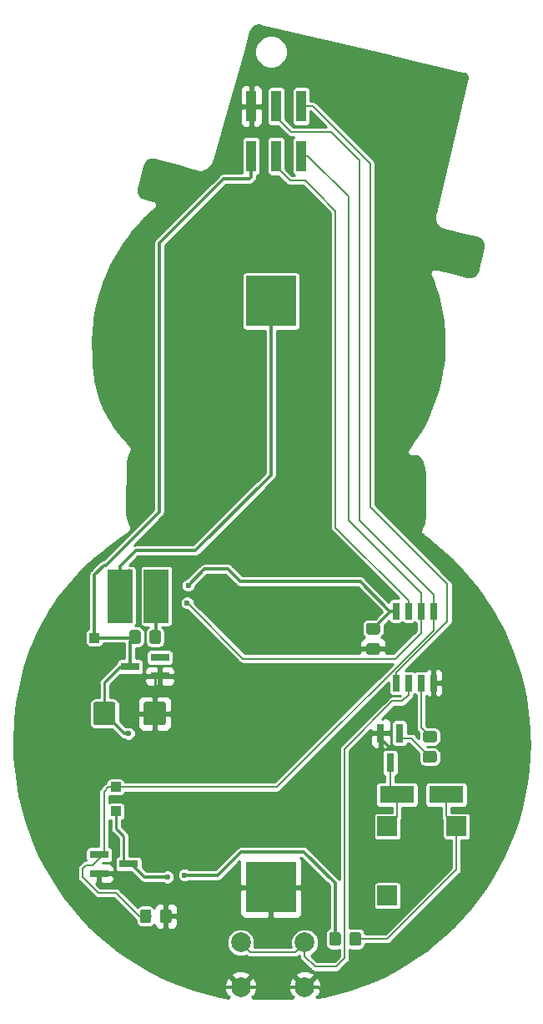
<source format=gbr>
G04 #@! TF.GenerationSoftware,KiCad,Pcbnew,(5.0.1)-4*
G04 #@! TF.CreationDate,2019-03-02T12:17:36+01:00*
G04 #@! TF.ProjectId,Simple_Christamas_Ornament,53696D706C655F436872697374616D61,rev?*
G04 #@! TF.SameCoordinates,Original*
G04 #@! TF.FileFunction,Copper,L1,Top,Signal*
G04 #@! TF.FilePolarity,Positive*
%FSLAX46Y46*%
G04 Gerber Fmt 4.6, Leading zero omitted, Abs format (unit mm)*
G04 Created by KiCad (PCBNEW (5.0.1)-4) date 02/03/2019 12:17:36*
%MOMM*%
%LPD*%
G01*
G04 APERTURE LIST*
G04 #@! TA.AperFunction,Conductor*
%ADD10C,0.100000*%
G04 #@! TD*
G04 #@! TA.AperFunction,SMDPad,CuDef*
%ADD11C,1.150000*%
G04 #@! TD*
G04 #@! TA.AperFunction,SMDPad,CuDef*
%ADD12R,0.650000X1.700000*%
G04 #@! TD*
G04 #@! TA.AperFunction,SMDPad,CuDef*
%ADD13R,5.080000X5.080000*%
G04 #@! TD*
G04 #@! TA.AperFunction,SMDPad,CuDef*
%ADD14R,2.000000X2.000000*%
G04 #@! TD*
G04 #@! TA.AperFunction,SMDPad,CuDef*
%ADD15C,2.250000*%
G04 #@! TD*
G04 #@! TA.AperFunction,SMDPad,CuDef*
%ADD16R,3.500000X1.800000*%
G04 #@! TD*
G04 #@! TA.AperFunction,SMDPad,CuDef*
%ADD17R,1.000000X3.150000*%
G04 #@! TD*
G04 #@! TA.AperFunction,SMDPad,CuDef*
%ADD18R,2.500000X5.400000*%
G04 #@! TD*
G04 #@! TA.AperFunction,SMDPad,CuDef*
%ADD19R,1.000000X1.000000*%
G04 #@! TD*
G04 #@! TA.AperFunction,ComponentPad*
%ADD20C,2.000000*%
G04 #@! TD*
G04 #@! TA.AperFunction,SMDPad,CuDef*
%ADD21R,1.900000X0.800000*%
G04 #@! TD*
G04 #@! TA.AperFunction,SMDPad,CuDef*
%ADD22R,0.800000X1.900000*%
G04 #@! TD*
G04 #@! TA.AperFunction,ViaPad*
%ADD23C,0.600000*%
G04 #@! TD*
G04 #@! TA.AperFunction,Conductor*
%ADD24C,0.250000*%
G04 #@! TD*
G04 #@! TA.AperFunction,Conductor*
%ADD25C,0.300000*%
G04 #@! TD*
G04 #@! TA.AperFunction,Conductor*
%ADD26C,0.200000*%
G04 #@! TD*
G04 #@! TA.AperFunction,Conductor*
%ADD27C,0.254000*%
G04 #@! TD*
G04 APERTURE END LIST*
D10*
G04 #@! TO.N,VCC*
G04 #@! TO.C,D1*
G36*
X126197505Y-103517404D02*
X126221773Y-103521004D01*
X126245572Y-103526965D01*
X126268671Y-103535230D01*
X126290850Y-103545720D01*
X126311893Y-103558332D01*
X126331599Y-103572947D01*
X126349777Y-103589423D01*
X126366253Y-103607601D01*
X126380868Y-103627307D01*
X126393480Y-103648350D01*
X126403970Y-103670529D01*
X126412235Y-103693628D01*
X126418196Y-103717427D01*
X126421796Y-103741695D01*
X126423000Y-103766199D01*
X126423000Y-104666201D01*
X126421796Y-104690705D01*
X126418196Y-104714973D01*
X126412235Y-104738772D01*
X126403970Y-104761871D01*
X126393480Y-104784050D01*
X126380868Y-104805093D01*
X126366253Y-104824799D01*
X126349777Y-104842977D01*
X126331599Y-104859453D01*
X126311893Y-104874068D01*
X126290850Y-104886680D01*
X126268671Y-104897170D01*
X126245572Y-104905435D01*
X126221773Y-104911396D01*
X126197505Y-104914996D01*
X126173001Y-104916200D01*
X125522999Y-104916200D01*
X125498495Y-104914996D01*
X125474227Y-104911396D01*
X125450428Y-104905435D01*
X125427329Y-104897170D01*
X125405150Y-104886680D01*
X125384107Y-104874068D01*
X125364401Y-104859453D01*
X125346223Y-104842977D01*
X125329747Y-104824799D01*
X125315132Y-104805093D01*
X125302520Y-104784050D01*
X125292030Y-104761871D01*
X125283765Y-104738772D01*
X125277804Y-104714973D01*
X125274204Y-104690705D01*
X125273000Y-104666201D01*
X125273000Y-103766199D01*
X125274204Y-103741695D01*
X125277804Y-103717427D01*
X125283765Y-103693628D01*
X125292030Y-103670529D01*
X125302520Y-103648350D01*
X125315132Y-103627307D01*
X125329747Y-103607601D01*
X125346223Y-103589423D01*
X125364401Y-103572947D01*
X125384107Y-103558332D01*
X125405150Y-103545720D01*
X125427329Y-103535230D01*
X125450428Y-103526965D01*
X125474227Y-103521004D01*
X125498495Y-103517404D01*
X125522999Y-103516200D01*
X126173001Y-103516200D01*
X126197505Y-103517404D01*
X126197505Y-103517404D01*
G37*
D11*
G04 #@! TD*
G04 #@! TO.P,D1,1*
G04 #@! TO.N,VCC*
X125848000Y-104216200D03*
D10*
G04 #@! TO.N,Net-(D1-Pad2)*
G04 #@! TO.C,D1*
G36*
X128247505Y-103517404D02*
X128271773Y-103521004D01*
X128295572Y-103526965D01*
X128318671Y-103535230D01*
X128340850Y-103545720D01*
X128361893Y-103558332D01*
X128381599Y-103572947D01*
X128399777Y-103589423D01*
X128416253Y-103607601D01*
X128430868Y-103627307D01*
X128443480Y-103648350D01*
X128453970Y-103670529D01*
X128462235Y-103693628D01*
X128468196Y-103717427D01*
X128471796Y-103741695D01*
X128473000Y-103766199D01*
X128473000Y-104666201D01*
X128471796Y-104690705D01*
X128468196Y-104714973D01*
X128462235Y-104738772D01*
X128453970Y-104761871D01*
X128443480Y-104784050D01*
X128430868Y-104805093D01*
X128416253Y-104824799D01*
X128399777Y-104842977D01*
X128381599Y-104859453D01*
X128361893Y-104874068D01*
X128340850Y-104886680D01*
X128318671Y-104897170D01*
X128295572Y-104905435D01*
X128271773Y-104911396D01*
X128247505Y-104914996D01*
X128223001Y-104916200D01*
X127572999Y-104916200D01*
X127548495Y-104914996D01*
X127524227Y-104911396D01*
X127500428Y-104905435D01*
X127477329Y-104897170D01*
X127455150Y-104886680D01*
X127434107Y-104874068D01*
X127414401Y-104859453D01*
X127396223Y-104842977D01*
X127379747Y-104824799D01*
X127365132Y-104805093D01*
X127352520Y-104784050D01*
X127342030Y-104761871D01*
X127333765Y-104738772D01*
X127327804Y-104714973D01*
X127324204Y-104690705D01*
X127323000Y-104666201D01*
X127323000Y-103766199D01*
X127324204Y-103741695D01*
X127327804Y-103717427D01*
X127333765Y-103693628D01*
X127342030Y-103670529D01*
X127352520Y-103648350D01*
X127365132Y-103627307D01*
X127379747Y-103607601D01*
X127396223Y-103589423D01*
X127414401Y-103572947D01*
X127434107Y-103558332D01*
X127455150Y-103545720D01*
X127477329Y-103535230D01*
X127500428Y-103526965D01*
X127524227Y-103521004D01*
X127548495Y-103517404D01*
X127572999Y-103516200D01*
X128223001Y-103516200D01*
X128247505Y-103517404D01*
X128247505Y-103517404D01*
G37*
D11*
G04 #@! TD*
G04 #@! TO.P,D1,2*
G04 #@! TO.N,Net-(D1-Pad2)*
X127898000Y-104216200D03*
D12*
G04 #@! TO.P,U2,1*
G04 #@! TO.N,/Reset*
X152349200Y-108882200D03*
G04 #@! TO.P,U2,2*
G04 #@! TO.N,/Button*
X153619200Y-108882200D03*
G04 #@! TO.P,U2,3*
G04 #@! TO.N,/Buzzer*
X154889200Y-108882200D03*
G04 #@! TO.P,U2,4*
G04 #@! TO.N,GND*
X156159200Y-108882200D03*
G04 #@! TO.P,U2,5*
G04 #@! TO.N,/LedEnable_MOSI*
X156159200Y-101582200D03*
G04 #@! TO.P,U2,6*
G04 #@! TO.N,/LedData_MISO*
X154889200Y-101582200D03*
G04 #@! TO.P,U2,7*
G04 #@! TO.N,/SCK*
X153619200Y-101582200D03*
G04 #@! TO.P,U2,8*
G04 #@! TO.N,VCC*
X152349200Y-101582200D03*
G04 #@! TD*
D13*
G04 #@! TO.P,BT1,1*
G04 #@! TO.N,Net-(BT1-Pad1)*
X139650800Y-70154800D03*
G04 #@! TO.P,BT1,2*
G04 #@! TO.N,GND*
X139650800Y-129590800D03*
G04 #@! TD*
D14*
G04 #@! TO.P,BZ1,1*
G04 #@! TO.N,Net-(BZ1-Pad1)*
X158470600Y-123418600D03*
G04 #@! TO.P,BZ1,2*
G04 #@! TO.N,Net-(BZ1-Pad2)*
X151470600Y-123418600D03*
G04 #@! TO.P,BZ1,*
G04 #@! TO.N,*
X151470600Y-130418600D03*
G04 #@! TD*
D10*
G04 #@! TO.N,VCC*
G04 #@! TO.C,C1*
G36*
X123637705Y-110789404D02*
X123661973Y-110793004D01*
X123685772Y-110798965D01*
X123708871Y-110807230D01*
X123731050Y-110817720D01*
X123752093Y-110830332D01*
X123771799Y-110844947D01*
X123789977Y-110861423D01*
X123806453Y-110879601D01*
X123821068Y-110899307D01*
X123833680Y-110920350D01*
X123844170Y-110942529D01*
X123852435Y-110965628D01*
X123858396Y-110989427D01*
X123861996Y-111013695D01*
X123863200Y-111038199D01*
X123863200Y-112888201D01*
X123861996Y-112912705D01*
X123858396Y-112936973D01*
X123852435Y-112960772D01*
X123844170Y-112983871D01*
X123833680Y-113006050D01*
X123821068Y-113027093D01*
X123806453Y-113046799D01*
X123789977Y-113064977D01*
X123771799Y-113081453D01*
X123752093Y-113096068D01*
X123731050Y-113108680D01*
X123708871Y-113119170D01*
X123685772Y-113127435D01*
X123661973Y-113133396D01*
X123637705Y-113136996D01*
X123613201Y-113138200D01*
X121863199Y-113138200D01*
X121838695Y-113136996D01*
X121814427Y-113133396D01*
X121790628Y-113127435D01*
X121767529Y-113119170D01*
X121745350Y-113108680D01*
X121724307Y-113096068D01*
X121704601Y-113081453D01*
X121686423Y-113064977D01*
X121669947Y-113046799D01*
X121655332Y-113027093D01*
X121642720Y-113006050D01*
X121632230Y-112983871D01*
X121623965Y-112960772D01*
X121618004Y-112936973D01*
X121614404Y-112912705D01*
X121613200Y-112888201D01*
X121613200Y-111038199D01*
X121614404Y-111013695D01*
X121618004Y-110989427D01*
X121623965Y-110965628D01*
X121632230Y-110942529D01*
X121642720Y-110920350D01*
X121655332Y-110899307D01*
X121669947Y-110879601D01*
X121686423Y-110861423D01*
X121704601Y-110844947D01*
X121724307Y-110830332D01*
X121745350Y-110817720D01*
X121767529Y-110807230D01*
X121790628Y-110798965D01*
X121814427Y-110793004D01*
X121838695Y-110789404D01*
X121863199Y-110788200D01*
X123613201Y-110788200D01*
X123637705Y-110789404D01*
X123637705Y-110789404D01*
G37*
D15*
G04 #@! TD*
G04 #@! TO.P,C1,1*
G04 #@! TO.N,VCC*
X122738200Y-111963200D03*
D10*
G04 #@! TO.N,GND*
G04 #@! TO.C,C1*
G36*
X128737705Y-110789404D02*
X128761973Y-110793004D01*
X128785772Y-110798965D01*
X128808871Y-110807230D01*
X128831050Y-110817720D01*
X128852093Y-110830332D01*
X128871799Y-110844947D01*
X128889977Y-110861423D01*
X128906453Y-110879601D01*
X128921068Y-110899307D01*
X128933680Y-110920350D01*
X128944170Y-110942529D01*
X128952435Y-110965628D01*
X128958396Y-110989427D01*
X128961996Y-111013695D01*
X128963200Y-111038199D01*
X128963200Y-112888201D01*
X128961996Y-112912705D01*
X128958396Y-112936973D01*
X128952435Y-112960772D01*
X128944170Y-112983871D01*
X128933680Y-113006050D01*
X128921068Y-113027093D01*
X128906453Y-113046799D01*
X128889977Y-113064977D01*
X128871799Y-113081453D01*
X128852093Y-113096068D01*
X128831050Y-113108680D01*
X128808871Y-113119170D01*
X128785772Y-113127435D01*
X128761973Y-113133396D01*
X128737705Y-113136996D01*
X128713201Y-113138200D01*
X126963199Y-113138200D01*
X126938695Y-113136996D01*
X126914427Y-113133396D01*
X126890628Y-113127435D01*
X126867529Y-113119170D01*
X126845350Y-113108680D01*
X126824307Y-113096068D01*
X126804601Y-113081453D01*
X126786423Y-113064977D01*
X126769947Y-113046799D01*
X126755332Y-113027093D01*
X126742720Y-113006050D01*
X126732230Y-112983871D01*
X126723965Y-112960772D01*
X126718004Y-112936973D01*
X126714404Y-112912705D01*
X126713200Y-112888201D01*
X126713200Y-111038199D01*
X126714404Y-111013695D01*
X126718004Y-110989427D01*
X126723965Y-110965628D01*
X126732230Y-110942529D01*
X126742720Y-110920350D01*
X126755332Y-110899307D01*
X126769947Y-110879601D01*
X126786423Y-110861423D01*
X126804601Y-110844947D01*
X126824307Y-110830332D01*
X126845350Y-110817720D01*
X126867529Y-110807230D01*
X126890628Y-110798965D01*
X126914427Y-110793004D01*
X126938695Y-110789404D01*
X126963199Y-110788200D01*
X128713201Y-110788200D01*
X128737705Y-110789404D01*
X128737705Y-110789404D01*
G37*
D15*
G04 #@! TD*
G04 #@! TO.P,C1,2*
G04 #@! TO.N,GND*
X127838200Y-111963200D03*
D16*
G04 #@! TO.P,D5,2*
G04 #@! TO.N,Net-(BZ1-Pad1)*
X157440000Y-120192800D03*
G04 #@! TO.P,D5,1*
G04 #@! TO.N,Net-(BZ1-Pad2)*
X152440000Y-120192800D03*
G04 #@! TD*
D17*
G04 #@! TO.P,J1,1*
G04 #@! TO.N,VCC*
X137642600Y-55458600D03*
G04 #@! TO.P,J1,2*
G04 #@! TO.N,GND*
X137642600Y-50408600D03*
G04 #@! TO.P,J1,3*
G04 #@! TO.N,/SCK*
X140182600Y-55458600D03*
G04 #@! TO.P,J1,4*
G04 #@! TO.N,/LedEnable_MOSI*
X140182600Y-50408600D03*
G04 #@! TO.P,J1,5*
G04 #@! TO.N,/LedData_MISO*
X142722600Y-55458600D03*
G04 #@! TO.P,J1,6*
G04 #@! TO.N,/Reset*
X142722600Y-50408600D03*
G04 #@! TD*
D18*
G04 #@! TO.P,L2,1*
G04 #@! TO.N,Net-(BT1-Pad1)*
X124316000Y-100076000D03*
G04 #@! TO.P,L2,2*
G04 #@! TO.N,Net-(D1-Pad2)*
X128016000Y-100076000D03*
G04 #@! TD*
D10*
G04 #@! TO.N,/LedEnable_MOSI*
G04 #@! TO.C,R1*
G36*
X127280705Y-131813004D02*
X127304973Y-131816604D01*
X127328772Y-131822565D01*
X127351871Y-131830830D01*
X127374050Y-131841320D01*
X127395093Y-131853932D01*
X127414799Y-131868547D01*
X127432977Y-131885023D01*
X127449453Y-131903201D01*
X127464068Y-131922907D01*
X127476680Y-131943950D01*
X127487170Y-131966129D01*
X127495435Y-131989228D01*
X127501396Y-132013027D01*
X127504996Y-132037295D01*
X127506200Y-132061799D01*
X127506200Y-132961801D01*
X127504996Y-132986305D01*
X127501396Y-133010573D01*
X127495435Y-133034372D01*
X127487170Y-133057471D01*
X127476680Y-133079650D01*
X127464068Y-133100693D01*
X127449453Y-133120399D01*
X127432977Y-133138577D01*
X127414799Y-133155053D01*
X127395093Y-133169668D01*
X127374050Y-133182280D01*
X127351871Y-133192770D01*
X127328772Y-133201035D01*
X127304973Y-133206996D01*
X127280705Y-133210596D01*
X127256201Y-133211800D01*
X126606199Y-133211800D01*
X126581695Y-133210596D01*
X126557427Y-133206996D01*
X126533628Y-133201035D01*
X126510529Y-133192770D01*
X126488350Y-133182280D01*
X126467307Y-133169668D01*
X126447601Y-133155053D01*
X126429423Y-133138577D01*
X126412947Y-133120399D01*
X126398332Y-133100693D01*
X126385720Y-133079650D01*
X126375230Y-133057471D01*
X126366965Y-133034372D01*
X126361004Y-133010573D01*
X126357404Y-132986305D01*
X126356200Y-132961801D01*
X126356200Y-132061799D01*
X126357404Y-132037295D01*
X126361004Y-132013027D01*
X126366965Y-131989228D01*
X126375230Y-131966129D01*
X126385720Y-131943950D01*
X126398332Y-131922907D01*
X126412947Y-131903201D01*
X126429423Y-131885023D01*
X126447601Y-131868547D01*
X126467307Y-131853932D01*
X126488350Y-131841320D01*
X126510529Y-131830830D01*
X126533628Y-131822565D01*
X126557427Y-131816604D01*
X126581695Y-131813004D01*
X126606199Y-131811800D01*
X127256201Y-131811800D01*
X127280705Y-131813004D01*
X127280705Y-131813004D01*
G37*
D11*
G04 #@! TD*
G04 #@! TO.P,R1,1*
G04 #@! TO.N,/LedEnable_MOSI*
X126931200Y-132511800D03*
D10*
G04 #@! TO.N,GND*
G04 #@! TO.C,R1*
G36*
X129330705Y-131813004D02*
X129354973Y-131816604D01*
X129378772Y-131822565D01*
X129401871Y-131830830D01*
X129424050Y-131841320D01*
X129445093Y-131853932D01*
X129464799Y-131868547D01*
X129482977Y-131885023D01*
X129499453Y-131903201D01*
X129514068Y-131922907D01*
X129526680Y-131943950D01*
X129537170Y-131966129D01*
X129545435Y-131989228D01*
X129551396Y-132013027D01*
X129554996Y-132037295D01*
X129556200Y-132061799D01*
X129556200Y-132961801D01*
X129554996Y-132986305D01*
X129551396Y-133010573D01*
X129545435Y-133034372D01*
X129537170Y-133057471D01*
X129526680Y-133079650D01*
X129514068Y-133100693D01*
X129499453Y-133120399D01*
X129482977Y-133138577D01*
X129464799Y-133155053D01*
X129445093Y-133169668D01*
X129424050Y-133182280D01*
X129401871Y-133192770D01*
X129378772Y-133201035D01*
X129354973Y-133206996D01*
X129330705Y-133210596D01*
X129306201Y-133211800D01*
X128656199Y-133211800D01*
X128631695Y-133210596D01*
X128607427Y-133206996D01*
X128583628Y-133201035D01*
X128560529Y-133192770D01*
X128538350Y-133182280D01*
X128517307Y-133169668D01*
X128497601Y-133155053D01*
X128479423Y-133138577D01*
X128462947Y-133120399D01*
X128448332Y-133100693D01*
X128435720Y-133079650D01*
X128425230Y-133057471D01*
X128416965Y-133034372D01*
X128411004Y-133010573D01*
X128407404Y-132986305D01*
X128406200Y-132961801D01*
X128406200Y-132061799D01*
X128407404Y-132037295D01*
X128411004Y-132013027D01*
X128416965Y-131989228D01*
X128425230Y-131966129D01*
X128435720Y-131943950D01*
X128448332Y-131922907D01*
X128462947Y-131903201D01*
X128479423Y-131885023D01*
X128497601Y-131868547D01*
X128517307Y-131853932D01*
X128538350Y-131841320D01*
X128560529Y-131830830D01*
X128583628Y-131822565D01*
X128607427Y-131816604D01*
X128631695Y-131813004D01*
X128656199Y-131811800D01*
X129306201Y-131811800D01*
X129330705Y-131813004D01*
X129330705Y-131813004D01*
G37*
D11*
G04 #@! TD*
G04 #@! TO.P,R1,2*
G04 #@! TO.N,GND*
X128981200Y-132511800D03*
D10*
G04 #@! TO.N,Net-(Q2-Pad1)*
G04 #@! TO.C,R3*
G36*
X156252705Y-115783604D02*
X156276973Y-115787204D01*
X156300772Y-115793165D01*
X156323871Y-115801430D01*
X156346050Y-115811920D01*
X156367093Y-115824532D01*
X156386799Y-115839147D01*
X156404977Y-115855623D01*
X156421453Y-115873801D01*
X156436068Y-115893507D01*
X156448680Y-115914550D01*
X156459170Y-115936729D01*
X156467435Y-115959828D01*
X156473396Y-115983627D01*
X156476996Y-116007895D01*
X156478200Y-116032399D01*
X156478200Y-116682401D01*
X156476996Y-116706905D01*
X156473396Y-116731173D01*
X156467435Y-116754972D01*
X156459170Y-116778071D01*
X156448680Y-116800250D01*
X156436068Y-116821293D01*
X156421453Y-116840999D01*
X156404977Y-116859177D01*
X156386799Y-116875653D01*
X156367093Y-116890268D01*
X156346050Y-116902880D01*
X156323871Y-116913370D01*
X156300772Y-116921635D01*
X156276973Y-116927596D01*
X156252705Y-116931196D01*
X156228201Y-116932400D01*
X155328199Y-116932400D01*
X155303695Y-116931196D01*
X155279427Y-116927596D01*
X155255628Y-116921635D01*
X155232529Y-116913370D01*
X155210350Y-116902880D01*
X155189307Y-116890268D01*
X155169601Y-116875653D01*
X155151423Y-116859177D01*
X155134947Y-116840999D01*
X155120332Y-116821293D01*
X155107720Y-116800250D01*
X155097230Y-116778071D01*
X155088965Y-116754972D01*
X155083004Y-116731173D01*
X155079404Y-116706905D01*
X155078200Y-116682401D01*
X155078200Y-116032399D01*
X155079404Y-116007895D01*
X155083004Y-115983627D01*
X155088965Y-115959828D01*
X155097230Y-115936729D01*
X155107720Y-115914550D01*
X155120332Y-115893507D01*
X155134947Y-115873801D01*
X155151423Y-115855623D01*
X155169601Y-115839147D01*
X155189307Y-115824532D01*
X155210350Y-115811920D01*
X155232529Y-115801430D01*
X155255628Y-115793165D01*
X155279427Y-115787204D01*
X155303695Y-115783604D01*
X155328199Y-115782400D01*
X156228201Y-115782400D01*
X156252705Y-115783604D01*
X156252705Y-115783604D01*
G37*
D11*
G04 #@! TD*
G04 #@! TO.P,R3,1*
G04 #@! TO.N,Net-(Q2-Pad1)*
X155778200Y-116357400D03*
D10*
G04 #@! TO.N,/Buzzer*
G04 #@! TO.C,R3*
G36*
X156252705Y-113733604D02*
X156276973Y-113737204D01*
X156300772Y-113743165D01*
X156323871Y-113751430D01*
X156346050Y-113761920D01*
X156367093Y-113774532D01*
X156386799Y-113789147D01*
X156404977Y-113805623D01*
X156421453Y-113823801D01*
X156436068Y-113843507D01*
X156448680Y-113864550D01*
X156459170Y-113886729D01*
X156467435Y-113909828D01*
X156473396Y-113933627D01*
X156476996Y-113957895D01*
X156478200Y-113982399D01*
X156478200Y-114632401D01*
X156476996Y-114656905D01*
X156473396Y-114681173D01*
X156467435Y-114704972D01*
X156459170Y-114728071D01*
X156448680Y-114750250D01*
X156436068Y-114771293D01*
X156421453Y-114790999D01*
X156404977Y-114809177D01*
X156386799Y-114825653D01*
X156367093Y-114840268D01*
X156346050Y-114852880D01*
X156323871Y-114863370D01*
X156300772Y-114871635D01*
X156276973Y-114877596D01*
X156252705Y-114881196D01*
X156228201Y-114882400D01*
X155328199Y-114882400D01*
X155303695Y-114881196D01*
X155279427Y-114877596D01*
X155255628Y-114871635D01*
X155232529Y-114863370D01*
X155210350Y-114852880D01*
X155189307Y-114840268D01*
X155169601Y-114825653D01*
X155151423Y-114809177D01*
X155134947Y-114790999D01*
X155120332Y-114771293D01*
X155107720Y-114750250D01*
X155097230Y-114728071D01*
X155088965Y-114704972D01*
X155083004Y-114681173D01*
X155079404Y-114656905D01*
X155078200Y-114632401D01*
X155078200Y-113982399D01*
X155079404Y-113957895D01*
X155083004Y-113933627D01*
X155088965Y-113909828D01*
X155097230Y-113886729D01*
X155107720Y-113864550D01*
X155120332Y-113843507D01*
X155134947Y-113823801D01*
X155151423Y-113805623D01*
X155169601Y-113789147D01*
X155189307Y-113774532D01*
X155210350Y-113761920D01*
X155232529Y-113751430D01*
X155255628Y-113743165D01*
X155279427Y-113737204D01*
X155303695Y-113733604D01*
X155328199Y-113732400D01*
X156228201Y-113732400D01*
X156252705Y-113733604D01*
X156252705Y-113733604D01*
G37*
D11*
G04 #@! TD*
G04 #@! TO.P,R3,2*
G04 #@! TO.N,/Buzzer*
X155778200Y-114307400D03*
D19*
G04 #@! TO.P,TP2,1*
G04 #@! TO.N,/LedEnable_MOSI*
X123875800Y-119430800D03*
G04 #@! TD*
G04 #@! TO.P,TP3,1*
G04 #@! TO.N,VCC*
X121716800Y-104292400D03*
G04 #@! TD*
G04 #@! TO.P,TP5,1*
G04 #@! TO.N,/PIX_GND*
X123926600Y-121894600D03*
G04 #@! TD*
D10*
G04 #@! TO.N,Net-(BZ1-Pad1)*
G04 #@! TO.C,JP1*
G36*
X148558505Y-134124404D02*
X148582773Y-134128004D01*
X148606572Y-134133965D01*
X148629671Y-134142230D01*
X148651850Y-134152720D01*
X148672893Y-134165332D01*
X148692599Y-134179947D01*
X148710777Y-134196423D01*
X148727253Y-134214601D01*
X148741868Y-134234307D01*
X148754480Y-134255350D01*
X148764970Y-134277529D01*
X148773235Y-134300628D01*
X148779196Y-134324427D01*
X148782796Y-134348695D01*
X148784000Y-134373199D01*
X148784000Y-135273201D01*
X148782796Y-135297705D01*
X148779196Y-135321973D01*
X148773235Y-135345772D01*
X148764970Y-135368871D01*
X148754480Y-135391050D01*
X148741868Y-135412093D01*
X148727253Y-135431799D01*
X148710777Y-135449977D01*
X148692599Y-135466453D01*
X148672893Y-135481068D01*
X148651850Y-135493680D01*
X148629671Y-135504170D01*
X148606572Y-135512435D01*
X148582773Y-135518396D01*
X148558505Y-135521996D01*
X148534001Y-135523200D01*
X147883999Y-135523200D01*
X147859495Y-135521996D01*
X147835227Y-135518396D01*
X147811428Y-135512435D01*
X147788329Y-135504170D01*
X147766150Y-135493680D01*
X147745107Y-135481068D01*
X147725401Y-135466453D01*
X147707223Y-135449977D01*
X147690747Y-135431799D01*
X147676132Y-135412093D01*
X147663520Y-135391050D01*
X147653030Y-135368871D01*
X147644765Y-135345772D01*
X147638804Y-135321973D01*
X147635204Y-135297705D01*
X147634000Y-135273201D01*
X147634000Y-134373199D01*
X147635204Y-134348695D01*
X147638804Y-134324427D01*
X147644765Y-134300628D01*
X147653030Y-134277529D01*
X147663520Y-134255350D01*
X147676132Y-134234307D01*
X147690747Y-134214601D01*
X147707223Y-134196423D01*
X147725401Y-134179947D01*
X147745107Y-134165332D01*
X147766150Y-134152720D01*
X147788329Y-134142230D01*
X147811428Y-134133965D01*
X147835227Y-134128004D01*
X147859495Y-134124404D01*
X147883999Y-134123200D01*
X148534001Y-134123200D01*
X148558505Y-134124404D01*
X148558505Y-134124404D01*
G37*
D11*
G04 #@! TD*
G04 #@! TO.P,JP1,1*
G04 #@! TO.N,Net-(BZ1-Pad1)*
X148209000Y-134823200D03*
D10*
G04 #@! TO.N,VCC*
G04 #@! TO.C,JP1*
G36*
X146508505Y-134124404D02*
X146532773Y-134128004D01*
X146556572Y-134133965D01*
X146579671Y-134142230D01*
X146601850Y-134152720D01*
X146622893Y-134165332D01*
X146642599Y-134179947D01*
X146660777Y-134196423D01*
X146677253Y-134214601D01*
X146691868Y-134234307D01*
X146704480Y-134255350D01*
X146714970Y-134277529D01*
X146723235Y-134300628D01*
X146729196Y-134324427D01*
X146732796Y-134348695D01*
X146734000Y-134373199D01*
X146734000Y-135273201D01*
X146732796Y-135297705D01*
X146729196Y-135321973D01*
X146723235Y-135345772D01*
X146714970Y-135368871D01*
X146704480Y-135391050D01*
X146691868Y-135412093D01*
X146677253Y-135431799D01*
X146660777Y-135449977D01*
X146642599Y-135466453D01*
X146622893Y-135481068D01*
X146601850Y-135493680D01*
X146579671Y-135504170D01*
X146556572Y-135512435D01*
X146532773Y-135518396D01*
X146508505Y-135521996D01*
X146484001Y-135523200D01*
X145833999Y-135523200D01*
X145809495Y-135521996D01*
X145785227Y-135518396D01*
X145761428Y-135512435D01*
X145738329Y-135504170D01*
X145716150Y-135493680D01*
X145695107Y-135481068D01*
X145675401Y-135466453D01*
X145657223Y-135449977D01*
X145640747Y-135431799D01*
X145626132Y-135412093D01*
X145613520Y-135391050D01*
X145603030Y-135368871D01*
X145594765Y-135345772D01*
X145588804Y-135321973D01*
X145585204Y-135297705D01*
X145584000Y-135273201D01*
X145584000Y-134373199D01*
X145585204Y-134348695D01*
X145588804Y-134324427D01*
X145594765Y-134300628D01*
X145603030Y-134277529D01*
X145613520Y-134255350D01*
X145626132Y-134234307D01*
X145640747Y-134214601D01*
X145657223Y-134196423D01*
X145675401Y-134179947D01*
X145695107Y-134165332D01*
X145716150Y-134152720D01*
X145738329Y-134142230D01*
X145761428Y-134133965D01*
X145785227Y-134128004D01*
X145809495Y-134124404D01*
X145833999Y-134123200D01*
X146484001Y-134123200D01*
X146508505Y-134124404D01*
X146508505Y-134124404D01*
G37*
D11*
G04 #@! TD*
G04 #@! TO.P,JP1,2*
G04 #@! TO.N,VCC*
X146159000Y-134823200D03*
D10*
G04 #@! TO.N,VCC*
G04 #@! TO.C,C2*
G36*
X150486905Y-102804204D02*
X150511173Y-102807804D01*
X150534972Y-102813765D01*
X150558071Y-102822030D01*
X150580250Y-102832520D01*
X150601293Y-102845132D01*
X150620999Y-102859747D01*
X150639177Y-102876223D01*
X150655653Y-102894401D01*
X150670268Y-102914107D01*
X150682880Y-102935150D01*
X150693370Y-102957329D01*
X150701635Y-102980428D01*
X150707596Y-103004227D01*
X150711196Y-103028495D01*
X150712400Y-103052999D01*
X150712400Y-103703001D01*
X150711196Y-103727505D01*
X150707596Y-103751773D01*
X150701635Y-103775572D01*
X150693370Y-103798671D01*
X150682880Y-103820850D01*
X150670268Y-103841893D01*
X150655653Y-103861599D01*
X150639177Y-103879777D01*
X150620999Y-103896253D01*
X150601293Y-103910868D01*
X150580250Y-103923480D01*
X150558071Y-103933970D01*
X150534972Y-103942235D01*
X150511173Y-103948196D01*
X150486905Y-103951796D01*
X150462401Y-103953000D01*
X149562399Y-103953000D01*
X149537895Y-103951796D01*
X149513627Y-103948196D01*
X149489828Y-103942235D01*
X149466729Y-103933970D01*
X149444550Y-103923480D01*
X149423507Y-103910868D01*
X149403801Y-103896253D01*
X149385623Y-103879777D01*
X149369147Y-103861599D01*
X149354532Y-103841893D01*
X149341920Y-103820850D01*
X149331430Y-103798671D01*
X149323165Y-103775572D01*
X149317204Y-103751773D01*
X149313604Y-103727505D01*
X149312400Y-103703001D01*
X149312400Y-103052999D01*
X149313604Y-103028495D01*
X149317204Y-103004227D01*
X149323165Y-102980428D01*
X149331430Y-102957329D01*
X149341920Y-102935150D01*
X149354532Y-102914107D01*
X149369147Y-102894401D01*
X149385623Y-102876223D01*
X149403801Y-102859747D01*
X149423507Y-102845132D01*
X149444550Y-102832520D01*
X149466729Y-102822030D01*
X149489828Y-102813765D01*
X149513627Y-102807804D01*
X149537895Y-102804204D01*
X149562399Y-102803000D01*
X150462401Y-102803000D01*
X150486905Y-102804204D01*
X150486905Y-102804204D01*
G37*
D11*
G04 #@! TD*
G04 #@! TO.P,C2,1*
G04 #@! TO.N,VCC*
X150012400Y-103378000D03*
D10*
G04 #@! TO.N,GND*
G04 #@! TO.C,C2*
G36*
X150486905Y-104854204D02*
X150511173Y-104857804D01*
X150534972Y-104863765D01*
X150558071Y-104872030D01*
X150580250Y-104882520D01*
X150601293Y-104895132D01*
X150620999Y-104909747D01*
X150639177Y-104926223D01*
X150655653Y-104944401D01*
X150670268Y-104964107D01*
X150682880Y-104985150D01*
X150693370Y-105007329D01*
X150701635Y-105030428D01*
X150707596Y-105054227D01*
X150711196Y-105078495D01*
X150712400Y-105102999D01*
X150712400Y-105753001D01*
X150711196Y-105777505D01*
X150707596Y-105801773D01*
X150701635Y-105825572D01*
X150693370Y-105848671D01*
X150682880Y-105870850D01*
X150670268Y-105891893D01*
X150655653Y-105911599D01*
X150639177Y-105929777D01*
X150620999Y-105946253D01*
X150601293Y-105960868D01*
X150580250Y-105973480D01*
X150558071Y-105983970D01*
X150534972Y-105992235D01*
X150511173Y-105998196D01*
X150486905Y-106001796D01*
X150462401Y-106003000D01*
X149562399Y-106003000D01*
X149537895Y-106001796D01*
X149513627Y-105998196D01*
X149489828Y-105992235D01*
X149466729Y-105983970D01*
X149444550Y-105973480D01*
X149423507Y-105960868D01*
X149403801Y-105946253D01*
X149385623Y-105929777D01*
X149369147Y-105911599D01*
X149354532Y-105891893D01*
X149341920Y-105870850D01*
X149331430Y-105848671D01*
X149323165Y-105825572D01*
X149317204Y-105801773D01*
X149313604Y-105777505D01*
X149312400Y-105753001D01*
X149312400Y-105102999D01*
X149313604Y-105078495D01*
X149317204Y-105054227D01*
X149323165Y-105030428D01*
X149331430Y-105007329D01*
X149341920Y-104985150D01*
X149354532Y-104964107D01*
X149369147Y-104944401D01*
X149385623Y-104926223D01*
X149403801Y-104909747D01*
X149423507Y-104895132D01*
X149444550Y-104882520D01*
X149466729Y-104872030D01*
X149489828Y-104863765D01*
X149513627Y-104857804D01*
X149537895Y-104854204D01*
X149562399Y-104853000D01*
X150462401Y-104853000D01*
X150486905Y-104854204D01*
X150486905Y-104854204D01*
G37*
D11*
G04 #@! TD*
G04 #@! TO.P,C2,2*
G04 #@! TO.N,GND*
X150012400Y-105428000D03*
D20*
G04 #@! TO.P,SW1,2*
G04 #@! TO.N,GND*
X143078200Y-139678800D03*
G04 #@! TO.P,SW1,1*
G04 #@! TO.N,/Button*
X143078200Y-135178800D03*
G04 #@! TO.P,SW1,2*
G04 #@! TO.N,GND*
X136578200Y-139678800D03*
G04 #@! TO.P,SW1,1*
G04 #@! TO.N,/Button*
X136578200Y-135178800D03*
G04 #@! TD*
D21*
G04 #@! TO.P,Q1,3*
G04 #@! TO.N,/PIX_GND*
X125198000Y-127228600D03*
G04 #@! TO.P,Q1,2*
G04 #@! TO.N,GND*
X122198000Y-128178600D03*
G04 #@! TO.P,Q1,1*
G04 #@! TO.N,/LedEnable_MOSI*
X122198000Y-126278600D03*
G04 #@! TD*
D22*
G04 #@! TO.P,Q2,1*
G04 #@! TO.N,Net-(Q2-Pad1)*
X152689600Y-113968400D03*
G04 #@! TO.P,Q2,2*
G04 #@! TO.N,GND*
X150789600Y-113968400D03*
G04 #@! TO.P,Q2,3*
G04 #@! TO.N,Net-(BZ1-Pad2)*
X151739600Y-116968400D03*
G04 #@! TD*
D21*
G04 #@! TO.P,U1,1*
G04 #@! TO.N,GND*
X128363600Y-108178600D03*
G04 #@! TO.P,U1,2*
G04 #@! TO.N,Net-(D1-Pad2)*
X128363600Y-106278600D03*
G04 #@! TO.P,U1,3*
G04 #@! TO.N,VCC*
X125363600Y-107228600D03*
G04 #@! TD*
D23*
G04 #@! TO.N,VCC*
X125196600Y-113995200D03*
X130886200Y-128346200D03*
X131241800Y-98983800D03*
G04 #@! TO.N,/PIX_GND*
X129133600Y-128549400D03*
G04 #@! TO.N,/LedData_MISO*
X131140200Y-100761800D03*
G04 #@! TD*
D24*
G04 #@! TO.N,VCC*
X122738200Y-111963200D02*
X122738200Y-108833600D01*
X124343200Y-107228600D02*
X125863600Y-107228600D01*
X122738200Y-108833600D02*
X124343200Y-107228600D01*
D25*
X122738200Y-111963200D02*
X124770200Y-113995200D01*
X124770200Y-113995200D02*
X125196600Y-113995200D01*
X151724200Y-101582200D02*
X148719400Y-98577400D01*
X152349200Y-101582200D02*
X151724200Y-101582200D01*
X148719400Y-98577400D02*
X136525000Y-98577400D01*
X136525000Y-98577400D02*
X135255000Y-97307400D01*
X135255000Y-97307400D02*
X132918200Y-97307400D01*
X132918200Y-97307400D02*
X131241800Y-98983800D01*
X151808200Y-101582200D02*
X152349200Y-101582200D01*
X150012400Y-103378000D02*
X151808200Y-101582200D01*
X131310464Y-128346200D02*
X131335864Y-128371600D01*
X130886200Y-128346200D02*
X131310464Y-128346200D01*
X131335864Y-128371600D02*
X134264400Y-128371600D01*
X134264400Y-128371600D02*
X136652000Y-125984000D01*
X136652000Y-125984000D02*
X142976600Y-125984000D01*
X146151600Y-134830600D02*
X146159000Y-134823200D01*
X146159000Y-129166400D02*
X146159000Y-134823200D01*
X142976600Y-125984000D02*
X146159000Y-129166400D01*
X137642600Y-57581800D02*
X137642600Y-55458600D01*
X137464800Y-57759600D02*
X137642600Y-57581800D01*
X134823200Y-57759600D02*
X137464800Y-57759600D01*
X128320800Y-64262000D02*
X134823200Y-57759600D01*
X125771800Y-104292400D02*
X125848000Y-104216200D01*
X121716800Y-104292400D02*
X125771800Y-104292400D01*
X125363600Y-104700600D02*
X125848000Y-104216200D01*
X125363600Y-107228600D02*
X125363600Y-104700600D01*
X121716800Y-104292400D02*
X121716800Y-97915198D01*
X121716800Y-97915198D02*
X122705999Y-96925999D01*
X122705999Y-96925999D02*
X122733201Y-96925999D01*
X128320800Y-91338400D02*
X128320800Y-90500200D01*
X128320800Y-91389200D02*
X128320800Y-90500200D01*
X128320800Y-91520506D02*
X128320800Y-89814400D01*
X122915308Y-96925998D02*
X128320800Y-91520506D01*
X122705999Y-96925999D02*
X122915308Y-96925998D01*
X128320800Y-90500200D02*
X128320800Y-89814400D01*
X128320800Y-89814400D02*
X128320800Y-64262000D01*
D24*
G04 #@! TO.N,Net-(D1-Pad2)*
X127745600Y-106160600D02*
X127863600Y-106278600D01*
D25*
X128016000Y-104098200D02*
X127898000Y-104216200D01*
X128016000Y-100076000D02*
X128016000Y-104098200D01*
D24*
G04 #@! TO.N,/PIX_GND*
X123926600Y-121894600D02*
X123926600Y-123621800D01*
X123926600Y-123621800D02*
X124698000Y-124393200D01*
X124698000Y-124393200D02*
X124698000Y-127228600D01*
D25*
X125448000Y-127228600D02*
X124698000Y-127228600D01*
X129133600Y-128549400D02*
X126768800Y-128549400D01*
X126768800Y-128549400D02*
X125448000Y-127228600D01*
D26*
G04 #@! TO.N,/Reset*
X152349200Y-108882200D02*
X152349200Y-107832200D01*
X152349200Y-107832200D02*
X157556200Y-102625200D01*
X157556200Y-102625200D02*
X157556200Y-98856800D01*
X157556200Y-98856800D02*
X149707600Y-91008200D01*
X149707600Y-91008200D02*
X149707600Y-56246100D01*
X143870100Y-50408600D02*
X149707600Y-56246100D01*
X142722600Y-50408600D02*
X143870100Y-50408600D01*
G04 #@! TO.N,/Button*
X153619200Y-108882200D02*
X153619200Y-109407200D01*
X142078201Y-136178799D02*
X143078200Y-135178800D01*
X137578199Y-136178799D02*
X142078201Y-136178799D01*
X136578200Y-135178800D02*
X137578199Y-136178799D01*
X153619200Y-109932200D02*
X153619200Y-108882200D01*
X147134010Y-115553988D02*
X151969398Y-110718600D01*
X151969398Y-110718600D02*
X152969398Y-110718600D01*
X152969398Y-110718600D02*
X153619200Y-110068798D01*
X153619200Y-110068798D02*
X153619200Y-109932200D01*
X143078200Y-136593013D02*
X144127787Y-137642600D01*
X143078200Y-135178800D02*
X143078200Y-136593013D01*
X144127787Y-137642600D02*
X146278600Y-137642600D01*
X147134010Y-136787190D02*
X147134010Y-135661400D01*
X146278600Y-137642600D02*
X147134010Y-136787190D01*
X147134010Y-135838410D02*
X147134010Y-135661400D01*
X147134010Y-135661400D02*
X147134010Y-115553988D01*
D24*
G04 #@! TO.N,GND*
X122698000Y-128178600D02*
X122748000Y-128178600D01*
X127863600Y-111937800D02*
X127838200Y-111963200D01*
X127863600Y-108178600D02*
X127863600Y-111937800D01*
D25*
X128981200Y-131165600D02*
X128981200Y-132511800D01*
X128041400Y-130225800D02*
X128981200Y-131165600D01*
X125495200Y-130225800D02*
X128041400Y-130225800D01*
X122698000Y-128178600D02*
X123448000Y-128178600D01*
X123448000Y-128178600D02*
X125495200Y-130225800D01*
X127838200Y-114782600D02*
X126339600Y-116281200D01*
X127838200Y-111963200D02*
X127838200Y-114782600D01*
X122910600Y-116281200D02*
X119227600Y-119964200D01*
X126339600Y-116281200D02*
X122910600Y-116281200D01*
X119227600Y-119964200D02*
X119227600Y-128371600D01*
X119227600Y-128371600D02*
X125730000Y-134874000D01*
X156159200Y-110032200D02*
X157429200Y-111302200D01*
X157429200Y-111302200D02*
X157429200Y-116840000D01*
X157429200Y-116840000D02*
X156667200Y-117602000D01*
X150789600Y-114518400D02*
X150789600Y-114468400D01*
X151639601Y-115368401D02*
X150789600Y-114518400D01*
X152147601Y-115368401D02*
X151639601Y-115368401D01*
X154381200Y-117602000D02*
X152147601Y-115368401D01*
X128981200Y-131711800D02*
X128981200Y-132511800D01*
X154940000Y-117602000D02*
X154381200Y-117602000D01*
X156667200Y-117602000D02*
X154940000Y-117602000D01*
X152156891Y-137943001D02*
X152978294Y-137470705D01*
X147324170Y-139962500D02*
X147482762Y-139917464D01*
X147482762Y-139917464D02*
X148694025Y-139507617D01*
X148694025Y-139507617D02*
X149877900Y-139040831D01*
X149877900Y-139040831D02*
X151032744Y-138518737D01*
X151032744Y-138518737D02*
X152156891Y-137943001D01*
X156159200Y-110032200D02*
X156159200Y-108882200D01*
X161239200Y-115112200D02*
X156159200Y-110032200D01*
X161239200Y-129209799D02*
X161239200Y-115112200D01*
X152978294Y-137470705D02*
X161239200Y-129209799D01*
X137992413Y-139678800D02*
X143078200Y-139678800D01*
X136578200Y-139678800D02*
X137992413Y-139678800D01*
X144776113Y-139962500D02*
X147324170Y-139962500D01*
X144492413Y-139678800D02*
X144776113Y-139962500D01*
X143078200Y-139678800D02*
X144492413Y-139678800D01*
X136578200Y-139678800D02*
X133735200Y-139678800D01*
X128930400Y-134874000D02*
X125730000Y-134874000D01*
X128981200Y-134924800D02*
X129971800Y-135915400D01*
X128981200Y-132511800D02*
X128981200Y-134924800D01*
X133735200Y-139678800D02*
X129971800Y-135915400D01*
X129971800Y-135915400D02*
X128930400Y-134874000D01*
X119227600Y-119964200D02*
X118033800Y-118770400D01*
X118033800Y-100567656D02*
X118033800Y-102311200D01*
X118033800Y-102311200D02*
X118033800Y-101600000D01*
X118033800Y-118770400D02*
X118033800Y-102311200D01*
X122097800Y-96503656D02*
X122275466Y-96325990D01*
X122097800Y-96503656D02*
X122275467Y-96325989D01*
X118033800Y-100567656D02*
X122097800Y-96503656D01*
X122275467Y-96325989D02*
X122666775Y-96325989D01*
X126288800Y-92703964D02*
X123774200Y-95218564D01*
X126288800Y-63927398D02*
X126288800Y-92703964D01*
X137642600Y-52573598D02*
X126288800Y-63927398D01*
X137642600Y-50408600D02*
X137642600Y-52573598D01*
X122666775Y-96325989D02*
X123774200Y-95218564D01*
X123774200Y-95218564D02*
X125569439Y-93423325D01*
G04 #@! TO.N,Net-(BT1-Pad1)*
X137828800Y-68332800D02*
X139650800Y-70154800D01*
X139650800Y-83109200D02*
X139650800Y-82143600D01*
X125251600Y-98958400D02*
X125251600Y-97508400D01*
X139650800Y-70154800D02*
X139650800Y-82143600D01*
X124316000Y-100076000D02*
X124316000Y-98626000D01*
X139650800Y-87780800D02*
X139650800Y-82397600D01*
X139650800Y-82143600D02*
X139650800Y-82397600D01*
X139650800Y-82397600D02*
X139650800Y-83005600D01*
X131978400Y-95453200D02*
X139650800Y-87780800D01*
X125918142Y-95453200D02*
X127889000Y-95453200D01*
X124316000Y-97055342D02*
X125918142Y-95453200D01*
X124316000Y-100076000D02*
X124316000Y-97055342D01*
X131978400Y-95453200D02*
X127889000Y-95453200D01*
X127889000Y-95453200D02*
X126568200Y-95453200D01*
D26*
G04 #@! TO.N,Net-(BZ1-Pad1)*
X158165800Y-120918600D02*
X157440000Y-120192800D01*
X157440000Y-122388000D02*
X158470600Y-123418600D01*
X157440000Y-120192800D02*
X157440000Y-122388000D01*
X158470600Y-127812800D02*
X158470600Y-123418600D01*
X151460200Y-134823200D02*
X158470600Y-127812800D01*
X148209000Y-134823200D02*
X151460200Y-134823200D01*
G04 #@! TO.N,Net-(BZ1-Pad2)*
X151739600Y-119492400D02*
X152440000Y-120192800D01*
X151739600Y-116468400D02*
X151739600Y-119492400D01*
X152440000Y-122449200D02*
X151470600Y-123418600D01*
X152440000Y-120192800D02*
X152440000Y-122449200D01*
G04 #@! TO.N,Net-(Q2-Pad1)*
X153889200Y-114468400D02*
X155778200Y-116357400D01*
X152689600Y-114468400D02*
X153889200Y-114468400D01*
G04 #@! TO.N,/Buzzer*
X154889200Y-113418400D02*
X155778200Y-114307400D01*
X154889200Y-108882200D02*
X154889200Y-113418400D01*
G04 #@! TO.N,/SCK*
X153619200Y-100532200D02*
X146202400Y-93115400D01*
X153619200Y-101582200D02*
X153619200Y-100532200D01*
X146202400Y-61030900D02*
X146202400Y-62052200D01*
X146202400Y-93115400D02*
X146202400Y-62052200D01*
X146202400Y-62052200D02*
X146202400Y-61468000D01*
X144199899Y-59028399D02*
X144194599Y-59028399D01*
X146202400Y-61030900D02*
X144199899Y-59028399D01*
X144194599Y-59028399D02*
X143103600Y-57937400D01*
X140182600Y-56533600D02*
X140182600Y-55458600D01*
X141586400Y-57937400D02*
X140182600Y-56533600D01*
X143103600Y-57937400D02*
X141586400Y-57937400D01*
G04 #@! TO.N,/LedData_MISO*
X154889200Y-102666800D02*
X154889200Y-101582200D01*
X154889200Y-99745800D02*
X154889200Y-101582200D01*
X147497800Y-92354400D02*
X154889200Y-99745800D01*
X154889200Y-101582200D02*
X154889200Y-103784400D01*
X131440199Y-101061799D02*
X131140200Y-100761800D01*
X136781410Y-106403010D02*
X131440199Y-101061799D01*
X152270590Y-106403010D02*
X136781410Y-106403010D01*
X154889200Y-103784400D02*
X152270590Y-106403010D01*
X147497800Y-59533800D02*
X147497800Y-61595000D01*
X143422600Y-55458600D02*
X147497800Y-59533800D01*
X142722600Y-55458600D02*
X143422600Y-55458600D01*
X147497800Y-60833000D02*
X147497800Y-61595000D01*
X147497800Y-61595000D02*
X147497800Y-92354400D01*
G04 #@! TO.N,/LedEnable_MOSI*
X130175000Y-119430800D02*
X123875800Y-119430800D01*
X156159200Y-99898200D02*
X156159200Y-101582200D01*
X148640800Y-55905400D02*
X148640800Y-92379800D01*
X148640800Y-92379800D02*
X156159200Y-99898200D01*
X156159200Y-102632200D02*
X156159200Y-101582200D01*
X156159200Y-103527212D02*
X156159200Y-102632200D01*
X140255612Y-119430800D02*
X156159200Y-103527212D01*
X139014200Y-119430800D02*
X140255612Y-119430800D01*
X139014200Y-119430800D02*
X139166600Y-119430800D01*
X130175000Y-119430800D02*
X139014200Y-119430800D01*
X140182600Y-51483600D02*
X141734200Y-53035200D01*
X140182600Y-50408600D02*
X140182600Y-51483600D01*
X145770600Y-53035200D02*
X148640800Y-55905400D01*
X141734200Y-53035200D02*
X145770600Y-53035200D01*
X126256200Y-132511800D02*
X123894000Y-130149600D01*
X126931200Y-132511800D02*
X126256200Y-132511800D01*
X123894000Y-130149600D02*
X122301000Y-130149600D01*
X122098998Y-130149600D02*
X122301000Y-130149600D01*
X120523000Y-128573602D02*
X122098998Y-130149600D01*
X120523000Y-127711200D02*
X120523000Y-128573602D01*
X120855601Y-127378599D02*
X120523000Y-127711200D01*
X123875800Y-119430800D02*
X123175800Y-119430800D01*
X123175800Y-119430800D02*
X122698000Y-119908600D01*
X122698000Y-119908600D02*
X122698000Y-126278600D01*
X122698000Y-126278600D02*
X122648000Y-126278600D01*
X122648000Y-126278600D02*
X121548001Y-127378599D01*
X121548001Y-127378599D02*
X120855601Y-127378599D01*
G04 #@! TD*
D27*
G04 #@! TO.N,GND*
G36*
X138441195Y-42215649D02*
X138461454Y-42216970D01*
X138481620Y-42218821D01*
X138502051Y-42221221D01*
X138522524Y-42224165D01*
X138543328Y-42227702D01*
X138564372Y-42231829D01*
X138588572Y-42237205D01*
X141196569Y-42851444D01*
X141196574Y-42851444D01*
X143761461Y-43455530D01*
X143761466Y-43455530D01*
X146326353Y-44059616D01*
X146326358Y-44059616D01*
X148891247Y-44663702D01*
X148891250Y-44663702D01*
X151456137Y-45267791D01*
X151456142Y-45267791D01*
X154021029Y-45871877D01*
X154021035Y-45871877D01*
X156585924Y-46475960D01*
X156585926Y-46475960D01*
X159087752Y-47065196D01*
X159273567Y-47123427D01*
X159389891Y-47183577D01*
X159461733Y-47242896D01*
X159506133Y-47302807D01*
X159536744Y-47377342D01*
X159554360Y-47483843D01*
X159550793Y-47631589D01*
X159515350Y-47833876D01*
X156309409Y-61195615D01*
X156300305Y-61224296D01*
X156298377Y-61241593D01*
X156294320Y-61258502D01*
X156293144Y-61288548D01*
X156255339Y-61627724D01*
X156242599Y-61662056D01*
X156244838Y-61721944D01*
X156243550Y-61733498D01*
X156246604Y-61769199D01*
X156247943Y-61805008D01*
X156250636Y-61816318D01*
X156255744Y-61876029D01*
X156272591Y-61908544D01*
X156325151Y-62129320D01*
X156329340Y-62186228D01*
X156368447Y-62263947D01*
X156404707Y-62342997D01*
X156446532Y-62381807D01*
X156570352Y-62540512D01*
X156589038Y-62579616D01*
X156628640Y-62615222D01*
X156631685Y-62619125D01*
X156663838Y-62646868D01*
X156695416Y-62675260D01*
X156699672Y-62677788D01*
X156739993Y-62712579D01*
X156781145Y-62726180D01*
X156943153Y-62822407D01*
X156960303Y-62841027D01*
X157024790Y-62870896D01*
X157044376Y-62882530D01*
X157067686Y-62890766D01*
X157090108Y-62901151D01*
X157112241Y-62906507D01*
X157179258Y-62930184D01*
X157204537Y-62928841D01*
X157947004Y-63108505D01*
X157947005Y-63108505D01*
X158895987Y-63338140D01*
X158895989Y-63338140D01*
X159660793Y-63523209D01*
X159660795Y-63523210D01*
X160517261Y-63730460D01*
X160857990Y-63889044D01*
X161067601Y-64118118D01*
X161175564Y-64409180D01*
X161160892Y-64784606D01*
X161026555Y-65339561D01*
X160903012Y-65849918D01*
X160903011Y-65849919D01*
X160762867Y-66428864D01*
X160762866Y-66428866D01*
X160622820Y-67007403D01*
X160464225Y-67348151D01*
X160235153Y-67557760D01*
X159944091Y-67665726D01*
X159568641Y-67651053D01*
X158032074Y-67279244D01*
X156470632Y-66901414D01*
X156463901Y-66896834D01*
X156377923Y-66878981D01*
X156339512Y-66869686D01*
X156331597Y-66869361D01*
X156276544Y-66857929D01*
X156236901Y-66865470D01*
X156196581Y-66863813D01*
X156143795Y-66883180D01*
X156088561Y-66893686D01*
X156054820Y-66915824D01*
X156016936Y-66929723D01*
X155975581Y-66967813D01*
X155928570Y-66998658D01*
X155905870Y-67032022D01*
X155876188Y-67059361D01*
X155852557Y-67110380D01*
X155820930Y-67156865D01*
X155812725Y-67196377D01*
X155795765Y-67232994D01*
X155793457Y-67289169D01*
X155782025Y-67344222D01*
X155789566Y-67383866D01*
X155787909Y-67424185D01*
X155807275Y-67476970D01*
X155808756Y-67484754D01*
X155823575Y-67521396D01*
X155853819Y-67603830D01*
X155859335Y-67609818D01*
X155994574Y-67944221D01*
X156149974Y-68357713D01*
X156294956Y-68774586D01*
X156429475Y-69194621D01*
X156553467Y-69617572D01*
X156666905Y-70043247D01*
X156769763Y-70471516D01*
X156861976Y-70902105D01*
X156943522Y-71334848D01*
X157014351Y-71769519D01*
X157074431Y-72205969D01*
X157123717Y-72643969D01*
X157162168Y-73083277D01*
X157189748Y-73523790D01*
X157206416Y-73965254D01*
X157212102Y-74404921D01*
X157195766Y-75131854D01*
X157150122Y-75854135D01*
X157075417Y-76572127D01*
X156971896Y-77285088D01*
X156839849Y-77992148D01*
X156679559Y-78692480D01*
X156491316Y-79385248D01*
X156275406Y-80069589D01*
X156032107Y-80744695D01*
X155761701Y-81409708D01*
X155464484Y-82063774D01*
X155140728Y-82706084D01*
X154790725Y-83335776D01*
X154414751Y-83952034D01*
X154013090Y-84554011D01*
X153630658Y-85079530D01*
X153622365Y-85085071D01*
X153574551Y-85156629D01*
X153552354Y-85187131D01*
X153548286Y-85195937D01*
X153516054Y-85244175D01*
X153508531Y-85281994D01*
X153492362Y-85316996D01*
X153490040Y-85374956D01*
X153478723Y-85431852D01*
X153486246Y-85469673D01*
X153484703Y-85508195D01*
X153504735Y-85562625D01*
X153516054Y-85619529D01*
X153537478Y-85651592D01*
X153550794Y-85687773D01*
X153590136Y-85730399D01*
X153622365Y-85778633D01*
X153654425Y-85800055D01*
X153680576Y-85828389D01*
X153733235Y-85852715D01*
X153781469Y-85884944D01*
X153819287Y-85892466D01*
X153854290Y-85908636D01*
X153912250Y-85910958D01*
X153921773Y-85912852D01*
X153959538Y-85912852D01*
X154045489Y-85916295D01*
X154054844Y-85912852D01*
X154483674Y-85912852D01*
X154532098Y-85918375D01*
X154562060Y-85928711D01*
X154606908Y-85954798D01*
X154665652Y-86003483D01*
X154734036Y-86078139D01*
X154807410Y-86179244D01*
X154881904Y-86305697D01*
X154954547Y-86455700D01*
X155023112Y-86627237D01*
X155085893Y-86818292D01*
X155141539Y-87026918D01*
X155188938Y-87251204D01*
X155227149Y-87489396D01*
X155255341Y-87739754D01*
X155272762Y-88000560D01*
X155278835Y-88275495D01*
X155278835Y-91332412D01*
X155277085Y-91483761D01*
X155271754Y-91629543D01*
X155262980Y-91772793D01*
X155250886Y-91913082D01*
X155235616Y-92050143D01*
X155217275Y-92183659D01*
X155195995Y-92313395D01*
X155171910Y-92439097D01*
X155145177Y-92560438D01*
X155115946Y-92677174D01*
X155084398Y-92788978D01*
X155050715Y-92895563D01*
X155015111Y-92996610D01*
X154977818Y-93091819D01*
X154939106Y-93180851D01*
X154935861Y-93187575D01*
X154934930Y-93188414D01*
X154894363Y-93273572D01*
X154874239Y-93315276D01*
X154873933Y-93316460D01*
X154852635Y-93361168D01*
X154850194Y-93408185D01*
X154838398Y-93453766D01*
X154845282Y-93502809D01*
X154842715Y-93552263D01*
X154858453Y-93596638D01*
X154864998Y-93643261D01*
X154890123Y-93685932D01*
X154906678Y-93732609D01*
X154938200Y-93767583D01*
X154962088Y-93808153D01*
X155001634Y-93837964D01*
X155002452Y-93838871D01*
X155039483Y-93866495D01*
X155114891Y-93923339D01*
X155116107Y-93923654D01*
X155122381Y-93928334D01*
X155162370Y-93958168D01*
X155162373Y-93958171D01*
X155179946Y-93971281D01*
X155202365Y-93988007D01*
X155202372Y-93988015D01*
X155227374Y-94006666D01*
X155238303Y-94014820D01*
X155238307Y-94014822D01*
X155246669Y-94021060D01*
X155278300Y-94044658D01*
X155278308Y-94044662D01*
X155280807Y-94046526D01*
X155282334Y-94047665D01*
X155282337Y-94047668D01*
X155339845Y-94090569D01*
X155362304Y-94107323D01*
X155362304Y-94107324D01*
X155402288Y-94137152D01*
X155402288Y-94137153D01*
X155467999Y-94186175D01*
X155482262Y-94196816D01*
X155482275Y-94196830D01*
X155518211Y-94223636D01*
X155558189Y-94253462D01*
X155558205Y-94253470D01*
X155562226Y-94256469D01*
X155562243Y-94256488D01*
X155602210Y-94286301D01*
X155638148Y-94313114D01*
X155638168Y-94313123D01*
X155674404Y-94340156D01*
X156286214Y-94825697D01*
X156881323Y-95327609D01*
X157459606Y-95845531D01*
X158020761Y-96378957D01*
X158564605Y-96927481D01*
X159090865Y-97490613D01*
X159599335Y-98067928D01*
X160089793Y-98658979D01*
X160562030Y-99263353D01*
X161015773Y-99880551D01*
X161450836Y-100510173D01*
X161866944Y-101151709D01*
X162263908Y-101804779D01*
X162641451Y-102468848D01*
X162999411Y-103143588D01*
X163337517Y-103828475D01*
X163655543Y-104523080D01*
X163953264Y-105226944D01*
X164230449Y-105939636D01*
X164486864Y-106660667D01*
X164722296Y-107389658D01*
X164936489Y-108126078D01*
X165129249Y-108869571D01*
X165300326Y-109619639D01*
X165449491Y-110375835D01*
X165576519Y-111137711D01*
X165681187Y-111904856D01*
X165763255Y-112676747D01*
X165822506Y-113453072D01*
X165858704Y-114233245D01*
X165871570Y-115014102D01*
X165837490Y-116361911D01*
X165736523Y-117689717D01*
X165570273Y-118998066D01*
X165340388Y-120285354D01*
X165048515Y-121549973D01*
X164696287Y-122790354D01*
X164285351Y-124004864D01*
X163817326Y-125191878D01*
X163293853Y-126349777D01*
X162716568Y-127476912D01*
X162087107Y-128571661D01*
X161407115Y-129632338D01*
X160678213Y-130657345D01*
X159902058Y-131645018D01*
X159080310Y-132593671D01*
X158214612Y-133501693D01*
X157306601Y-134367398D01*
X156357946Y-135189151D01*
X155370284Y-135965294D01*
X154345270Y-136694187D01*
X153284578Y-137374199D01*
X152189843Y-138003658D01*
X151062708Y-138580924D01*
X149904813Y-139104399D01*
X148717790Y-139572428D01*
X147503281Y-139983375D01*
X146262894Y-140335617D01*
X144998267Y-140627492D01*
X144326469Y-140747461D01*
X144230734Y-140651726D01*
X144497587Y-140553064D01*
X144724108Y-139943339D01*
X144700056Y-139293340D01*
X144497587Y-138804536D01*
X144230732Y-138705873D01*
X143257805Y-139678800D01*
X143271948Y-139692943D01*
X143092343Y-139872548D01*
X143078200Y-139858405D01*
X143064058Y-139872548D01*
X142884453Y-139692943D01*
X142898595Y-139678800D01*
X141925668Y-138705873D01*
X141658813Y-138804536D01*
X141432292Y-139414261D01*
X141456344Y-140064260D01*
X141658813Y-140553064D01*
X141925666Y-140651726D01*
X141811386Y-140766006D01*
X141889980Y-140844600D01*
X137766420Y-140844600D01*
X137845014Y-140766006D01*
X137730734Y-140651726D01*
X137997587Y-140553064D01*
X138224108Y-139943339D01*
X138200056Y-139293340D01*
X137997587Y-138804536D01*
X137730732Y-138705873D01*
X136757805Y-139678800D01*
X136771948Y-139692943D01*
X136592343Y-139872548D01*
X136578200Y-139858405D01*
X136564058Y-139872548D01*
X136384453Y-139692943D01*
X136398595Y-139678800D01*
X135425668Y-138705873D01*
X135158813Y-138804536D01*
X134932292Y-139414261D01*
X134956344Y-140064260D01*
X135158813Y-140553064D01*
X135425666Y-140651726D01*
X135311386Y-140766006D01*
X135327865Y-140782485D01*
X134459944Y-140627493D01*
X133195321Y-140335618D01*
X131954940Y-139983378D01*
X130740450Y-139572438D01*
X129553417Y-139104407D01*
X128395538Y-138580943D01*
X128288783Y-138526268D01*
X135605273Y-138526268D01*
X136578200Y-139499195D01*
X137551127Y-138526268D01*
X142105273Y-138526268D01*
X143078200Y-139499195D01*
X144051127Y-138526268D01*
X143952464Y-138259413D01*
X143342739Y-138032892D01*
X142692740Y-138056944D01*
X142203936Y-138259413D01*
X142105273Y-138526268D01*
X137551127Y-138526268D01*
X137452464Y-138259413D01*
X136842739Y-138032892D01*
X136192740Y-138056944D01*
X135703936Y-138259413D01*
X135605273Y-138526268D01*
X128288783Y-138526268D01*
X127268386Y-138003669D01*
X126173651Y-137374212D01*
X125112961Y-136694202D01*
X124087937Y-135965302D01*
X123100290Y-135189174D01*
X122151628Y-134367416D01*
X121243615Y-133501712D01*
X120377906Y-132593678D01*
X119556159Y-131645030D01*
X118780011Y-130657366D01*
X118051117Y-129632373D01*
X117371119Y-128571690D01*
X116876354Y-127711200D01*
X119985677Y-127711200D01*
X119996000Y-127763098D01*
X119996000Y-128521704D01*
X119985677Y-128573602D01*
X119996000Y-128625500D01*
X119996000Y-128625505D01*
X120026578Y-128779227D01*
X120113654Y-128909546D01*
X120113658Y-128909550D01*
X120143056Y-128953547D01*
X120187053Y-128982945D01*
X121689655Y-130485547D01*
X121719053Y-130529545D01*
X121763050Y-130558943D01*
X121763053Y-130558946D01*
X121893372Y-130646023D01*
X121925385Y-130652391D01*
X122047095Y-130676600D01*
X122047099Y-130676600D01*
X122098998Y-130686923D01*
X122150897Y-130676600D01*
X123675710Y-130676600D01*
X125846857Y-132847748D01*
X125876255Y-132891745D01*
X125920252Y-132921143D01*
X125920255Y-132921146D01*
X125920835Y-132921534D01*
X125920835Y-132961801D01*
X125973005Y-133224078D01*
X126121573Y-133446427D01*
X126343922Y-133594995D01*
X126606199Y-133647165D01*
X127256201Y-133647165D01*
X127518478Y-133594995D01*
X127740827Y-133446427D01*
X127787273Y-133376915D01*
X127867873Y-133571499D01*
X128046502Y-133750127D01*
X128279891Y-133846800D01*
X128695450Y-133846800D01*
X128854200Y-133688050D01*
X128854200Y-132638800D01*
X129108200Y-132638800D01*
X129108200Y-133688050D01*
X129266950Y-133846800D01*
X129682509Y-133846800D01*
X129915898Y-133750127D01*
X130094527Y-133571499D01*
X130191200Y-133338110D01*
X130191200Y-132797550D01*
X130032450Y-132638800D01*
X129108200Y-132638800D01*
X128854200Y-132638800D01*
X128834200Y-132638800D01*
X128834200Y-132384800D01*
X128854200Y-132384800D01*
X128854200Y-131335550D01*
X129108200Y-131335550D01*
X129108200Y-132384800D01*
X130032450Y-132384800D01*
X130191200Y-132226050D01*
X130191200Y-131685490D01*
X130094527Y-131452101D01*
X129915898Y-131273473D01*
X129682509Y-131176800D01*
X129266950Y-131176800D01*
X129108200Y-131335550D01*
X128854200Y-131335550D01*
X128695450Y-131176800D01*
X128279891Y-131176800D01*
X128046502Y-131273473D01*
X127867873Y-131452101D01*
X127787273Y-131646685D01*
X127740827Y-131577173D01*
X127518478Y-131428605D01*
X127256201Y-131376435D01*
X126606199Y-131376435D01*
X126343922Y-131428605D01*
X126121573Y-131577173D01*
X126099660Y-131609969D01*
X124366241Y-129876550D01*
X136475800Y-129876550D01*
X136475800Y-132257109D01*
X136572473Y-132490498D01*
X136751101Y-132669127D01*
X136984490Y-132765800D01*
X139365050Y-132765800D01*
X139523800Y-132607050D01*
X139523800Y-129717800D01*
X139777800Y-129717800D01*
X139777800Y-132607050D01*
X139936550Y-132765800D01*
X142317110Y-132765800D01*
X142550499Y-132669127D01*
X142729127Y-132490498D01*
X142825800Y-132257109D01*
X142825800Y-129876550D01*
X142667050Y-129717800D01*
X139777800Y-129717800D01*
X139523800Y-129717800D01*
X136634550Y-129717800D01*
X136475800Y-129876550D01*
X124366241Y-129876550D01*
X124303345Y-129813655D01*
X124273945Y-129769655D01*
X124099625Y-129653177D01*
X123945903Y-129622600D01*
X123945898Y-129622600D01*
X123894000Y-129612277D01*
X123842102Y-129622600D01*
X122317289Y-129622600D01*
X121908289Y-129213600D01*
X121912250Y-129213600D01*
X122071000Y-129054850D01*
X122071000Y-128305600D01*
X122325000Y-128305600D01*
X122325000Y-129054850D01*
X122483750Y-129213600D01*
X123274309Y-129213600D01*
X123507698Y-129116927D01*
X123686327Y-128938299D01*
X123783000Y-128704910D01*
X123783000Y-128464350D01*
X123624250Y-128305600D01*
X122325000Y-128305600D01*
X122071000Y-128305600D01*
X122051000Y-128305600D01*
X122051000Y-128051600D01*
X122071000Y-128051600D01*
X122071000Y-128031600D01*
X122325000Y-128031600D01*
X122325000Y-128051600D01*
X123624250Y-128051600D01*
X123783000Y-127892850D01*
X123783000Y-127652290D01*
X123686327Y-127418901D01*
X123507698Y-127240273D01*
X123274309Y-127143600D01*
X122528290Y-127143600D01*
X122557925Y-127113965D01*
X123148000Y-127113965D01*
X123314607Y-127080825D01*
X123455850Y-126986450D01*
X123550225Y-126845207D01*
X123583365Y-126678600D01*
X123583365Y-125878600D01*
X123550225Y-125711993D01*
X123455850Y-125570750D01*
X123314607Y-125476375D01*
X123225000Y-125458551D01*
X123225000Y-122773444D01*
X123259993Y-122796825D01*
X123374601Y-122819622D01*
X123374601Y-123567430D01*
X123363786Y-123621800D01*
X123406628Y-123837179D01*
X123406629Y-123837180D01*
X123528631Y-124019770D01*
X123574721Y-124050566D01*
X124146000Y-124621846D01*
X124146001Y-126413524D01*
X124081393Y-126426375D01*
X123940150Y-126520750D01*
X123845775Y-126661993D01*
X123812635Y-126828600D01*
X123812635Y-127628600D01*
X123845775Y-127795207D01*
X123940150Y-127936450D01*
X124081393Y-128030825D01*
X124248000Y-128063965D01*
X125467365Y-128063965D01*
X126320614Y-128917215D01*
X126352806Y-128965394D01*
X126543666Y-129092922D01*
X126711971Y-129126400D01*
X126768799Y-129137704D01*
X126825627Y-129126400D01*
X128682466Y-129126400D01*
X128721787Y-129165721D01*
X128988991Y-129276400D01*
X129278209Y-129276400D01*
X129545413Y-129165721D01*
X129749921Y-128961213D01*
X129860600Y-128694009D01*
X129860600Y-128404791D01*
X129749921Y-128137587D01*
X129545413Y-127933079D01*
X129278209Y-127822400D01*
X128988991Y-127822400D01*
X128721787Y-127933079D01*
X128682466Y-127972400D01*
X127007801Y-127972400D01*
X126583365Y-127547964D01*
X126583365Y-126828600D01*
X126550225Y-126661993D01*
X126455850Y-126520750D01*
X126314607Y-126426375D01*
X126148000Y-126393235D01*
X125250000Y-126393235D01*
X125250000Y-124447564D01*
X125260814Y-124393199D01*
X125217972Y-124177820D01*
X125207326Y-124161887D01*
X125095970Y-123995230D01*
X125049880Y-123964434D01*
X124478600Y-123393155D01*
X124478600Y-122819622D01*
X124593207Y-122796825D01*
X124734450Y-122702450D01*
X124828825Y-122561207D01*
X124861965Y-122394600D01*
X124861965Y-121394600D01*
X124828825Y-121227993D01*
X124734450Y-121086750D01*
X124593207Y-120992375D01*
X124426600Y-120959235D01*
X123426600Y-120959235D01*
X123259993Y-120992375D01*
X123225000Y-121015756D01*
X123225000Y-120336169D01*
X123375800Y-120366165D01*
X124375800Y-120366165D01*
X124542407Y-120333025D01*
X124683650Y-120238650D01*
X124778025Y-120097407D01*
X124805794Y-119957800D01*
X140203714Y-119957800D01*
X140255612Y-119968123D01*
X140307510Y-119957800D01*
X140307515Y-119957800D01*
X140461237Y-119927223D01*
X140635557Y-119810745D01*
X140664957Y-119766745D01*
X151588835Y-108842868D01*
X151588835Y-109732200D01*
X151621975Y-109898807D01*
X151716350Y-110040050D01*
X151857593Y-110134425D01*
X152024200Y-110167565D01*
X152674200Y-110167565D01*
X152800207Y-110142501D01*
X152751108Y-110191600D01*
X152021295Y-110191600D01*
X151969397Y-110181277D01*
X151917499Y-110191600D01*
X151917495Y-110191600D01*
X151763773Y-110222177D01*
X151763771Y-110222178D01*
X151763772Y-110222178D01*
X151633453Y-110309254D01*
X151633450Y-110309257D01*
X151589453Y-110338655D01*
X151560055Y-110382652D01*
X146798063Y-115144645D01*
X146754066Y-115174043D01*
X146724668Y-115218040D01*
X146724664Y-115218044D01*
X146637588Y-115348363D01*
X146596687Y-115553988D01*
X146607011Y-115605891D01*
X146607010Y-128798322D01*
X146574994Y-128750406D01*
X146526815Y-128718214D01*
X143424788Y-125616188D01*
X143392594Y-125568006D01*
X143201734Y-125440478D01*
X143033429Y-125407000D01*
X143033428Y-125407000D01*
X142976600Y-125395696D01*
X142919772Y-125407000D01*
X136708827Y-125407000D01*
X136651999Y-125395696D01*
X136595171Y-125407000D01*
X136426866Y-125440478D01*
X136236006Y-125568006D01*
X136203814Y-125616185D01*
X134025400Y-127794600D01*
X131494987Y-127794600D01*
X131367293Y-127769200D01*
X131367292Y-127769200D01*
X131329895Y-127761761D01*
X131298013Y-127729879D01*
X131030809Y-127619200D01*
X130741591Y-127619200D01*
X130474387Y-127729879D01*
X130269879Y-127934387D01*
X130159200Y-128201591D01*
X130159200Y-128490809D01*
X130269879Y-128758013D01*
X130474387Y-128962521D01*
X130741591Y-129073200D01*
X131030809Y-129073200D01*
X131298013Y-128962521D01*
X131306476Y-128954058D01*
X131335863Y-128959904D01*
X131392691Y-128948600D01*
X134207572Y-128948600D01*
X134264400Y-128959904D01*
X134321228Y-128948600D01*
X134321229Y-128948600D01*
X134489534Y-128915122D01*
X134680394Y-128787594D01*
X134712588Y-128739412D01*
X136475800Y-126976201D01*
X136475800Y-129305050D01*
X136634550Y-129463800D01*
X139523800Y-129463800D01*
X139523800Y-129443800D01*
X139777800Y-129443800D01*
X139777800Y-129463800D01*
X142667050Y-129463800D01*
X142825800Y-129305050D01*
X142825800Y-126924491D01*
X142729127Y-126691102D01*
X142599026Y-126561000D01*
X142737600Y-126561000D01*
X145582000Y-129405401D01*
X145582001Y-133737960D01*
X145571722Y-133740005D01*
X145349373Y-133888573D01*
X145200805Y-134110922D01*
X145148635Y-134373199D01*
X145148635Y-135273201D01*
X145200805Y-135535478D01*
X145349373Y-135757827D01*
X145571722Y-135906395D01*
X145833999Y-135958565D01*
X146484001Y-135958565D01*
X146607011Y-135934097D01*
X146607010Y-136568900D01*
X146060310Y-137115600D01*
X144346078Y-137115600D01*
X143697379Y-136466902D01*
X143886531Y-136388553D01*
X144287953Y-135987131D01*
X144505200Y-135462648D01*
X144505200Y-134894952D01*
X144287953Y-134370469D01*
X143886531Y-133969047D01*
X143362048Y-133751800D01*
X142794352Y-133751800D01*
X142269869Y-133969047D01*
X141868447Y-134370469D01*
X141651200Y-134894952D01*
X141651200Y-135462648D01*
X141729549Y-135651799D01*
X137926851Y-135651799D01*
X138005200Y-135462648D01*
X138005200Y-134894952D01*
X137787953Y-134370469D01*
X137386531Y-133969047D01*
X136862048Y-133751800D01*
X136294352Y-133751800D01*
X135769869Y-133969047D01*
X135368447Y-134370469D01*
X135151200Y-134894952D01*
X135151200Y-135462648D01*
X135368447Y-135987131D01*
X135769869Y-136388553D01*
X136294352Y-136605800D01*
X136862048Y-136605800D01*
X137143379Y-136489270D01*
X137168855Y-136514746D01*
X137198254Y-136558744D01*
X137242251Y-136588142D01*
X137242254Y-136588145D01*
X137327218Y-136644916D01*
X137372574Y-136675222D01*
X137526296Y-136705799D01*
X137526300Y-136705799D01*
X137578198Y-136716122D01*
X137630096Y-136705799D01*
X142026303Y-136705799D01*
X142078201Y-136716122D01*
X142130099Y-136705799D01*
X142130104Y-136705799D01*
X142283826Y-136675222D01*
X142458146Y-136558744D01*
X142487546Y-136514744D01*
X142513021Y-136489269D01*
X142551201Y-136505084D01*
X142551201Y-136541111D01*
X142540877Y-136593013D01*
X142551201Y-136644916D01*
X142554675Y-136662383D01*
X142581778Y-136798638D01*
X142668854Y-136928957D01*
X142668858Y-136928961D01*
X142698256Y-136972958D01*
X142742253Y-137002356D01*
X143718443Y-137978547D01*
X143747842Y-138022545D01*
X143791839Y-138051943D01*
X143791842Y-138051946D01*
X143885949Y-138114826D01*
X143922162Y-138139023D01*
X144075884Y-138169600D01*
X144075888Y-138169600D01*
X144127786Y-138179923D01*
X144179684Y-138169600D01*
X146226702Y-138169600D01*
X146278600Y-138179923D01*
X146330498Y-138169600D01*
X146330503Y-138169600D01*
X146484225Y-138139023D01*
X146607064Y-138056944D01*
X146614544Y-138051946D01*
X146614545Y-138051945D01*
X146658545Y-138022545D01*
X146687945Y-137978545D01*
X147469955Y-137196535D01*
X147513955Y-137167135D01*
X147630433Y-136992815D01*
X147661010Y-136839093D01*
X147661010Y-136839089D01*
X147671333Y-136787191D01*
X147661010Y-136735293D01*
X147661010Y-135914210D01*
X147883999Y-135958565D01*
X148534001Y-135958565D01*
X148796278Y-135906395D01*
X149018627Y-135757827D01*
X149167195Y-135535478D01*
X149204049Y-135350200D01*
X151408302Y-135350200D01*
X151460200Y-135360523D01*
X151512098Y-135350200D01*
X151512103Y-135350200D01*
X151665825Y-135319623D01*
X151775121Y-135246593D01*
X151796144Y-135232546D01*
X151796145Y-135232545D01*
X151840145Y-135203145D01*
X151869545Y-135159145D01*
X158806548Y-128222143D01*
X158850545Y-128192745D01*
X158879943Y-128148748D01*
X158879946Y-128148745D01*
X158967023Y-128018426D01*
X158979518Y-127955606D01*
X158997600Y-127864703D01*
X158997600Y-127864699D01*
X159007923Y-127812800D01*
X158997600Y-127760901D01*
X158997600Y-124853965D01*
X159470600Y-124853965D01*
X159637207Y-124820825D01*
X159778450Y-124726450D01*
X159872825Y-124585207D01*
X159905965Y-124418600D01*
X159905965Y-122418600D01*
X159872825Y-122251993D01*
X159778450Y-122110750D01*
X159637207Y-122016375D01*
X159470600Y-121983235D01*
X157967000Y-121983235D01*
X157967000Y-121528165D01*
X159190000Y-121528165D01*
X159356607Y-121495025D01*
X159497850Y-121400650D01*
X159592225Y-121259407D01*
X159625365Y-121092800D01*
X159625365Y-119292800D01*
X159592225Y-119126193D01*
X159497850Y-118984950D01*
X159356607Y-118890575D01*
X159190000Y-118857435D01*
X155690000Y-118857435D01*
X155523393Y-118890575D01*
X155382150Y-118984950D01*
X155287775Y-119126193D01*
X155254635Y-119292800D01*
X155254635Y-121092800D01*
X155287775Y-121259407D01*
X155382150Y-121400650D01*
X155523393Y-121495025D01*
X155690000Y-121528165D01*
X156913001Y-121528165D01*
X156913001Y-122336098D01*
X156902677Y-122388000D01*
X156943578Y-122593625D01*
X157030654Y-122723944D01*
X157030658Y-122723948D01*
X157035235Y-122730798D01*
X157035235Y-124418600D01*
X157068375Y-124585207D01*
X157162750Y-124726450D01*
X157303993Y-124820825D01*
X157470600Y-124853965D01*
X157943601Y-124853965D01*
X157943600Y-127594509D01*
X151241910Y-134296200D01*
X149204049Y-134296200D01*
X149167195Y-134110922D01*
X149018627Y-133888573D01*
X148796278Y-133740005D01*
X148534001Y-133687835D01*
X147883999Y-133687835D01*
X147661010Y-133732190D01*
X147661010Y-129418600D01*
X150035235Y-129418600D01*
X150035235Y-131418600D01*
X150068375Y-131585207D01*
X150162750Y-131726450D01*
X150303993Y-131820825D01*
X150470600Y-131853965D01*
X152470600Y-131853965D01*
X152637207Y-131820825D01*
X152778450Y-131726450D01*
X152872825Y-131585207D01*
X152905965Y-131418600D01*
X152905965Y-129418600D01*
X152872825Y-129251993D01*
X152778450Y-129110750D01*
X152637207Y-129016375D01*
X152470600Y-128983235D01*
X150470600Y-128983235D01*
X150303993Y-129016375D01*
X150162750Y-129110750D01*
X150068375Y-129251993D01*
X150035235Y-129418600D01*
X147661010Y-129418600D01*
X147661010Y-122418600D01*
X150035235Y-122418600D01*
X150035235Y-124418600D01*
X150068375Y-124585207D01*
X150162750Y-124726450D01*
X150303993Y-124820825D01*
X150470600Y-124853965D01*
X152470600Y-124853965D01*
X152637207Y-124820825D01*
X152778450Y-124726450D01*
X152872825Y-124585207D01*
X152905965Y-124418600D01*
X152905965Y-122700409D01*
X152936423Y-122654825D01*
X152954451Y-122564189D01*
X152967000Y-122501103D01*
X152967000Y-122501099D01*
X152977323Y-122449200D01*
X152967000Y-122397301D01*
X152967000Y-121528165D01*
X154190000Y-121528165D01*
X154356607Y-121495025D01*
X154497850Y-121400650D01*
X154592225Y-121259407D01*
X154625365Y-121092800D01*
X154625365Y-119292800D01*
X154592225Y-119126193D01*
X154497850Y-118984950D01*
X154356607Y-118890575D01*
X154190000Y-118857435D01*
X152266600Y-118857435D01*
X152266600Y-118328503D01*
X152306207Y-118320625D01*
X152447450Y-118226250D01*
X152541825Y-118085007D01*
X152574965Y-117918400D01*
X152574965Y-116018400D01*
X152541825Y-115851793D01*
X152447450Y-115710550D01*
X152306207Y-115616175D01*
X152139600Y-115583035D01*
X151339600Y-115583035D01*
X151172993Y-115616175D01*
X151031750Y-115710550D01*
X150937375Y-115851793D01*
X150904235Y-116018400D01*
X150904235Y-117918400D01*
X150937375Y-118085007D01*
X151031750Y-118226250D01*
X151172993Y-118320625D01*
X151212601Y-118328503D01*
X151212601Y-118857435D01*
X150690000Y-118857435D01*
X150523393Y-118890575D01*
X150382150Y-118984950D01*
X150287775Y-119126193D01*
X150254635Y-119292800D01*
X150254635Y-121092800D01*
X150287775Y-121259407D01*
X150382150Y-121400650D01*
X150523393Y-121495025D01*
X150690000Y-121528165D01*
X151913001Y-121528165D01*
X151913001Y-121983235D01*
X150470600Y-121983235D01*
X150303993Y-122016375D01*
X150162750Y-122110750D01*
X150068375Y-122251993D01*
X150035235Y-122418600D01*
X147661010Y-122418600D01*
X147661010Y-115772278D01*
X149179138Y-114254150D01*
X149754600Y-114254150D01*
X149754600Y-115044709D01*
X149851273Y-115278098D01*
X150029901Y-115456727D01*
X150263290Y-115553400D01*
X150503850Y-115553400D01*
X150662600Y-115394650D01*
X150662600Y-114095400D01*
X150916600Y-114095400D01*
X150916600Y-115394650D01*
X151075350Y-115553400D01*
X151315910Y-115553400D01*
X151549299Y-115456727D01*
X151727927Y-115278098D01*
X151824600Y-115044709D01*
X151824600Y-114254150D01*
X151665850Y-114095400D01*
X150916600Y-114095400D01*
X150662600Y-114095400D01*
X149913350Y-114095400D01*
X149754600Y-114254150D01*
X149179138Y-114254150D01*
X149754600Y-113678688D01*
X149754600Y-113682650D01*
X149913350Y-113841400D01*
X150662600Y-113841400D01*
X150662600Y-113821400D01*
X150916600Y-113821400D01*
X150916600Y-113841400D01*
X151665850Y-113841400D01*
X151824600Y-113682650D01*
X151824600Y-112892091D01*
X151727927Y-112658702D01*
X151549299Y-112480073D01*
X151315910Y-112383400D01*
X151075350Y-112383400D01*
X150916602Y-112542148D01*
X150916602Y-112516687D01*
X152187689Y-111245600D01*
X152917500Y-111245600D01*
X152969398Y-111255923D01*
X153021296Y-111245600D01*
X153021301Y-111245600D01*
X153175023Y-111215023D01*
X153349343Y-111098545D01*
X153378743Y-111054545D01*
X153955148Y-110478141D01*
X153999145Y-110448743D01*
X154028543Y-110404746D01*
X154028546Y-110404743D01*
X154115623Y-110274424D01*
X154132097Y-110191600D01*
X154146200Y-110120701D01*
X154146200Y-110120697D01*
X154148476Y-110109256D01*
X154252050Y-110040050D01*
X154254200Y-110036832D01*
X154256350Y-110040050D01*
X154362200Y-110110776D01*
X154362201Y-113366497D01*
X154351877Y-113418400D01*
X154392778Y-113624025D01*
X154479854Y-113754344D01*
X154479858Y-113754348D01*
X154509256Y-113798345D01*
X154553253Y-113827743D01*
X154653631Y-113928122D01*
X154642835Y-113982399D01*
X154642835Y-114476745D01*
X154298545Y-114132455D01*
X154269145Y-114088455D01*
X154094825Y-113971977D01*
X153941103Y-113941400D01*
X153941098Y-113941400D01*
X153889200Y-113931077D01*
X153837302Y-113941400D01*
X153524965Y-113941400D01*
X153524965Y-113018400D01*
X153491825Y-112851793D01*
X153397450Y-112710550D01*
X153256207Y-112616175D01*
X153089600Y-112583035D01*
X152289600Y-112583035D01*
X152122993Y-112616175D01*
X151981750Y-112710550D01*
X151887375Y-112851793D01*
X151854235Y-113018400D01*
X151854235Y-114918400D01*
X151887375Y-115085007D01*
X151981750Y-115226250D01*
X152122993Y-115320625D01*
X152289600Y-115353765D01*
X153089600Y-115353765D01*
X153256207Y-115320625D01*
X153397450Y-115226250D01*
X153491825Y-115085007D01*
X153509649Y-114995400D01*
X153670910Y-114995400D01*
X154653631Y-115978121D01*
X154642835Y-116032399D01*
X154642835Y-116682401D01*
X154695005Y-116944678D01*
X154843573Y-117167027D01*
X155065922Y-117315595D01*
X155328199Y-117367765D01*
X156228201Y-117367765D01*
X156490478Y-117315595D01*
X156712827Y-117167027D01*
X156861395Y-116944678D01*
X156913565Y-116682401D01*
X156913565Y-116032399D01*
X156861395Y-115770122D01*
X156712827Y-115547773D01*
X156490478Y-115399205D01*
X156228201Y-115347035D01*
X155513125Y-115347035D01*
X155483855Y-115317765D01*
X156228201Y-115317765D01*
X156490478Y-115265595D01*
X156712827Y-115117027D01*
X156861395Y-114894678D01*
X156913565Y-114632401D01*
X156913565Y-113982399D01*
X156861395Y-113720122D01*
X156712827Y-113497773D01*
X156490478Y-113349205D01*
X156228201Y-113297035D01*
X155513125Y-113297035D01*
X155416200Y-113200110D01*
X155416200Y-110212226D01*
X155474501Y-110270527D01*
X155707890Y-110367200D01*
X155873450Y-110367200D01*
X156032200Y-110208450D01*
X156032200Y-109009200D01*
X156286200Y-109009200D01*
X156286200Y-110208450D01*
X156444950Y-110367200D01*
X156610510Y-110367200D01*
X156843899Y-110270527D01*
X157022527Y-110091898D01*
X157119200Y-109858509D01*
X157119200Y-109167950D01*
X156960450Y-109009200D01*
X156286200Y-109009200D01*
X156032200Y-109009200D01*
X156012200Y-109009200D01*
X156012200Y-108755200D01*
X156032200Y-108755200D01*
X156032200Y-107555950D01*
X156286200Y-107555950D01*
X156286200Y-108755200D01*
X156960450Y-108755200D01*
X157119200Y-108596450D01*
X157119200Y-107905891D01*
X157022527Y-107672502D01*
X156843899Y-107493873D01*
X156610510Y-107397200D01*
X156444950Y-107397200D01*
X156286200Y-107555950D01*
X156032200Y-107555950D01*
X155873450Y-107397200D01*
X155707890Y-107397200D01*
X155474501Y-107493873D01*
X155345436Y-107622939D01*
X155214200Y-107596835D01*
X154564200Y-107596835D01*
X154397593Y-107629975D01*
X154256350Y-107724350D01*
X154254200Y-107727568D01*
X154252050Y-107724350D01*
X154110807Y-107629975D01*
X153944200Y-107596835D01*
X153329855Y-107596835D01*
X157892148Y-103034543D01*
X157936145Y-103005145D01*
X157965543Y-102961148D01*
X157965546Y-102961145D01*
X158038596Y-102851817D01*
X158052623Y-102830825D01*
X158083200Y-102677103D01*
X158083200Y-102677099D01*
X158093523Y-102625201D01*
X158083200Y-102573303D01*
X158083200Y-98908699D01*
X158093523Y-98856800D01*
X158083200Y-98804901D01*
X158083200Y-98804897D01*
X158052623Y-98651175D01*
X158039923Y-98632168D01*
X157965546Y-98520855D01*
X157965543Y-98520852D01*
X157936145Y-98476855D01*
X157892148Y-98447457D01*
X150234600Y-90789910D01*
X150234600Y-56297999D01*
X150244923Y-56246100D01*
X150234600Y-56194201D01*
X150234600Y-56194197D01*
X150204023Y-56040475D01*
X150204023Y-56040474D01*
X150116946Y-55910155D01*
X150116943Y-55910152D01*
X150087545Y-55866155D01*
X150043548Y-55836757D01*
X144279445Y-50072655D01*
X144250045Y-50028655D01*
X144075725Y-49912177D01*
X143922003Y-49881600D01*
X143921998Y-49881600D01*
X143870100Y-49871277D01*
X143818202Y-49881600D01*
X143657965Y-49881600D01*
X143657965Y-48833600D01*
X143624825Y-48666993D01*
X143530450Y-48525750D01*
X143389207Y-48431375D01*
X143222600Y-48398235D01*
X142222600Y-48398235D01*
X142055993Y-48431375D01*
X141914750Y-48525750D01*
X141820375Y-48666993D01*
X141787235Y-48833600D01*
X141787235Y-51983600D01*
X141820375Y-52150207D01*
X141914750Y-52291450D01*
X142055993Y-52385825D01*
X142222600Y-52418965D01*
X143222600Y-52418965D01*
X143389207Y-52385825D01*
X143530450Y-52291450D01*
X143624825Y-52150207D01*
X143657965Y-51983600D01*
X143657965Y-50941755D01*
X145224410Y-52508200D01*
X141952491Y-52508200D01*
X141117965Y-51673675D01*
X141117965Y-48833600D01*
X141084825Y-48666993D01*
X140990450Y-48525750D01*
X140849207Y-48431375D01*
X140682600Y-48398235D01*
X139682600Y-48398235D01*
X139515993Y-48431375D01*
X139374750Y-48525750D01*
X139280375Y-48666993D01*
X139247235Y-48833600D01*
X139247235Y-51983600D01*
X139280375Y-52150207D01*
X139374750Y-52291450D01*
X139515993Y-52385825D01*
X139682600Y-52418965D01*
X140372675Y-52418965D01*
X141324857Y-53371147D01*
X141354255Y-53415145D01*
X141398252Y-53444543D01*
X141398255Y-53444546D01*
X141528574Y-53531623D01*
X141560587Y-53537991D01*
X141682297Y-53562200D01*
X141682301Y-53562200D01*
X141734200Y-53572523D01*
X141786099Y-53562200D01*
X141935029Y-53562200D01*
X141914750Y-53575750D01*
X141820375Y-53716993D01*
X141787235Y-53883600D01*
X141787235Y-57033600D01*
X141820375Y-57200207D01*
X141914750Y-57341450D01*
X142017942Y-57410400D01*
X141804691Y-57410400D01*
X141117965Y-56723675D01*
X141117965Y-53883600D01*
X141084825Y-53716993D01*
X140990450Y-53575750D01*
X140849207Y-53481375D01*
X140682600Y-53448235D01*
X139682600Y-53448235D01*
X139515993Y-53481375D01*
X139374750Y-53575750D01*
X139280375Y-53716993D01*
X139247235Y-53883600D01*
X139247235Y-57033600D01*
X139280375Y-57200207D01*
X139374750Y-57341450D01*
X139515993Y-57435825D01*
X139682600Y-57468965D01*
X140372675Y-57468965D01*
X141177056Y-58273347D01*
X141206455Y-58317345D01*
X141250452Y-58346743D01*
X141250455Y-58346746D01*
X141344562Y-58409626D01*
X141380775Y-58433823D01*
X141534497Y-58464400D01*
X141534502Y-58464400D01*
X141586400Y-58474723D01*
X141638298Y-58464400D01*
X142885310Y-58464400D01*
X143785255Y-59364346D01*
X143814654Y-59408344D01*
X143858651Y-59437742D01*
X143858654Y-59437745D01*
X143874629Y-59448419D01*
X145675400Y-61249191D01*
X145675400Y-62104102D01*
X145675401Y-62104107D01*
X145675400Y-93063502D01*
X145665077Y-93115400D01*
X145675400Y-93167298D01*
X145675400Y-93167302D01*
X145705977Y-93321024D01*
X145734077Y-93363078D01*
X145785497Y-93440033D01*
X145822455Y-93495345D01*
X145866455Y-93524745D01*
X152638544Y-100296835D01*
X152024200Y-100296835D01*
X151857593Y-100329975D01*
X151716350Y-100424350D01*
X151621975Y-100565593D01*
X151605653Y-100647652D01*
X149167588Y-98209588D01*
X149135394Y-98161406D01*
X148944534Y-98033878D01*
X148776229Y-98000400D01*
X148776228Y-98000400D01*
X148719400Y-97989096D01*
X148662572Y-98000400D01*
X136764001Y-98000400D01*
X135703188Y-96939588D01*
X135670994Y-96891406D01*
X135480134Y-96763878D01*
X135311829Y-96730400D01*
X135311828Y-96730400D01*
X135255000Y-96719096D01*
X135198172Y-96730400D01*
X132975029Y-96730400D01*
X132918200Y-96719096D01*
X132693065Y-96763878D01*
X132556157Y-96855357D01*
X132502206Y-96891406D01*
X132470016Y-96939582D01*
X131152800Y-98256800D01*
X131097191Y-98256800D01*
X130829987Y-98367479D01*
X130625479Y-98571987D01*
X130514800Y-98839191D01*
X130514800Y-99128409D01*
X130625479Y-99395613D01*
X130829987Y-99600121D01*
X131097191Y-99710800D01*
X131386409Y-99710800D01*
X131653613Y-99600121D01*
X131858121Y-99395613D01*
X131968800Y-99128409D01*
X131968800Y-99072800D01*
X133157202Y-97884400D01*
X135016000Y-97884400D01*
X136076814Y-98945215D01*
X136109006Y-98993394D01*
X136299866Y-99120922D01*
X136468171Y-99154400D01*
X136524999Y-99165704D01*
X136581827Y-99154400D01*
X148480400Y-99154400D01*
X150950199Y-101624200D01*
X150206765Y-102367635D01*
X149562399Y-102367635D01*
X149300122Y-102419805D01*
X149077773Y-102568373D01*
X148929205Y-102790722D01*
X148877035Y-103052999D01*
X148877035Y-103703001D01*
X148929205Y-103965278D01*
X149077773Y-104187627D01*
X149147285Y-104234073D01*
X148952701Y-104314673D01*
X148774073Y-104493302D01*
X148677400Y-104726691D01*
X148677400Y-105142250D01*
X148836150Y-105301000D01*
X149885400Y-105301000D01*
X149885400Y-105281000D01*
X150139400Y-105281000D01*
X150139400Y-105301000D01*
X151188650Y-105301000D01*
X151347400Y-105142250D01*
X151347400Y-104726691D01*
X151250727Y-104493302D01*
X151072099Y-104314673D01*
X150877515Y-104234073D01*
X150947027Y-104187627D01*
X151095595Y-103965278D01*
X151147765Y-103703001D01*
X151147765Y-103058635D01*
X151619589Y-102586812D01*
X151621975Y-102598807D01*
X151716350Y-102740050D01*
X151857593Y-102834425D01*
X152024200Y-102867565D01*
X152674200Y-102867565D01*
X152840807Y-102834425D01*
X152982050Y-102740050D01*
X152984200Y-102736832D01*
X152986350Y-102740050D01*
X153127593Y-102834425D01*
X153294200Y-102867565D01*
X153944200Y-102867565D01*
X154110807Y-102834425D01*
X154252050Y-102740050D01*
X154254200Y-102736832D01*
X154256350Y-102740050D01*
X154362201Y-102810777D01*
X154362201Y-103566108D01*
X152052300Y-105876010D01*
X151347400Y-105876010D01*
X151347400Y-105713750D01*
X151188650Y-105555000D01*
X150139400Y-105555000D01*
X150139400Y-105575000D01*
X149885400Y-105575000D01*
X149885400Y-105555000D01*
X148836150Y-105555000D01*
X148677400Y-105713750D01*
X148677400Y-105876010D01*
X136999701Y-105876010D01*
X131867200Y-100743510D01*
X131867200Y-100617191D01*
X131756521Y-100349987D01*
X131552013Y-100145479D01*
X131284809Y-100034800D01*
X130995591Y-100034800D01*
X130728387Y-100145479D01*
X130523879Y-100349987D01*
X130413200Y-100617191D01*
X130413200Y-100906409D01*
X130523879Y-101173613D01*
X130728387Y-101378121D01*
X130995591Y-101488800D01*
X131121910Y-101488800D01*
X136372067Y-106738958D01*
X136401465Y-106782955D01*
X136445462Y-106812353D01*
X136445465Y-106812356D01*
X136525588Y-106865892D01*
X136575785Y-106899433D01*
X136729507Y-106930010D01*
X136729511Y-106930010D01*
X136781409Y-106940333D01*
X136833307Y-106930010D01*
X152011111Y-106930010D01*
X140037322Y-118903800D01*
X124805794Y-118903800D01*
X124778025Y-118764193D01*
X124683650Y-118622950D01*
X124542407Y-118528575D01*
X124375800Y-118495435D01*
X123375800Y-118495435D01*
X123209193Y-118528575D01*
X123067950Y-118622950D01*
X122973575Y-118764193D01*
X122940435Y-118930800D01*
X122940435Y-118954249D01*
X122839855Y-119021454D01*
X122839852Y-119021457D01*
X122795855Y-119050855D01*
X122766456Y-119094853D01*
X122362055Y-119499255D01*
X122318055Y-119528655D01*
X122201577Y-119702976D01*
X122171000Y-119856698D01*
X122171000Y-119856702D01*
X122160677Y-119908600D01*
X122171000Y-119960498D01*
X122171001Y-125443235D01*
X121248000Y-125443235D01*
X121081393Y-125476375D01*
X120940150Y-125570750D01*
X120845775Y-125711993D01*
X120812635Y-125878600D01*
X120812635Y-126678600D01*
X120845397Y-126843306D01*
X120803702Y-126851599D01*
X120803698Y-126851599D01*
X120681988Y-126875808D01*
X120649975Y-126882176D01*
X120519657Y-126969253D01*
X120475656Y-126998654D01*
X120446256Y-127042654D01*
X120187055Y-127301855D01*
X120143055Y-127331255D01*
X120113655Y-127375255D01*
X120113654Y-127375256D01*
X120079916Y-127425749D01*
X120026577Y-127505576D01*
X119996000Y-127659298D01*
X119996000Y-127659302D01*
X119985677Y-127711200D01*
X116876354Y-127711200D01*
X116741656Y-127476936D01*
X116164367Y-126349798D01*
X115640898Y-125191911D01*
X115172869Y-124004890D01*
X114761925Y-122790367D01*
X114409695Y-121549980D01*
X114117821Y-120285347D01*
X113887935Y-118998062D01*
X113721687Y-117689718D01*
X113620718Y-116361910D01*
X113586630Y-115013669D01*
X113599146Y-114162257D01*
X113634358Y-113319356D01*
X113692168Y-112488255D01*
X113772562Y-111668996D01*
X113875496Y-110861635D01*
X114000943Y-110066260D01*
X114148882Y-109282871D01*
X114319278Y-108511526D01*
X114512131Y-107752204D01*
X114727403Y-107005001D01*
X114965072Y-106269959D01*
X115225148Y-105547050D01*
X115507605Y-104836351D01*
X115812463Y-104137830D01*
X115977180Y-103792400D01*
X120781435Y-103792400D01*
X120781435Y-104792400D01*
X120814575Y-104959007D01*
X120908950Y-105100250D01*
X121050193Y-105194625D01*
X121216800Y-105227765D01*
X122216800Y-105227765D01*
X122383407Y-105194625D01*
X122524650Y-105100250D01*
X122619025Y-104959007D01*
X122636849Y-104869400D01*
X124786601Y-104869400D01*
X124786600Y-106393235D01*
X124413600Y-106393235D01*
X124246993Y-106426375D01*
X124105750Y-106520750D01*
X124011375Y-106661993D01*
X123982828Y-106805508D01*
X123945230Y-106830630D01*
X123914431Y-106876724D01*
X122386322Y-108404833D01*
X122340231Y-108435630D01*
X122309436Y-108481719D01*
X122218228Y-108618221D01*
X122175386Y-108833600D01*
X122186201Y-108887970D01*
X122186201Y-110352835D01*
X121863199Y-110352835D01*
X121600922Y-110405005D01*
X121378573Y-110553573D01*
X121230005Y-110775922D01*
X121177835Y-111038199D01*
X121177835Y-112888201D01*
X121230005Y-113150478D01*
X121378573Y-113372827D01*
X121600922Y-113521395D01*
X121863199Y-113573565D01*
X123532564Y-113573565D01*
X124322014Y-114363015D01*
X124354206Y-114411194D01*
X124545066Y-114538722D01*
X124713371Y-114572200D01*
X124713372Y-114572200D01*
X124753435Y-114580169D01*
X124784787Y-114611521D01*
X125051991Y-114722200D01*
X125341209Y-114722200D01*
X125608413Y-114611521D01*
X125812921Y-114407013D01*
X125923600Y-114139809D01*
X125923600Y-113850591D01*
X125812921Y-113583387D01*
X125608413Y-113378879D01*
X125341209Y-113268200D01*
X125051991Y-113268200D01*
X124915668Y-113324667D01*
X124298565Y-112707564D01*
X124298565Y-112248950D01*
X126078200Y-112248950D01*
X126078200Y-113264510D01*
X126174873Y-113497899D01*
X126353502Y-113676527D01*
X126586891Y-113773200D01*
X127552450Y-113773200D01*
X127711200Y-113614450D01*
X127711200Y-112090200D01*
X127965200Y-112090200D01*
X127965200Y-113614450D01*
X128123950Y-113773200D01*
X129089509Y-113773200D01*
X129322898Y-113676527D01*
X129501527Y-113497899D01*
X129598200Y-113264510D01*
X129598200Y-112248950D01*
X129439450Y-112090200D01*
X127965200Y-112090200D01*
X127711200Y-112090200D01*
X126236950Y-112090200D01*
X126078200Y-112248950D01*
X124298565Y-112248950D01*
X124298565Y-111038199D01*
X124246395Y-110775922D01*
X124170202Y-110661890D01*
X126078200Y-110661890D01*
X126078200Y-111677450D01*
X126236950Y-111836200D01*
X127711200Y-111836200D01*
X127711200Y-110311950D01*
X127965200Y-110311950D01*
X127965200Y-111836200D01*
X129439450Y-111836200D01*
X129598200Y-111677450D01*
X129598200Y-110661890D01*
X129501527Y-110428501D01*
X129322898Y-110249873D01*
X129089509Y-110153200D01*
X128123950Y-110153200D01*
X127965200Y-110311950D01*
X127711200Y-110311950D01*
X127552450Y-110153200D01*
X126586891Y-110153200D01*
X126353502Y-110249873D01*
X126174873Y-110428501D01*
X126078200Y-110661890D01*
X124170202Y-110661890D01*
X124097827Y-110553573D01*
X123875478Y-110405005D01*
X123613201Y-110352835D01*
X123290200Y-110352835D01*
X123290200Y-109062245D01*
X123888095Y-108464350D01*
X126778600Y-108464350D01*
X126778600Y-108704910D01*
X126875273Y-108938299D01*
X127053902Y-109116927D01*
X127287291Y-109213600D01*
X128077850Y-109213600D01*
X128236600Y-109054850D01*
X128236600Y-108305600D01*
X128490600Y-108305600D01*
X128490600Y-109054850D01*
X128649350Y-109213600D01*
X129439909Y-109213600D01*
X129673298Y-109116927D01*
X129851927Y-108938299D01*
X129948600Y-108704910D01*
X129948600Y-108464350D01*
X129789850Y-108305600D01*
X128490600Y-108305600D01*
X128236600Y-108305600D01*
X126937350Y-108305600D01*
X126778600Y-108464350D01*
X123888095Y-108464350D01*
X124309239Y-108043206D01*
X124413600Y-108063965D01*
X126313600Y-108063965D01*
X126480207Y-108030825D01*
X126621450Y-107936450D01*
X126715825Y-107795207D01*
X126744252Y-107652290D01*
X126778600Y-107652290D01*
X126778600Y-107892850D01*
X126937350Y-108051600D01*
X128236600Y-108051600D01*
X128236600Y-107302350D01*
X128490600Y-107302350D01*
X128490600Y-108051600D01*
X129789850Y-108051600D01*
X129948600Y-107892850D01*
X129948600Y-107652290D01*
X129851927Y-107418901D01*
X129673298Y-107240273D01*
X129439909Y-107143600D01*
X128649350Y-107143600D01*
X128490600Y-107302350D01*
X128236600Y-107302350D01*
X128077850Y-107143600D01*
X127287291Y-107143600D01*
X127053902Y-107240273D01*
X126875273Y-107418901D01*
X126778600Y-107652290D01*
X126744252Y-107652290D01*
X126748965Y-107628600D01*
X126748965Y-106828600D01*
X126715825Y-106661993D01*
X126621450Y-106520750D01*
X126480207Y-106426375D01*
X126313600Y-106393235D01*
X125940600Y-106393235D01*
X125940600Y-105878600D01*
X126978235Y-105878600D01*
X126978235Y-106678600D01*
X127011375Y-106845207D01*
X127105750Y-106986450D01*
X127246993Y-107080825D01*
X127413600Y-107113965D01*
X129313600Y-107113965D01*
X129480207Y-107080825D01*
X129621450Y-106986450D01*
X129715825Y-106845207D01*
X129748965Y-106678600D01*
X129748965Y-105878600D01*
X129715825Y-105711993D01*
X129621450Y-105570750D01*
X129480207Y-105476375D01*
X129313600Y-105443235D01*
X127413600Y-105443235D01*
X127246993Y-105476375D01*
X127105750Y-105570750D01*
X127011375Y-105711993D01*
X126978235Y-105878600D01*
X125940600Y-105878600D01*
X125940600Y-105351565D01*
X126173001Y-105351565D01*
X126435278Y-105299395D01*
X126657627Y-105150827D01*
X126806195Y-104928478D01*
X126858365Y-104666201D01*
X126858365Y-103766199D01*
X126806195Y-103503922D01*
X126657627Y-103281573D01*
X126435278Y-103133005D01*
X126173001Y-103080835D01*
X125875865Y-103080835D01*
X125968225Y-102942607D01*
X126001365Y-102776000D01*
X126001365Y-97376000D01*
X126330635Y-97376000D01*
X126330635Y-102776000D01*
X126363775Y-102942607D01*
X126458150Y-103083850D01*
X126599393Y-103178225D01*
X126766000Y-103211365D01*
X127193447Y-103211365D01*
X127088373Y-103281573D01*
X126939805Y-103503922D01*
X126887635Y-103766199D01*
X126887635Y-104666201D01*
X126939805Y-104928478D01*
X127088373Y-105150827D01*
X127310722Y-105299395D01*
X127572999Y-105351565D01*
X128223001Y-105351565D01*
X128485278Y-105299395D01*
X128707627Y-105150827D01*
X128856195Y-104928478D01*
X128908365Y-104666201D01*
X128908365Y-103766199D01*
X128856195Y-103503922D01*
X128707627Y-103281573D01*
X128602553Y-103211365D01*
X129266000Y-103211365D01*
X129432607Y-103178225D01*
X129573850Y-103083850D01*
X129668225Y-102942607D01*
X129701365Y-102776000D01*
X129701365Y-97376000D01*
X129668225Y-97209393D01*
X129573850Y-97068150D01*
X129432607Y-96973775D01*
X129266000Y-96940635D01*
X126766000Y-96940635D01*
X126599393Y-96973775D01*
X126458150Y-97068150D01*
X126363775Y-97209393D01*
X126330635Y-97376000D01*
X126001365Y-97376000D01*
X125968225Y-97209393D01*
X125873850Y-97068150D01*
X125732607Y-96973775D01*
X125566000Y-96940635D01*
X125354856Y-96940635D01*
X125264650Y-96922692D01*
X126157143Y-96030200D01*
X131921572Y-96030200D01*
X131978400Y-96041504D01*
X132035228Y-96030200D01*
X132035229Y-96030200D01*
X132203534Y-95996722D01*
X132394394Y-95869194D01*
X132426588Y-95821012D01*
X140018615Y-88228986D01*
X140066794Y-88196794D01*
X140194322Y-88005934D01*
X140227800Y-87837629D01*
X140227800Y-87837628D01*
X140239104Y-87780801D01*
X140227800Y-87723973D01*
X140227800Y-73130165D01*
X142190800Y-73130165D01*
X142357407Y-73097025D01*
X142498650Y-73002650D01*
X142593025Y-72861407D01*
X142626165Y-72694800D01*
X142626165Y-67614800D01*
X142593025Y-67448193D01*
X142498650Y-67306950D01*
X142357407Y-67212575D01*
X142190800Y-67179435D01*
X137110800Y-67179435D01*
X136944193Y-67212575D01*
X136802950Y-67306950D01*
X136708575Y-67448193D01*
X136675435Y-67614800D01*
X136675435Y-72694800D01*
X136708575Y-72861407D01*
X136802950Y-73002650D01*
X136944193Y-73097025D01*
X137110800Y-73130165D01*
X139073800Y-73130165D01*
X139073801Y-82086767D01*
X139073800Y-82086772D01*
X139073800Y-83166028D01*
X139073801Y-83166032D01*
X139073800Y-87541799D01*
X131739400Y-94876200D01*
X125974970Y-94876200D01*
X125918142Y-94864896D01*
X125861314Y-94876200D01*
X125861313Y-94876200D01*
X125761191Y-94896116D01*
X128688615Y-91968692D01*
X128736794Y-91936500D01*
X128864322Y-91745640D01*
X128897800Y-91577335D01*
X128897800Y-91577334D01*
X128909104Y-91520507D01*
X128897800Y-91463679D01*
X128897800Y-64501000D01*
X135062201Y-58336600D01*
X137407972Y-58336600D01*
X137464800Y-58347904D01*
X137521628Y-58336600D01*
X137521629Y-58336600D01*
X137689934Y-58303122D01*
X137880794Y-58175594D01*
X137912988Y-58127412D01*
X138010412Y-58029988D01*
X138058594Y-57997794D01*
X138186122Y-57806934D01*
X138219600Y-57638629D01*
X138219600Y-57638628D01*
X138230904Y-57581801D01*
X138219600Y-57524973D01*
X138219600Y-57453649D01*
X138309207Y-57435825D01*
X138450450Y-57341450D01*
X138544825Y-57200207D01*
X138577965Y-57033600D01*
X138577965Y-53883600D01*
X138544825Y-53716993D01*
X138450450Y-53575750D01*
X138309207Y-53481375D01*
X138142600Y-53448235D01*
X137142600Y-53448235D01*
X136975993Y-53481375D01*
X136834750Y-53575750D01*
X136740375Y-53716993D01*
X136707235Y-53883600D01*
X136707235Y-57033600D01*
X136736873Y-57182600D01*
X134880027Y-57182600D01*
X134823199Y-57171296D01*
X134766371Y-57182600D01*
X134598066Y-57216078D01*
X134407206Y-57343606D01*
X134375015Y-57391784D01*
X127952986Y-63813814D01*
X127904807Y-63846006D01*
X127797055Y-64007269D01*
X127777279Y-64036866D01*
X127732496Y-64262000D01*
X127743801Y-64318833D01*
X127743800Y-89757571D01*
X127743800Y-91281505D01*
X122683045Y-96342261D01*
X122480864Y-96382477D01*
X122348642Y-96470825D01*
X122290005Y-96510005D01*
X122257815Y-96558182D01*
X121348986Y-97467012D01*
X121300807Y-97499204D01*
X121195043Y-97657492D01*
X121173279Y-97690064D01*
X121128496Y-97915198D01*
X121139801Y-97972031D01*
X121139800Y-103372351D01*
X121050193Y-103390175D01*
X120908950Y-103484550D01*
X120814575Y-103625793D01*
X120781435Y-103792400D01*
X115977180Y-103792400D01*
X116139713Y-103451552D01*
X116489374Y-102777513D01*
X116861442Y-102115780D01*
X117255945Y-101466349D01*
X117672903Y-100829268D01*
X118112351Y-100204548D01*
X118574309Y-99592244D01*
X119058810Y-98992404D01*
X119565900Y-98405043D01*
X120095603Y-97830239D01*
X120647939Y-97268058D01*
X121222988Y-96718516D01*
X121820730Y-96181734D01*
X122441232Y-95657745D01*
X123084520Y-95146635D01*
X123750625Y-94648475D01*
X124439577Y-94163341D01*
X125142494Y-93697232D01*
X125168761Y-93682400D01*
X125181886Y-93671110D01*
X125196314Y-93661543D01*
X125199320Y-93658558D01*
X125220766Y-93648413D01*
X125264926Y-93599683D01*
X125278169Y-93588291D01*
X125296671Y-93564651D01*
X125316826Y-93542410D01*
X125325804Y-93527429D01*
X125345431Y-93502351D01*
X125360598Y-93486918D01*
X125363893Y-93478762D01*
X125366337Y-93475640D01*
X125368951Y-93466244D01*
X125382368Y-93433038D01*
X125387409Y-93424627D01*
X125400083Y-93389196D01*
X125414190Y-93354283D01*
X125416020Y-93344643D01*
X125419338Y-93335368D01*
X125426843Y-93321518D01*
X125427892Y-93311456D01*
X125435591Y-93289933D01*
X125433842Y-93254382D01*
X125434673Y-93246410D01*
X125439749Y-93219675D01*
X125439573Y-93199404D01*
X125440638Y-93189181D01*
X125440731Y-93188900D01*
X125440705Y-93188545D01*
X125441675Y-93179237D01*
X125439162Y-93152139D01*
X125438505Y-93076628D01*
X125431090Y-93059158D01*
X125430130Y-93046241D01*
X125428943Y-93041960D01*
X125428533Y-93037542D01*
X125416303Y-92996383D01*
X125408753Y-92969158D01*
X125404625Y-92945566D01*
X125396124Y-92923620D01*
X125389834Y-92900939D01*
X125379053Y-92879550D01*
X125376588Y-92873186D01*
X125374018Y-92861773D01*
X125359505Y-92829085D01*
X125346590Y-92795743D01*
X125341259Y-92787351D01*
X125340757Y-92785265D01*
X125322392Y-92745492D01*
X125304600Y-92705418D01*
X125302537Y-92702493D01*
X125285258Y-92665070D01*
X125248305Y-92583335D01*
X125211701Y-92496928D01*
X125176056Y-92403696D01*
X125142124Y-92301698D01*
X125110874Y-92189219D01*
X125083473Y-92064676D01*
X125061229Y-91926471D01*
X125045041Y-91767141D01*
X125035402Y-91625794D01*
X125028116Y-91500860D01*
X125023273Y-91390538D01*
X125020527Y-91284790D01*
X125019537Y-91173900D01*
X125020298Y-91047777D01*
X125022373Y-90897643D01*
X125025813Y-90715799D01*
X125029324Y-90541698D01*
X125029358Y-90541541D01*
X125030263Y-90495110D01*
X125031230Y-90447139D01*
X125031201Y-90446975D01*
X125034605Y-90272285D01*
X125034693Y-90271881D01*
X125035527Y-90224996D01*
X125036443Y-90177974D01*
X125036370Y-90177566D01*
X125040471Y-89946921D01*
X125040582Y-89946406D01*
X125041308Y-89899838D01*
X125042146Y-89852725D01*
X125042051Y-89852200D01*
X125046650Y-89557310D01*
X125046768Y-89556757D01*
X125047385Y-89510231D01*
X125048119Y-89463148D01*
X125048016Y-89462586D01*
X125052888Y-89095038D01*
X125053007Y-89094472D01*
X125053518Y-89047499D01*
X125054136Y-89000875D01*
X125054031Y-89000310D01*
X125058912Y-88551654D01*
X125059024Y-88551117D01*
X125059429Y-88504156D01*
X125059937Y-88457461D01*
X125059836Y-88456925D01*
X125064478Y-87918686D01*
X125064581Y-87918187D01*
X125064887Y-87871351D01*
X125065291Y-87824455D01*
X125065196Y-87823954D01*
X125069641Y-87142514D01*
X125072466Y-86934827D01*
X125078291Y-86756915D01*
X125086979Y-86604192D01*
X125098248Y-86474026D01*
X125111793Y-86363481D01*
X125127323Y-86269248D01*
X125144719Y-86187308D01*
X125164227Y-86113011D01*
X125186510Y-86041425D01*
X125212515Y-85967869D01*
X125243116Y-85888299D01*
X125278696Y-85799742D01*
X125301543Y-85743335D01*
X125302488Y-85741874D01*
X125319280Y-85699545D01*
X125336456Y-85657139D01*
X125336784Y-85655422D01*
X125346868Y-85630002D01*
X125348737Y-85627017D01*
X125364333Y-85585974D01*
X125380507Y-85545204D01*
X125381141Y-85541743D01*
X125396344Y-85501736D01*
X125398723Y-85497772D01*
X125413162Y-85457479D01*
X125428359Y-85417488D01*
X125429126Y-85412931D01*
X125440238Y-85381925D01*
X125455914Y-85360389D01*
X125472264Y-85292555D01*
X125479509Y-85272337D01*
X125483339Y-85246604D01*
X125500751Y-85174363D01*
X125497328Y-85152620D01*
X125500569Y-85130843D01*
X125482548Y-85058754D01*
X125470989Y-84985338D01*
X125459500Y-84966552D01*
X125454163Y-84945202D01*
X125409934Y-84885505D01*
X125396354Y-84863299D01*
X125381782Y-84847507D01*
X125340250Y-84791449D01*
X125317412Y-84777745D01*
X125076096Y-84516218D01*
X124805219Y-84211145D01*
X124548372Y-83909697D01*
X124305171Y-83611378D01*
X124075261Y-83315721D01*
X123858293Y-83022285D01*
X123653917Y-82730620D01*
X123461672Y-82440113D01*
X123281243Y-82150369D01*
X123112231Y-81860836D01*
X122954224Y-81570954D01*
X122806866Y-81280213D01*
X122669742Y-80988001D01*
X122542488Y-80693738D01*
X122424772Y-80396933D01*
X122316196Y-80096874D01*
X122216454Y-79793050D01*
X122125202Y-79484849D01*
X122042146Y-79171729D01*
X121966959Y-78853027D01*
X121899368Y-78528273D01*
X121839081Y-78196889D01*
X121785820Y-77858320D01*
X121739306Y-77512067D01*
X121699268Y-77157629D01*
X121665426Y-76794500D01*
X121637503Y-76422167D01*
X121615220Y-76040222D01*
X121598294Y-75648125D01*
X121586440Y-75245493D01*
X121579367Y-74831835D01*
X121576739Y-74409019D01*
X121583541Y-73915435D01*
X121603791Y-73425496D01*
X121637408Y-72937651D01*
X121684280Y-72452093D01*
X121744286Y-71969081D01*
X121817311Y-71488903D01*
X121903251Y-71011719D01*
X122001996Y-70537785D01*
X122113406Y-70067440D01*
X122237397Y-69600831D01*
X122373855Y-69138192D01*
X122522630Y-68679891D01*
X122683660Y-68226014D01*
X122856796Y-67776909D01*
X123041930Y-67332801D01*
X123238964Y-66893903D01*
X123447744Y-66460539D01*
X123668214Y-66032838D01*
X123900222Y-65611122D01*
X124143654Y-65195631D01*
X124398408Y-64786591D01*
X124664366Y-64384254D01*
X124941437Y-63988831D01*
X125229471Y-63600613D01*
X125528343Y-63219866D01*
X125838002Y-62846751D01*
X126158270Y-62481586D01*
X126489094Y-62124550D01*
X126830308Y-61775947D01*
X127181810Y-61436003D01*
X127543556Y-61104900D01*
X127853821Y-60836238D01*
X127861038Y-60833589D01*
X127925925Y-60773803D01*
X127956147Y-60747633D01*
X127960741Y-60741723D01*
X128001763Y-60703926D01*
X128018902Y-60666907D01*
X128043944Y-60634693D01*
X128058721Y-60580897D01*
X128082156Y-60530279D01*
X128083824Y-60489514D01*
X128094630Y-60450175D01*
X128087698Y-60394828D01*
X128089978Y-60339086D01*
X128075918Y-60300786D01*
X128070848Y-60260305D01*
X128043260Y-60211820D01*
X128024037Y-60159454D01*
X127996392Y-60129450D01*
X127976215Y-60093990D01*
X127932176Y-60059755D01*
X127894374Y-60018728D01*
X127857350Y-60001587D01*
X127825140Y-59976548D01*
X127771351Y-59961773D01*
X127764559Y-59958628D01*
X127725691Y-59949230D01*
X127640621Y-59925862D01*
X127632995Y-59926817D01*
X127542612Y-59904963D01*
X127542611Y-59904963D01*
X127527153Y-59901226D01*
X127450526Y-59882698D01*
X127450521Y-59882698D01*
X127273545Y-59839909D01*
X127006643Y-59775375D01*
X126877271Y-59744094D01*
X126536579Y-59585527D01*
X126326970Y-59356455D01*
X126219004Y-59065392D01*
X126233676Y-58689966D01*
X126359515Y-58170104D01*
X126513379Y-57534466D01*
X126631601Y-57046095D01*
X126631602Y-57046092D01*
X126771652Y-56467518D01*
X126931241Y-56123974D01*
X127161710Y-55911495D01*
X127449405Y-55804408D01*
X127816316Y-55823027D01*
X130429279Y-56532462D01*
X131700296Y-56901834D01*
X131702866Y-56903131D01*
X131745736Y-56915040D01*
X131788509Y-56927470D01*
X131791380Y-56927719D01*
X132183343Y-57036600D01*
X132209001Y-57052069D01*
X132274765Y-57061996D01*
X132292307Y-57066869D01*
X132321503Y-57069051D01*
X132350451Y-57073421D01*
X132368636Y-57072574D01*
X132434962Y-57077532D01*
X132463419Y-57068161D01*
X132545300Y-57064349D01*
X132579734Y-57071465D01*
X132640009Y-57059940D01*
X132653067Y-57059332D01*
X132686467Y-57051057D01*
X132720240Y-57044599D01*
X132732346Y-57039689D01*
X132791921Y-57024929D01*
X132820219Y-57004054D01*
X132949657Y-56951562D01*
X132975886Y-56948956D01*
X133037636Y-56915883D01*
X133057794Y-56907708D01*
X133079303Y-56893566D01*
X133101990Y-56881415D01*
X133118789Y-56867605D01*
X133177325Y-56829118D01*
X133192132Y-56807310D01*
X133331384Y-56692831D01*
X133347864Y-56686507D01*
X133404868Y-56632420D01*
X133428252Y-56613197D01*
X133439155Y-56599889D01*
X133451639Y-56588044D01*
X133469116Y-56563319D01*
X133518911Y-56502540D01*
X133524020Y-56485645D01*
X133659657Y-56293758D01*
X133667731Y-56288209D01*
X133714674Y-56215924D01*
X133736570Y-56184948D01*
X133740452Y-56176231D01*
X133745644Y-56168236D01*
X133759687Y-56133039D01*
X133794766Y-56054268D01*
X133795023Y-56044471D01*
X133936120Y-55690824D01*
X133947448Y-55668698D01*
X133953633Y-55646929D01*
X133962018Y-55625913D01*
X133966548Y-55601475D01*
X135360790Y-50694350D01*
X136507600Y-50694350D01*
X136507600Y-52109909D01*
X136604273Y-52343298D01*
X136782901Y-52521927D01*
X137016290Y-52618600D01*
X137356850Y-52618600D01*
X137515600Y-52459850D01*
X137515600Y-50535600D01*
X137769600Y-50535600D01*
X137769600Y-52459850D01*
X137928350Y-52618600D01*
X138268910Y-52618600D01*
X138502299Y-52521927D01*
X138680927Y-52343298D01*
X138777600Y-52109909D01*
X138777600Y-50694350D01*
X138618850Y-50535600D01*
X137769600Y-50535600D01*
X137515600Y-50535600D01*
X136666350Y-50535600D01*
X136507600Y-50694350D01*
X135360790Y-50694350D01*
X135925365Y-48707291D01*
X136507600Y-48707291D01*
X136507600Y-50122850D01*
X136666350Y-50281600D01*
X137515600Y-50281600D01*
X137515600Y-48357350D01*
X137769600Y-48357350D01*
X137769600Y-50281600D01*
X138618850Y-50281600D01*
X138777600Y-50122850D01*
X138777600Y-48707291D01*
X138680927Y-48473902D01*
X138502299Y-48295273D01*
X138268910Y-48198600D01*
X137928350Y-48198600D01*
X137769600Y-48357350D01*
X137515600Y-48357350D01*
X137356850Y-48198600D01*
X137016290Y-48198600D01*
X136782901Y-48295273D01*
X136604273Y-48473902D01*
X136507600Y-48707291D01*
X135925365Y-48707291D01*
X137103456Y-44560924D01*
X137973000Y-44560924D01*
X137973000Y-45228076D01*
X138228308Y-45844444D01*
X138700056Y-46316192D01*
X139316424Y-46571500D01*
X139983576Y-46571500D01*
X140599944Y-46316192D01*
X141071692Y-45844444D01*
X141327000Y-45228076D01*
X141327000Y-44560924D01*
X141071692Y-43944556D01*
X140599944Y-43472808D01*
X139983576Y-43217500D01*
X139316424Y-43217500D01*
X138700056Y-43472808D01*
X138228308Y-43944556D01*
X137973000Y-44560924D01*
X137103456Y-44560924D01*
X137578206Y-42890015D01*
X137639527Y-42724566D01*
X137713499Y-42593374D01*
X137804092Y-42479591D01*
X137908510Y-42384642D01*
X138023961Y-42309865D01*
X138147976Y-42256320D01*
X138278522Y-42224949D01*
X138438588Y-42215542D01*
X138441195Y-42215649D01*
X138441195Y-42215649D01*
G37*
X138441195Y-42215649D02*
X138461454Y-42216970D01*
X138481620Y-42218821D01*
X138502051Y-42221221D01*
X138522524Y-42224165D01*
X138543328Y-42227702D01*
X138564372Y-42231829D01*
X138588572Y-42237205D01*
X141196569Y-42851444D01*
X141196574Y-42851444D01*
X143761461Y-43455530D01*
X143761466Y-43455530D01*
X146326353Y-44059616D01*
X146326358Y-44059616D01*
X148891247Y-44663702D01*
X148891250Y-44663702D01*
X151456137Y-45267791D01*
X151456142Y-45267791D01*
X154021029Y-45871877D01*
X154021035Y-45871877D01*
X156585924Y-46475960D01*
X156585926Y-46475960D01*
X159087752Y-47065196D01*
X159273567Y-47123427D01*
X159389891Y-47183577D01*
X159461733Y-47242896D01*
X159506133Y-47302807D01*
X159536744Y-47377342D01*
X159554360Y-47483843D01*
X159550793Y-47631589D01*
X159515350Y-47833876D01*
X156309409Y-61195615D01*
X156300305Y-61224296D01*
X156298377Y-61241593D01*
X156294320Y-61258502D01*
X156293144Y-61288548D01*
X156255339Y-61627724D01*
X156242599Y-61662056D01*
X156244838Y-61721944D01*
X156243550Y-61733498D01*
X156246604Y-61769199D01*
X156247943Y-61805008D01*
X156250636Y-61816318D01*
X156255744Y-61876029D01*
X156272591Y-61908544D01*
X156325151Y-62129320D01*
X156329340Y-62186228D01*
X156368447Y-62263947D01*
X156404707Y-62342997D01*
X156446532Y-62381807D01*
X156570352Y-62540512D01*
X156589038Y-62579616D01*
X156628640Y-62615222D01*
X156631685Y-62619125D01*
X156663838Y-62646868D01*
X156695416Y-62675260D01*
X156699672Y-62677788D01*
X156739993Y-62712579D01*
X156781145Y-62726180D01*
X156943153Y-62822407D01*
X156960303Y-62841027D01*
X157024790Y-62870896D01*
X157044376Y-62882530D01*
X157067686Y-62890766D01*
X157090108Y-62901151D01*
X157112241Y-62906507D01*
X157179258Y-62930184D01*
X157204537Y-62928841D01*
X157947004Y-63108505D01*
X157947005Y-63108505D01*
X158895987Y-63338140D01*
X158895989Y-63338140D01*
X159660793Y-63523209D01*
X159660795Y-63523210D01*
X160517261Y-63730460D01*
X160857990Y-63889044D01*
X161067601Y-64118118D01*
X161175564Y-64409180D01*
X161160892Y-64784606D01*
X161026555Y-65339561D01*
X160903012Y-65849918D01*
X160903011Y-65849919D01*
X160762867Y-66428864D01*
X160762866Y-66428866D01*
X160622820Y-67007403D01*
X160464225Y-67348151D01*
X160235153Y-67557760D01*
X159944091Y-67665726D01*
X159568641Y-67651053D01*
X158032074Y-67279244D01*
X156470632Y-66901414D01*
X156463901Y-66896834D01*
X156377923Y-66878981D01*
X156339512Y-66869686D01*
X156331597Y-66869361D01*
X156276544Y-66857929D01*
X156236901Y-66865470D01*
X156196581Y-66863813D01*
X156143795Y-66883180D01*
X156088561Y-66893686D01*
X156054820Y-66915824D01*
X156016936Y-66929723D01*
X155975581Y-66967813D01*
X155928570Y-66998658D01*
X155905870Y-67032022D01*
X155876188Y-67059361D01*
X155852557Y-67110380D01*
X155820930Y-67156865D01*
X155812725Y-67196377D01*
X155795765Y-67232994D01*
X155793457Y-67289169D01*
X155782025Y-67344222D01*
X155789566Y-67383866D01*
X155787909Y-67424185D01*
X155807275Y-67476970D01*
X155808756Y-67484754D01*
X155823575Y-67521396D01*
X155853819Y-67603830D01*
X155859335Y-67609818D01*
X155994574Y-67944221D01*
X156149974Y-68357713D01*
X156294956Y-68774586D01*
X156429475Y-69194621D01*
X156553467Y-69617572D01*
X156666905Y-70043247D01*
X156769763Y-70471516D01*
X156861976Y-70902105D01*
X156943522Y-71334848D01*
X157014351Y-71769519D01*
X157074431Y-72205969D01*
X157123717Y-72643969D01*
X157162168Y-73083277D01*
X157189748Y-73523790D01*
X157206416Y-73965254D01*
X157212102Y-74404921D01*
X157195766Y-75131854D01*
X157150122Y-75854135D01*
X157075417Y-76572127D01*
X156971896Y-77285088D01*
X156839849Y-77992148D01*
X156679559Y-78692480D01*
X156491316Y-79385248D01*
X156275406Y-80069589D01*
X156032107Y-80744695D01*
X155761701Y-81409708D01*
X155464484Y-82063774D01*
X155140728Y-82706084D01*
X154790725Y-83335776D01*
X154414751Y-83952034D01*
X154013090Y-84554011D01*
X153630658Y-85079530D01*
X153622365Y-85085071D01*
X153574551Y-85156629D01*
X153552354Y-85187131D01*
X153548286Y-85195937D01*
X153516054Y-85244175D01*
X153508531Y-85281994D01*
X153492362Y-85316996D01*
X153490040Y-85374956D01*
X153478723Y-85431852D01*
X153486246Y-85469673D01*
X153484703Y-85508195D01*
X153504735Y-85562625D01*
X153516054Y-85619529D01*
X153537478Y-85651592D01*
X153550794Y-85687773D01*
X153590136Y-85730399D01*
X153622365Y-85778633D01*
X153654425Y-85800055D01*
X153680576Y-85828389D01*
X153733235Y-85852715D01*
X153781469Y-85884944D01*
X153819287Y-85892466D01*
X153854290Y-85908636D01*
X153912250Y-85910958D01*
X153921773Y-85912852D01*
X153959538Y-85912852D01*
X154045489Y-85916295D01*
X154054844Y-85912852D01*
X154483674Y-85912852D01*
X154532098Y-85918375D01*
X154562060Y-85928711D01*
X154606908Y-85954798D01*
X154665652Y-86003483D01*
X154734036Y-86078139D01*
X154807410Y-86179244D01*
X154881904Y-86305697D01*
X154954547Y-86455700D01*
X155023112Y-86627237D01*
X155085893Y-86818292D01*
X155141539Y-87026918D01*
X155188938Y-87251204D01*
X155227149Y-87489396D01*
X155255341Y-87739754D01*
X155272762Y-88000560D01*
X155278835Y-88275495D01*
X155278835Y-91332412D01*
X155277085Y-91483761D01*
X155271754Y-91629543D01*
X155262980Y-91772793D01*
X155250886Y-91913082D01*
X155235616Y-92050143D01*
X155217275Y-92183659D01*
X155195995Y-92313395D01*
X155171910Y-92439097D01*
X155145177Y-92560438D01*
X155115946Y-92677174D01*
X155084398Y-92788978D01*
X155050715Y-92895563D01*
X155015111Y-92996610D01*
X154977818Y-93091819D01*
X154939106Y-93180851D01*
X154935861Y-93187575D01*
X154934930Y-93188414D01*
X154894363Y-93273572D01*
X154874239Y-93315276D01*
X154873933Y-93316460D01*
X154852635Y-93361168D01*
X154850194Y-93408185D01*
X154838398Y-93453766D01*
X154845282Y-93502809D01*
X154842715Y-93552263D01*
X154858453Y-93596638D01*
X154864998Y-93643261D01*
X154890123Y-93685932D01*
X154906678Y-93732609D01*
X154938200Y-93767583D01*
X154962088Y-93808153D01*
X155001634Y-93837964D01*
X155002452Y-93838871D01*
X155039483Y-93866495D01*
X155114891Y-93923339D01*
X155116107Y-93923654D01*
X155122381Y-93928334D01*
X155162370Y-93958168D01*
X155162373Y-93958171D01*
X155179946Y-93971281D01*
X155202365Y-93988007D01*
X155202372Y-93988015D01*
X155227374Y-94006666D01*
X155238303Y-94014820D01*
X155238307Y-94014822D01*
X155246669Y-94021060D01*
X155278300Y-94044658D01*
X155278308Y-94044662D01*
X155280807Y-94046526D01*
X155282334Y-94047665D01*
X155282337Y-94047668D01*
X155339845Y-94090569D01*
X155362304Y-94107323D01*
X155362304Y-94107324D01*
X155402288Y-94137152D01*
X155402288Y-94137153D01*
X155467999Y-94186175D01*
X155482262Y-94196816D01*
X155482275Y-94196830D01*
X155518211Y-94223636D01*
X155558189Y-94253462D01*
X155558205Y-94253470D01*
X155562226Y-94256469D01*
X155562243Y-94256488D01*
X155602210Y-94286301D01*
X155638148Y-94313114D01*
X155638168Y-94313123D01*
X155674404Y-94340156D01*
X156286214Y-94825697D01*
X156881323Y-95327609D01*
X157459606Y-95845531D01*
X158020761Y-96378957D01*
X158564605Y-96927481D01*
X159090865Y-97490613D01*
X159599335Y-98067928D01*
X160089793Y-98658979D01*
X160562030Y-99263353D01*
X161015773Y-99880551D01*
X161450836Y-100510173D01*
X161866944Y-101151709D01*
X162263908Y-101804779D01*
X162641451Y-102468848D01*
X162999411Y-103143588D01*
X163337517Y-103828475D01*
X163655543Y-104523080D01*
X163953264Y-105226944D01*
X164230449Y-105939636D01*
X164486864Y-106660667D01*
X164722296Y-107389658D01*
X164936489Y-108126078D01*
X165129249Y-108869571D01*
X165300326Y-109619639D01*
X165449491Y-110375835D01*
X165576519Y-111137711D01*
X165681187Y-111904856D01*
X165763255Y-112676747D01*
X165822506Y-113453072D01*
X165858704Y-114233245D01*
X165871570Y-115014102D01*
X165837490Y-116361911D01*
X165736523Y-117689717D01*
X165570273Y-118998066D01*
X165340388Y-120285354D01*
X165048515Y-121549973D01*
X164696287Y-122790354D01*
X164285351Y-124004864D01*
X163817326Y-125191878D01*
X163293853Y-126349777D01*
X162716568Y-127476912D01*
X162087107Y-128571661D01*
X161407115Y-129632338D01*
X160678213Y-130657345D01*
X159902058Y-131645018D01*
X159080310Y-132593671D01*
X158214612Y-133501693D01*
X157306601Y-134367398D01*
X156357946Y-135189151D01*
X155370284Y-135965294D01*
X154345270Y-136694187D01*
X153284578Y-137374199D01*
X152189843Y-138003658D01*
X151062708Y-138580924D01*
X149904813Y-139104399D01*
X148717790Y-139572428D01*
X147503281Y-139983375D01*
X146262894Y-140335617D01*
X144998267Y-140627492D01*
X144326469Y-140747461D01*
X144230734Y-140651726D01*
X144497587Y-140553064D01*
X144724108Y-139943339D01*
X144700056Y-139293340D01*
X144497587Y-138804536D01*
X144230732Y-138705873D01*
X143257805Y-139678800D01*
X143271948Y-139692943D01*
X143092343Y-139872548D01*
X143078200Y-139858405D01*
X143064058Y-139872548D01*
X142884453Y-139692943D01*
X142898595Y-139678800D01*
X141925668Y-138705873D01*
X141658813Y-138804536D01*
X141432292Y-139414261D01*
X141456344Y-140064260D01*
X141658813Y-140553064D01*
X141925666Y-140651726D01*
X141811386Y-140766006D01*
X141889980Y-140844600D01*
X137766420Y-140844600D01*
X137845014Y-140766006D01*
X137730734Y-140651726D01*
X137997587Y-140553064D01*
X138224108Y-139943339D01*
X138200056Y-139293340D01*
X137997587Y-138804536D01*
X137730732Y-138705873D01*
X136757805Y-139678800D01*
X136771948Y-139692943D01*
X136592343Y-139872548D01*
X136578200Y-139858405D01*
X136564058Y-139872548D01*
X136384453Y-139692943D01*
X136398595Y-139678800D01*
X135425668Y-138705873D01*
X135158813Y-138804536D01*
X134932292Y-139414261D01*
X134956344Y-140064260D01*
X135158813Y-140553064D01*
X135425666Y-140651726D01*
X135311386Y-140766006D01*
X135327865Y-140782485D01*
X134459944Y-140627493D01*
X133195321Y-140335618D01*
X131954940Y-139983378D01*
X130740450Y-139572438D01*
X129553417Y-139104407D01*
X128395538Y-138580943D01*
X128288783Y-138526268D01*
X135605273Y-138526268D01*
X136578200Y-139499195D01*
X137551127Y-138526268D01*
X142105273Y-138526268D01*
X143078200Y-139499195D01*
X144051127Y-138526268D01*
X143952464Y-138259413D01*
X143342739Y-138032892D01*
X142692740Y-138056944D01*
X142203936Y-138259413D01*
X142105273Y-138526268D01*
X137551127Y-138526268D01*
X137452464Y-138259413D01*
X136842739Y-138032892D01*
X136192740Y-138056944D01*
X135703936Y-138259413D01*
X135605273Y-138526268D01*
X128288783Y-138526268D01*
X127268386Y-138003669D01*
X126173651Y-137374212D01*
X125112961Y-136694202D01*
X124087937Y-135965302D01*
X123100290Y-135189174D01*
X122151628Y-134367416D01*
X121243615Y-133501712D01*
X120377906Y-132593678D01*
X119556159Y-131645030D01*
X118780011Y-130657366D01*
X118051117Y-129632373D01*
X117371119Y-128571690D01*
X116876354Y-127711200D01*
X119985677Y-127711200D01*
X119996000Y-127763098D01*
X119996000Y-128521704D01*
X119985677Y-128573602D01*
X119996000Y-128625500D01*
X119996000Y-128625505D01*
X120026578Y-128779227D01*
X120113654Y-128909546D01*
X120113658Y-128909550D01*
X120143056Y-128953547D01*
X120187053Y-128982945D01*
X121689655Y-130485547D01*
X121719053Y-130529545D01*
X121763050Y-130558943D01*
X121763053Y-130558946D01*
X121893372Y-130646023D01*
X121925385Y-130652391D01*
X122047095Y-130676600D01*
X122047099Y-130676600D01*
X122098998Y-130686923D01*
X122150897Y-130676600D01*
X123675710Y-130676600D01*
X125846857Y-132847748D01*
X125876255Y-132891745D01*
X125920252Y-132921143D01*
X125920255Y-132921146D01*
X125920835Y-132921534D01*
X125920835Y-132961801D01*
X125973005Y-133224078D01*
X126121573Y-133446427D01*
X126343922Y-133594995D01*
X126606199Y-133647165D01*
X127256201Y-133647165D01*
X127518478Y-133594995D01*
X127740827Y-133446427D01*
X127787273Y-133376915D01*
X127867873Y-133571499D01*
X128046502Y-133750127D01*
X128279891Y-133846800D01*
X128695450Y-133846800D01*
X128854200Y-133688050D01*
X128854200Y-132638800D01*
X129108200Y-132638800D01*
X129108200Y-133688050D01*
X129266950Y-133846800D01*
X129682509Y-133846800D01*
X129915898Y-133750127D01*
X130094527Y-133571499D01*
X130191200Y-133338110D01*
X130191200Y-132797550D01*
X130032450Y-132638800D01*
X129108200Y-132638800D01*
X128854200Y-132638800D01*
X128834200Y-132638800D01*
X128834200Y-132384800D01*
X128854200Y-132384800D01*
X128854200Y-131335550D01*
X129108200Y-131335550D01*
X129108200Y-132384800D01*
X130032450Y-132384800D01*
X130191200Y-132226050D01*
X130191200Y-131685490D01*
X130094527Y-131452101D01*
X129915898Y-131273473D01*
X129682509Y-131176800D01*
X129266950Y-131176800D01*
X129108200Y-131335550D01*
X128854200Y-131335550D01*
X128695450Y-131176800D01*
X128279891Y-131176800D01*
X128046502Y-131273473D01*
X127867873Y-131452101D01*
X127787273Y-131646685D01*
X127740827Y-131577173D01*
X127518478Y-131428605D01*
X127256201Y-131376435D01*
X126606199Y-131376435D01*
X126343922Y-131428605D01*
X126121573Y-131577173D01*
X126099660Y-131609969D01*
X124366241Y-129876550D01*
X136475800Y-129876550D01*
X136475800Y-132257109D01*
X136572473Y-132490498D01*
X136751101Y-132669127D01*
X136984490Y-132765800D01*
X139365050Y-132765800D01*
X139523800Y-132607050D01*
X139523800Y-129717800D01*
X139777800Y-129717800D01*
X139777800Y-132607050D01*
X139936550Y-132765800D01*
X142317110Y-132765800D01*
X142550499Y-132669127D01*
X142729127Y-132490498D01*
X142825800Y-132257109D01*
X142825800Y-129876550D01*
X142667050Y-129717800D01*
X139777800Y-129717800D01*
X139523800Y-129717800D01*
X136634550Y-129717800D01*
X136475800Y-129876550D01*
X124366241Y-129876550D01*
X124303345Y-129813655D01*
X124273945Y-129769655D01*
X124099625Y-129653177D01*
X123945903Y-129622600D01*
X123945898Y-129622600D01*
X123894000Y-129612277D01*
X123842102Y-129622600D01*
X122317289Y-129622600D01*
X121908289Y-129213600D01*
X121912250Y-129213600D01*
X122071000Y-129054850D01*
X122071000Y-128305600D01*
X122325000Y-128305600D01*
X122325000Y-129054850D01*
X122483750Y-129213600D01*
X123274309Y-129213600D01*
X123507698Y-129116927D01*
X123686327Y-128938299D01*
X123783000Y-128704910D01*
X123783000Y-128464350D01*
X123624250Y-128305600D01*
X122325000Y-128305600D01*
X122071000Y-128305600D01*
X122051000Y-128305600D01*
X122051000Y-128051600D01*
X122071000Y-128051600D01*
X122071000Y-128031600D01*
X122325000Y-128031600D01*
X122325000Y-128051600D01*
X123624250Y-128051600D01*
X123783000Y-127892850D01*
X123783000Y-127652290D01*
X123686327Y-127418901D01*
X123507698Y-127240273D01*
X123274309Y-127143600D01*
X122528290Y-127143600D01*
X122557925Y-127113965D01*
X123148000Y-127113965D01*
X123314607Y-127080825D01*
X123455850Y-126986450D01*
X123550225Y-126845207D01*
X123583365Y-126678600D01*
X123583365Y-125878600D01*
X123550225Y-125711993D01*
X123455850Y-125570750D01*
X123314607Y-125476375D01*
X123225000Y-125458551D01*
X123225000Y-122773444D01*
X123259993Y-122796825D01*
X123374601Y-122819622D01*
X123374601Y-123567430D01*
X123363786Y-123621800D01*
X123406628Y-123837179D01*
X123406629Y-123837180D01*
X123528631Y-124019770D01*
X123574721Y-124050566D01*
X124146000Y-124621846D01*
X124146001Y-126413524D01*
X124081393Y-126426375D01*
X123940150Y-126520750D01*
X123845775Y-126661993D01*
X123812635Y-126828600D01*
X123812635Y-127628600D01*
X123845775Y-127795207D01*
X123940150Y-127936450D01*
X124081393Y-128030825D01*
X124248000Y-128063965D01*
X125467365Y-128063965D01*
X126320614Y-128917215D01*
X126352806Y-128965394D01*
X126543666Y-129092922D01*
X126711971Y-129126400D01*
X126768799Y-129137704D01*
X126825627Y-129126400D01*
X128682466Y-129126400D01*
X128721787Y-129165721D01*
X128988991Y-129276400D01*
X129278209Y-129276400D01*
X129545413Y-129165721D01*
X129749921Y-128961213D01*
X129860600Y-128694009D01*
X129860600Y-128404791D01*
X129749921Y-128137587D01*
X129545413Y-127933079D01*
X129278209Y-127822400D01*
X128988991Y-127822400D01*
X128721787Y-127933079D01*
X128682466Y-127972400D01*
X127007801Y-127972400D01*
X126583365Y-127547964D01*
X126583365Y-126828600D01*
X126550225Y-126661993D01*
X126455850Y-126520750D01*
X126314607Y-126426375D01*
X126148000Y-126393235D01*
X125250000Y-126393235D01*
X125250000Y-124447564D01*
X125260814Y-124393199D01*
X125217972Y-124177820D01*
X125207326Y-124161887D01*
X125095970Y-123995230D01*
X125049880Y-123964434D01*
X124478600Y-123393155D01*
X124478600Y-122819622D01*
X124593207Y-122796825D01*
X124734450Y-122702450D01*
X124828825Y-122561207D01*
X124861965Y-122394600D01*
X124861965Y-121394600D01*
X124828825Y-121227993D01*
X124734450Y-121086750D01*
X124593207Y-120992375D01*
X124426600Y-120959235D01*
X123426600Y-120959235D01*
X123259993Y-120992375D01*
X123225000Y-121015756D01*
X123225000Y-120336169D01*
X123375800Y-120366165D01*
X124375800Y-120366165D01*
X124542407Y-120333025D01*
X124683650Y-120238650D01*
X124778025Y-120097407D01*
X124805794Y-119957800D01*
X140203714Y-119957800D01*
X140255612Y-119968123D01*
X140307510Y-119957800D01*
X140307515Y-119957800D01*
X140461237Y-119927223D01*
X140635557Y-119810745D01*
X140664957Y-119766745D01*
X151588835Y-108842868D01*
X151588835Y-109732200D01*
X151621975Y-109898807D01*
X151716350Y-110040050D01*
X151857593Y-110134425D01*
X152024200Y-110167565D01*
X152674200Y-110167565D01*
X152800207Y-110142501D01*
X152751108Y-110191600D01*
X152021295Y-110191600D01*
X151969397Y-110181277D01*
X151917499Y-110191600D01*
X151917495Y-110191600D01*
X151763773Y-110222177D01*
X151763771Y-110222178D01*
X151763772Y-110222178D01*
X151633453Y-110309254D01*
X151633450Y-110309257D01*
X151589453Y-110338655D01*
X151560055Y-110382652D01*
X146798063Y-115144645D01*
X146754066Y-115174043D01*
X146724668Y-115218040D01*
X146724664Y-115218044D01*
X146637588Y-115348363D01*
X146596687Y-115553988D01*
X146607011Y-115605891D01*
X146607010Y-128798322D01*
X146574994Y-128750406D01*
X146526815Y-128718214D01*
X143424788Y-125616188D01*
X143392594Y-125568006D01*
X143201734Y-125440478D01*
X143033429Y-125407000D01*
X143033428Y-125407000D01*
X142976600Y-125395696D01*
X142919772Y-125407000D01*
X136708827Y-125407000D01*
X136651999Y-125395696D01*
X136595171Y-125407000D01*
X136426866Y-125440478D01*
X136236006Y-125568006D01*
X136203814Y-125616185D01*
X134025400Y-127794600D01*
X131494987Y-127794600D01*
X131367293Y-127769200D01*
X131367292Y-127769200D01*
X131329895Y-127761761D01*
X131298013Y-127729879D01*
X131030809Y-127619200D01*
X130741591Y-127619200D01*
X130474387Y-127729879D01*
X130269879Y-127934387D01*
X130159200Y-128201591D01*
X130159200Y-128490809D01*
X130269879Y-128758013D01*
X130474387Y-128962521D01*
X130741591Y-129073200D01*
X131030809Y-129073200D01*
X131298013Y-128962521D01*
X131306476Y-128954058D01*
X131335863Y-128959904D01*
X131392691Y-128948600D01*
X134207572Y-128948600D01*
X134264400Y-128959904D01*
X134321228Y-128948600D01*
X134321229Y-128948600D01*
X134489534Y-128915122D01*
X134680394Y-128787594D01*
X134712588Y-128739412D01*
X136475800Y-126976201D01*
X136475800Y-129305050D01*
X136634550Y-129463800D01*
X139523800Y-129463800D01*
X139523800Y-129443800D01*
X139777800Y-129443800D01*
X139777800Y-129463800D01*
X142667050Y-129463800D01*
X142825800Y-129305050D01*
X142825800Y-126924491D01*
X142729127Y-126691102D01*
X142599026Y-126561000D01*
X142737600Y-126561000D01*
X145582000Y-129405401D01*
X145582001Y-133737960D01*
X145571722Y-133740005D01*
X145349373Y-133888573D01*
X145200805Y-134110922D01*
X145148635Y-134373199D01*
X145148635Y-135273201D01*
X145200805Y-135535478D01*
X145349373Y-135757827D01*
X145571722Y-135906395D01*
X145833999Y-135958565D01*
X146484001Y-135958565D01*
X146607011Y-135934097D01*
X146607010Y-136568900D01*
X146060310Y-137115600D01*
X144346078Y-137115600D01*
X143697379Y-136466902D01*
X143886531Y-136388553D01*
X144287953Y-135987131D01*
X144505200Y-135462648D01*
X144505200Y-134894952D01*
X144287953Y-134370469D01*
X143886531Y-133969047D01*
X143362048Y-133751800D01*
X142794352Y-133751800D01*
X142269869Y-133969047D01*
X141868447Y-134370469D01*
X141651200Y-134894952D01*
X141651200Y-135462648D01*
X141729549Y-135651799D01*
X137926851Y-135651799D01*
X138005200Y-135462648D01*
X138005200Y-134894952D01*
X137787953Y-134370469D01*
X137386531Y-133969047D01*
X136862048Y-133751800D01*
X136294352Y-133751800D01*
X135769869Y-133969047D01*
X135368447Y-134370469D01*
X135151200Y-134894952D01*
X135151200Y-135462648D01*
X135368447Y-135987131D01*
X135769869Y-136388553D01*
X136294352Y-136605800D01*
X136862048Y-136605800D01*
X137143379Y-136489270D01*
X137168855Y-136514746D01*
X137198254Y-136558744D01*
X137242251Y-136588142D01*
X137242254Y-136588145D01*
X137327218Y-136644916D01*
X137372574Y-136675222D01*
X137526296Y-136705799D01*
X137526300Y-136705799D01*
X137578198Y-136716122D01*
X137630096Y-136705799D01*
X142026303Y-136705799D01*
X142078201Y-136716122D01*
X142130099Y-136705799D01*
X142130104Y-136705799D01*
X142283826Y-136675222D01*
X142458146Y-136558744D01*
X142487546Y-136514744D01*
X142513021Y-136489269D01*
X142551201Y-136505084D01*
X142551201Y-136541111D01*
X142540877Y-136593013D01*
X142551201Y-136644916D01*
X142554675Y-136662383D01*
X142581778Y-136798638D01*
X142668854Y-136928957D01*
X142668858Y-136928961D01*
X142698256Y-136972958D01*
X142742253Y-137002356D01*
X143718443Y-137978547D01*
X143747842Y-138022545D01*
X143791839Y-138051943D01*
X143791842Y-138051946D01*
X143885949Y-138114826D01*
X143922162Y-138139023D01*
X144075884Y-138169600D01*
X144075888Y-138169600D01*
X144127786Y-138179923D01*
X144179684Y-138169600D01*
X146226702Y-138169600D01*
X146278600Y-138179923D01*
X146330498Y-138169600D01*
X146330503Y-138169600D01*
X146484225Y-138139023D01*
X146607064Y-138056944D01*
X146614544Y-138051946D01*
X146614545Y-138051945D01*
X146658545Y-138022545D01*
X146687945Y-137978545D01*
X147469955Y-137196535D01*
X147513955Y-137167135D01*
X147630433Y-136992815D01*
X147661010Y-136839093D01*
X147661010Y-136839089D01*
X147671333Y-136787191D01*
X147661010Y-136735293D01*
X147661010Y-135914210D01*
X147883999Y-135958565D01*
X148534001Y-135958565D01*
X148796278Y-135906395D01*
X149018627Y-135757827D01*
X149167195Y-135535478D01*
X149204049Y-135350200D01*
X151408302Y-135350200D01*
X151460200Y-135360523D01*
X151512098Y-135350200D01*
X151512103Y-135350200D01*
X151665825Y-135319623D01*
X151775121Y-135246593D01*
X151796144Y-135232546D01*
X151796145Y-135232545D01*
X151840145Y-135203145D01*
X151869545Y-135159145D01*
X158806548Y-128222143D01*
X158850545Y-128192745D01*
X158879943Y-128148748D01*
X158879946Y-128148745D01*
X158967023Y-128018426D01*
X158979518Y-127955606D01*
X158997600Y-127864703D01*
X158997600Y-127864699D01*
X159007923Y-127812800D01*
X158997600Y-127760901D01*
X158997600Y-124853965D01*
X159470600Y-124853965D01*
X159637207Y-124820825D01*
X159778450Y-124726450D01*
X159872825Y-124585207D01*
X159905965Y-124418600D01*
X159905965Y-122418600D01*
X159872825Y-122251993D01*
X159778450Y-122110750D01*
X159637207Y-122016375D01*
X159470600Y-121983235D01*
X157967000Y-121983235D01*
X157967000Y-121528165D01*
X159190000Y-121528165D01*
X159356607Y-121495025D01*
X159497850Y-121400650D01*
X159592225Y-121259407D01*
X159625365Y-121092800D01*
X159625365Y-119292800D01*
X159592225Y-119126193D01*
X159497850Y-118984950D01*
X159356607Y-118890575D01*
X159190000Y-118857435D01*
X155690000Y-118857435D01*
X155523393Y-118890575D01*
X155382150Y-118984950D01*
X155287775Y-119126193D01*
X155254635Y-119292800D01*
X155254635Y-121092800D01*
X155287775Y-121259407D01*
X155382150Y-121400650D01*
X155523393Y-121495025D01*
X155690000Y-121528165D01*
X156913001Y-121528165D01*
X156913001Y-122336098D01*
X156902677Y-122388000D01*
X156943578Y-122593625D01*
X157030654Y-122723944D01*
X157030658Y-122723948D01*
X157035235Y-122730798D01*
X157035235Y-124418600D01*
X157068375Y-124585207D01*
X157162750Y-124726450D01*
X157303993Y-124820825D01*
X157470600Y-124853965D01*
X157943601Y-124853965D01*
X157943600Y-127594509D01*
X151241910Y-134296200D01*
X149204049Y-134296200D01*
X149167195Y-134110922D01*
X149018627Y-133888573D01*
X148796278Y-133740005D01*
X148534001Y-133687835D01*
X147883999Y-133687835D01*
X147661010Y-133732190D01*
X147661010Y-129418600D01*
X150035235Y-129418600D01*
X150035235Y-131418600D01*
X150068375Y-131585207D01*
X150162750Y-131726450D01*
X150303993Y-131820825D01*
X150470600Y-131853965D01*
X152470600Y-131853965D01*
X152637207Y-131820825D01*
X152778450Y-131726450D01*
X152872825Y-131585207D01*
X152905965Y-131418600D01*
X152905965Y-129418600D01*
X152872825Y-129251993D01*
X152778450Y-129110750D01*
X152637207Y-129016375D01*
X152470600Y-128983235D01*
X150470600Y-128983235D01*
X150303993Y-129016375D01*
X150162750Y-129110750D01*
X150068375Y-129251993D01*
X150035235Y-129418600D01*
X147661010Y-129418600D01*
X147661010Y-122418600D01*
X150035235Y-122418600D01*
X150035235Y-124418600D01*
X150068375Y-124585207D01*
X150162750Y-124726450D01*
X150303993Y-124820825D01*
X150470600Y-124853965D01*
X152470600Y-124853965D01*
X152637207Y-124820825D01*
X152778450Y-124726450D01*
X152872825Y-124585207D01*
X152905965Y-124418600D01*
X152905965Y-122700409D01*
X152936423Y-122654825D01*
X152954451Y-122564189D01*
X152967000Y-122501103D01*
X152967000Y-122501099D01*
X152977323Y-122449200D01*
X152967000Y-122397301D01*
X152967000Y-121528165D01*
X154190000Y-121528165D01*
X154356607Y-121495025D01*
X154497850Y-121400650D01*
X154592225Y-121259407D01*
X154625365Y-121092800D01*
X154625365Y-119292800D01*
X154592225Y-119126193D01*
X154497850Y-118984950D01*
X154356607Y-118890575D01*
X154190000Y-118857435D01*
X152266600Y-118857435D01*
X152266600Y-118328503D01*
X152306207Y-118320625D01*
X152447450Y-118226250D01*
X152541825Y-118085007D01*
X152574965Y-117918400D01*
X152574965Y-116018400D01*
X152541825Y-115851793D01*
X152447450Y-115710550D01*
X152306207Y-115616175D01*
X152139600Y-115583035D01*
X151339600Y-115583035D01*
X151172993Y-115616175D01*
X151031750Y-115710550D01*
X150937375Y-115851793D01*
X150904235Y-116018400D01*
X150904235Y-117918400D01*
X150937375Y-118085007D01*
X151031750Y-118226250D01*
X151172993Y-118320625D01*
X151212601Y-118328503D01*
X151212601Y-118857435D01*
X150690000Y-118857435D01*
X150523393Y-118890575D01*
X150382150Y-118984950D01*
X150287775Y-119126193D01*
X150254635Y-119292800D01*
X150254635Y-121092800D01*
X150287775Y-121259407D01*
X150382150Y-121400650D01*
X150523393Y-121495025D01*
X150690000Y-121528165D01*
X151913001Y-121528165D01*
X151913001Y-121983235D01*
X150470600Y-121983235D01*
X150303993Y-122016375D01*
X150162750Y-122110750D01*
X150068375Y-122251993D01*
X150035235Y-122418600D01*
X147661010Y-122418600D01*
X147661010Y-115772278D01*
X149179138Y-114254150D01*
X149754600Y-114254150D01*
X149754600Y-115044709D01*
X149851273Y-115278098D01*
X150029901Y-115456727D01*
X150263290Y-115553400D01*
X150503850Y-115553400D01*
X150662600Y-115394650D01*
X150662600Y-114095400D01*
X150916600Y-114095400D01*
X150916600Y-115394650D01*
X151075350Y-115553400D01*
X151315910Y-115553400D01*
X151549299Y-115456727D01*
X151727927Y-115278098D01*
X151824600Y-115044709D01*
X151824600Y-114254150D01*
X151665850Y-114095400D01*
X150916600Y-114095400D01*
X150662600Y-114095400D01*
X149913350Y-114095400D01*
X149754600Y-114254150D01*
X149179138Y-114254150D01*
X149754600Y-113678688D01*
X149754600Y-113682650D01*
X149913350Y-113841400D01*
X150662600Y-113841400D01*
X150662600Y-113821400D01*
X150916600Y-113821400D01*
X150916600Y-113841400D01*
X151665850Y-113841400D01*
X151824600Y-113682650D01*
X151824600Y-112892091D01*
X151727927Y-112658702D01*
X151549299Y-112480073D01*
X151315910Y-112383400D01*
X151075350Y-112383400D01*
X150916602Y-112542148D01*
X150916602Y-112516687D01*
X152187689Y-111245600D01*
X152917500Y-111245600D01*
X152969398Y-111255923D01*
X153021296Y-111245600D01*
X153021301Y-111245600D01*
X153175023Y-111215023D01*
X153349343Y-111098545D01*
X153378743Y-111054545D01*
X153955148Y-110478141D01*
X153999145Y-110448743D01*
X154028543Y-110404746D01*
X154028546Y-110404743D01*
X154115623Y-110274424D01*
X154132097Y-110191600D01*
X154146200Y-110120701D01*
X154146200Y-110120697D01*
X154148476Y-110109256D01*
X154252050Y-110040050D01*
X154254200Y-110036832D01*
X154256350Y-110040050D01*
X154362200Y-110110776D01*
X154362201Y-113366497D01*
X154351877Y-113418400D01*
X154392778Y-113624025D01*
X154479854Y-113754344D01*
X154479858Y-113754348D01*
X154509256Y-113798345D01*
X154553253Y-113827743D01*
X154653631Y-113928122D01*
X154642835Y-113982399D01*
X154642835Y-114476745D01*
X154298545Y-114132455D01*
X154269145Y-114088455D01*
X154094825Y-113971977D01*
X153941103Y-113941400D01*
X153941098Y-113941400D01*
X153889200Y-113931077D01*
X153837302Y-113941400D01*
X153524965Y-113941400D01*
X153524965Y-113018400D01*
X153491825Y-112851793D01*
X153397450Y-112710550D01*
X153256207Y-112616175D01*
X153089600Y-112583035D01*
X152289600Y-112583035D01*
X152122993Y-112616175D01*
X151981750Y-112710550D01*
X151887375Y-112851793D01*
X151854235Y-113018400D01*
X151854235Y-114918400D01*
X151887375Y-115085007D01*
X151981750Y-115226250D01*
X152122993Y-115320625D01*
X152289600Y-115353765D01*
X153089600Y-115353765D01*
X153256207Y-115320625D01*
X153397450Y-115226250D01*
X153491825Y-115085007D01*
X153509649Y-114995400D01*
X153670910Y-114995400D01*
X154653631Y-115978121D01*
X154642835Y-116032399D01*
X154642835Y-116682401D01*
X154695005Y-116944678D01*
X154843573Y-117167027D01*
X155065922Y-117315595D01*
X155328199Y-117367765D01*
X156228201Y-117367765D01*
X156490478Y-117315595D01*
X156712827Y-117167027D01*
X156861395Y-116944678D01*
X156913565Y-116682401D01*
X156913565Y-116032399D01*
X156861395Y-115770122D01*
X156712827Y-115547773D01*
X156490478Y-115399205D01*
X156228201Y-115347035D01*
X155513125Y-115347035D01*
X155483855Y-115317765D01*
X156228201Y-115317765D01*
X156490478Y-115265595D01*
X156712827Y-115117027D01*
X156861395Y-114894678D01*
X156913565Y-114632401D01*
X156913565Y-113982399D01*
X156861395Y-113720122D01*
X156712827Y-113497773D01*
X156490478Y-113349205D01*
X156228201Y-113297035D01*
X155513125Y-113297035D01*
X155416200Y-113200110D01*
X155416200Y-110212226D01*
X155474501Y-110270527D01*
X155707890Y-110367200D01*
X155873450Y-110367200D01*
X156032200Y-110208450D01*
X156032200Y-109009200D01*
X156286200Y-109009200D01*
X156286200Y-110208450D01*
X156444950Y-110367200D01*
X156610510Y-110367200D01*
X156843899Y-110270527D01*
X157022527Y-110091898D01*
X157119200Y-109858509D01*
X157119200Y-109167950D01*
X156960450Y-109009200D01*
X156286200Y-109009200D01*
X156032200Y-109009200D01*
X156012200Y-109009200D01*
X156012200Y-108755200D01*
X156032200Y-108755200D01*
X156032200Y-107555950D01*
X156286200Y-107555950D01*
X156286200Y-108755200D01*
X156960450Y-108755200D01*
X157119200Y-108596450D01*
X157119200Y-107905891D01*
X157022527Y-107672502D01*
X156843899Y-107493873D01*
X156610510Y-107397200D01*
X156444950Y-107397200D01*
X156286200Y-107555950D01*
X156032200Y-107555950D01*
X155873450Y-107397200D01*
X155707890Y-107397200D01*
X155474501Y-107493873D01*
X155345436Y-107622939D01*
X155214200Y-107596835D01*
X154564200Y-107596835D01*
X154397593Y-107629975D01*
X154256350Y-107724350D01*
X154254200Y-107727568D01*
X154252050Y-107724350D01*
X154110807Y-107629975D01*
X153944200Y-107596835D01*
X153329855Y-107596835D01*
X157892148Y-103034543D01*
X157936145Y-103005145D01*
X157965543Y-102961148D01*
X157965546Y-102961145D01*
X158038596Y-102851817D01*
X158052623Y-102830825D01*
X158083200Y-102677103D01*
X158083200Y-102677099D01*
X158093523Y-102625201D01*
X158083200Y-102573303D01*
X158083200Y-98908699D01*
X158093523Y-98856800D01*
X158083200Y-98804901D01*
X158083200Y-98804897D01*
X158052623Y-98651175D01*
X158039923Y-98632168D01*
X157965546Y-98520855D01*
X157965543Y-98520852D01*
X157936145Y-98476855D01*
X157892148Y-98447457D01*
X150234600Y-90789910D01*
X150234600Y-56297999D01*
X150244923Y-56246100D01*
X150234600Y-56194201D01*
X150234600Y-56194197D01*
X150204023Y-56040475D01*
X150204023Y-56040474D01*
X150116946Y-55910155D01*
X150116943Y-55910152D01*
X150087545Y-55866155D01*
X150043548Y-55836757D01*
X144279445Y-50072655D01*
X144250045Y-50028655D01*
X144075725Y-49912177D01*
X143922003Y-49881600D01*
X143921998Y-49881600D01*
X143870100Y-49871277D01*
X143818202Y-49881600D01*
X143657965Y-49881600D01*
X143657965Y-48833600D01*
X143624825Y-48666993D01*
X143530450Y-48525750D01*
X143389207Y-48431375D01*
X143222600Y-48398235D01*
X142222600Y-48398235D01*
X142055993Y-48431375D01*
X141914750Y-48525750D01*
X141820375Y-48666993D01*
X141787235Y-48833600D01*
X141787235Y-51983600D01*
X141820375Y-52150207D01*
X141914750Y-52291450D01*
X142055993Y-52385825D01*
X142222600Y-52418965D01*
X143222600Y-52418965D01*
X143389207Y-52385825D01*
X143530450Y-52291450D01*
X143624825Y-52150207D01*
X143657965Y-51983600D01*
X143657965Y-50941755D01*
X145224410Y-52508200D01*
X141952491Y-52508200D01*
X141117965Y-51673675D01*
X141117965Y-48833600D01*
X141084825Y-48666993D01*
X140990450Y-48525750D01*
X140849207Y-48431375D01*
X140682600Y-48398235D01*
X139682600Y-48398235D01*
X139515993Y-48431375D01*
X139374750Y-48525750D01*
X139280375Y-48666993D01*
X139247235Y-48833600D01*
X139247235Y-51983600D01*
X139280375Y-52150207D01*
X139374750Y-52291450D01*
X139515993Y-52385825D01*
X139682600Y-52418965D01*
X140372675Y-52418965D01*
X141324857Y-53371147D01*
X141354255Y-53415145D01*
X141398252Y-53444543D01*
X141398255Y-53444546D01*
X141528574Y-53531623D01*
X141560587Y-53537991D01*
X141682297Y-53562200D01*
X141682301Y-53562200D01*
X141734200Y-53572523D01*
X141786099Y-53562200D01*
X141935029Y-53562200D01*
X141914750Y-53575750D01*
X141820375Y-53716993D01*
X141787235Y-53883600D01*
X141787235Y-57033600D01*
X141820375Y-57200207D01*
X141914750Y-57341450D01*
X142017942Y-57410400D01*
X141804691Y-57410400D01*
X141117965Y-56723675D01*
X141117965Y-53883600D01*
X141084825Y-53716993D01*
X140990450Y-53575750D01*
X140849207Y-53481375D01*
X140682600Y-53448235D01*
X139682600Y-53448235D01*
X139515993Y-53481375D01*
X139374750Y-53575750D01*
X139280375Y-53716993D01*
X139247235Y-53883600D01*
X139247235Y-57033600D01*
X139280375Y-57200207D01*
X139374750Y-57341450D01*
X139515993Y-57435825D01*
X139682600Y-57468965D01*
X140372675Y-57468965D01*
X141177056Y-58273347D01*
X141206455Y-58317345D01*
X141250452Y-58346743D01*
X141250455Y-58346746D01*
X141344562Y-58409626D01*
X141380775Y-58433823D01*
X141534497Y-58464400D01*
X141534502Y-58464400D01*
X141586400Y-58474723D01*
X141638298Y-58464400D01*
X142885310Y-58464400D01*
X143785255Y-59364346D01*
X143814654Y-59408344D01*
X143858651Y-59437742D01*
X143858654Y-59437745D01*
X143874629Y-59448419D01*
X145675400Y-61249191D01*
X145675400Y-62104102D01*
X145675401Y-62104107D01*
X145675400Y-93063502D01*
X145665077Y-93115400D01*
X145675400Y-93167298D01*
X145675400Y-93167302D01*
X145705977Y-93321024D01*
X145734077Y-93363078D01*
X145785497Y-93440033D01*
X145822455Y-93495345D01*
X145866455Y-93524745D01*
X152638544Y-100296835D01*
X152024200Y-100296835D01*
X151857593Y-100329975D01*
X151716350Y-100424350D01*
X151621975Y-100565593D01*
X151605653Y-100647652D01*
X149167588Y-98209588D01*
X149135394Y-98161406D01*
X148944534Y-98033878D01*
X148776229Y-98000400D01*
X148776228Y-98000400D01*
X148719400Y-97989096D01*
X148662572Y-98000400D01*
X136764001Y-98000400D01*
X135703188Y-96939588D01*
X135670994Y-96891406D01*
X135480134Y-96763878D01*
X135311829Y-96730400D01*
X135311828Y-96730400D01*
X135255000Y-96719096D01*
X135198172Y-96730400D01*
X132975029Y-96730400D01*
X132918200Y-96719096D01*
X132693065Y-96763878D01*
X132556157Y-96855357D01*
X132502206Y-96891406D01*
X132470016Y-96939582D01*
X131152800Y-98256800D01*
X131097191Y-98256800D01*
X130829987Y-98367479D01*
X130625479Y-98571987D01*
X130514800Y-98839191D01*
X130514800Y-99128409D01*
X130625479Y-99395613D01*
X130829987Y-99600121D01*
X131097191Y-99710800D01*
X131386409Y-99710800D01*
X131653613Y-99600121D01*
X131858121Y-99395613D01*
X131968800Y-99128409D01*
X131968800Y-99072800D01*
X133157202Y-97884400D01*
X135016000Y-97884400D01*
X136076814Y-98945215D01*
X136109006Y-98993394D01*
X136299866Y-99120922D01*
X136468171Y-99154400D01*
X136524999Y-99165704D01*
X136581827Y-99154400D01*
X148480400Y-99154400D01*
X150950199Y-101624200D01*
X150206765Y-102367635D01*
X149562399Y-102367635D01*
X149300122Y-102419805D01*
X149077773Y-102568373D01*
X148929205Y-102790722D01*
X148877035Y-103052999D01*
X148877035Y-103703001D01*
X148929205Y-103965278D01*
X149077773Y-104187627D01*
X149147285Y-104234073D01*
X148952701Y-104314673D01*
X148774073Y-104493302D01*
X148677400Y-104726691D01*
X148677400Y-105142250D01*
X148836150Y-105301000D01*
X149885400Y-105301000D01*
X149885400Y-105281000D01*
X150139400Y-105281000D01*
X150139400Y-105301000D01*
X151188650Y-105301000D01*
X151347400Y-105142250D01*
X151347400Y-104726691D01*
X151250727Y-104493302D01*
X151072099Y-104314673D01*
X150877515Y-104234073D01*
X150947027Y-104187627D01*
X151095595Y-103965278D01*
X151147765Y-103703001D01*
X151147765Y-103058635D01*
X151619589Y-102586812D01*
X151621975Y-102598807D01*
X151716350Y-102740050D01*
X151857593Y-102834425D01*
X152024200Y-102867565D01*
X152674200Y-102867565D01*
X152840807Y-102834425D01*
X152982050Y-102740050D01*
X152984200Y-102736832D01*
X152986350Y-102740050D01*
X153127593Y-102834425D01*
X153294200Y-102867565D01*
X153944200Y-102867565D01*
X154110807Y-102834425D01*
X154252050Y-102740050D01*
X154254200Y-102736832D01*
X154256350Y-102740050D01*
X154362201Y-102810777D01*
X154362201Y-103566108D01*
X152052300Y-105876010D01*
X151347400Y-105876010D01*
X151347400Y-105713750D01*
X151188650Y-105555000D01*
X150139400Y-105555000D01*
X150139400Y-105575000D01*
X149885400Y-105575000D01*
X149885400Y-105555000D01*
X148836150Y-105555000D01*
X148677400Y-105713750D01*
X148677400Y-105876010D01*
X136999701Y-105876010D01*
X131867200Y-100743510D01*
X131867200Y-100617191D01*
X131756521Y-100349987D01*
X131552013Y-100145479D01*
X131284809Y-100034800D01*
X130995591Y-100034800D01*
X130728387Y-100145479D01*
X130523879Y-100349987D01*
X130413200Y-100617191D01*
X130413200Y-100906409D01*
X130523879Y-101173613D01*
X130728387Y-101378121D01*
X130995591Y-101488800D01*
X131121910Y-101488800D01*
X136372067Y-106738958D01*
X136401465Y-106782955D01*
X136445462Y-106812353D01*
X136445465Y-106812356D01*
X136525588Y-106865892D01*
X136575785Y-106899433D01*
X136729507Y-106930010D01*
X136729511Y-106930010D01*
X136781409Y-106940333D01*
X136833307Y-106930010D01*
X152011111Y-106930010D01*
X140037322Y-118903800D01*
X124805794Y-118903800D01*
X124778025Y-118764193D01*
X124683650Y-118622950D01*
X124542407Y-118528575D01*
X124375800Y-118495435D01*
X123375800Y-118495435D01*
X123209193Y-118528575D01*
X123067950Y-118622950D01*
X122973575Y-118764193D01*
X122940435Y-118930800D01*
X122940435Y-118954249D01*
X122839855Y-119021454D01*
X122839852Y-119021457D01*
X122795855Y-119050855D01*
X122766456Y-119094853D01*
X122362055Y-119499255D01*
X122318055Y-119528655D01*
X122201577Y-119702976D01*
X122171000Y-119856698D01*
X122171000Y-119856702D01*
X122160677Y-119908600D01*
X122171000Y-119960498D01*
X122171001Y-125443235D01*
X121248000Y-125443235D01*
X121081393Y-125476375D01*
X120940150Y-125570750D01*
X120845775Y-125711993D01*
X120812635Y-125878600D01*
X120812635Y-126678600D01*
X120845397Y-126843306D01*
X120803702Y-126851599D01*
X120803698Y-126851599D01*
X120681988Y-126875808D01*
X120649975Y-126882176D01*
X120519657Y-126969253D01*
X120475656Y-126998654D01*
X120446256Y-127042654D01*
X120187055Y-127301855D01*
X120143055Y-127331255D01*
X120113655Y-127375255D01*
X120113654Y-127375256D01*
X120079916Y-127425749D01*
X120026577Y-127505576D01*
X119996000Y-127659298D01*
X119996000Y-127659302D01*
X119985677Y-127711200D01*
X116876354Y-127711200D01*
X116741656Y-127476936D01*
X116164367Y-126349798D01*
X115640898Y-125191911D01*
X115172869Y-124004890D01*
X114761925Y-122790367D01*
X114409695Y-121549980D01*
X114117821Y-120285347D01*
X113887935Y-118998062D01*
X113721687Y-117689718D01*
X113620718Y-116361910D01*
X113586630Y-115013669D01*
X113599146Y-114162257D01*
X113634358Y-113319356D01*
X113692168Y-112488255D01*
X113772562Y-111668996D01*
X113875496Y-110861635D01*
X114000943Y-110066260D01*
X114148882Y-109282871D01*
X114319278Y-108511526D01*
X114512131Y-107752204D01*
X114727403Y-107005001D01*
X114965072Y-106269959D01*
X115225148Y-105547050D01*
X115507605Y-104836351D01*
X115812463Y-104137830D01*
X115977180Y-103792400D01*
X120781435Y-103792400D01*
X120781435Y-104792400D01*
X120814575Y-104959007D01*
X120908950Y-105100250D01*
X121050193Y-105194625D01*
X121216800Y-105227765D01*
X122216800Y-105227765D01*
X122383407Y-105194625D01*
X122524650Y-105100250D01*
X122619025Y-104959007D01*
X122636849Y-104869400D01*
X124786601Y-104869400D01*
X124786600Y-106393235D01*
X124413600Y-106393235D01*
X124246993Y-106426375D01*
X124105750Y-106520750D01*
X124011375Y-106661993D01*
X123982828Y-106805508D01*
X123945230Y-106830630D01*
X123914431Y-106876724D01*
X122386322Y-108404833D01*
X122340231Y-108435630D01*
X122309436Y-108481719D01*
X122218228Y-108618221D01*
X122175386Y-108833600D01*
X122186201Y-108887970D01*
X122186201Y-110352835D01*
X121863199Y-110352835D01*
X121600922Y-110405005D01*
X121378573Y-110553573D01*
X121230005Y-110775922D01*
X121177835Y-111038199D01*
X121177835Y-112888201D01*
X121230005Y-113150478D01*
X121378573Y-113372827D01*
X121600922Y-113521395D01*
X121863199Y-113573565D01*
X123532564Y-113573565D01*
X124322014Y-114363015D01*
X124354206Y-114411194D01*
X124545066Y-114538722D01*
X124713371Y-114572200D01*
X124713372Y-114572200D01*
X124753435Y-114580169D01*
X124784787Y-114611521D01*
X125051991Y-114722200D01*
X125341209Y-114722200D01*
X125608413Y-114611521D01*
X125812921Y-114407013D01*
X125923600Y-114139809D01*
X125923600Y-113850591D01*
X125812921Y-113583387D01*
X125608413Y-113378879D01*
X125341209Y-113268200D01*
X125051991Y-113268200D01*
X124915668Y-113324667D01*
X124298565Y-112707564D01*
X124298565Y-112248950D01*
X126078200Y-112248950D01*
X126078200Y-113264510D01*
X126174873Y-113497899D01*
X126353502Y-113676527D01*
X126586891Y-113773200D01*
X127552450Y-113773200D01*
X127711200Y-113614450D01*
X127711200Y-112090200D01*
X127965200Y-112090200D01*
X127965200Y-113614450D01*
X128123950Y-113773200D01*
X129089509Y-113773200D01*
X129322898Y-113676527D01*
X129501527Y-113497899D01*
X129598200Y-113264510D01*
X129598200Y-112248950D01*
X129439450Y-112090200D01*
X127965200Y-112090200D01*
X127711200Y-112090200D01*
X126236950Y-112090200D01*
X126078200Y-112248950D01*
X124298565Y-112248950D01*
X124298565Y-111038199D01*
X124246395Y-110775922D01*
X124170202Y-110661890D01*
X126078200Y-110661890D01*
X126078200Y-111677450D01*
X126236950Y-111836200D01*
X127711200Y-111836200D01*
X127711200Y-110311950D01*
X127965200Y-110311950D01*
X127965200Y-111836200D01*
X129439450Y-111836200D01*
X129598200Y-111677450D01*
X129598200Y-110661890D01*
X129501527Y-110428501D01*
X129322898Y-110249873D01*
X129089509Y-110153200D01*
X128123950Y-110153200D01*
X127965200Y-110311950D01*
X127711200Y-110311950D01*
X127552450Y-110153200D01*
X126586891Y-110153200D01*
X126353502Y-110249873D01*
X126174873Y-110428501D01*
X126078200Y-110661890D01*
X124170202Y-110661890D01*
X124097827Y-110553573D01*
X123875478Y-110405005D01*
X123613201Y-110352835D01*
X123290200Y-110352835D01*
X123290200Y-109062245D01*
X123888095Y-108464350D01*
X126778600Y-108464350D01*
X126778600Y-108704910D01*
X126875273Y-108938299D01*
X127053902Y-109116927D01*
X127287291Y-109213600D01*
X128077850Y-109213600D01*
X128236600Y-109054850D01*
X128236600Y-108305600D01*
X128490600Y-108305600D01*
X128490600Y-109054850D01*
X128649350Y-109213600D01*
X129439909Y-109213600D01*
X129673298Y-109116927D01*
X129851927Y-108938299D01*
X129948600Y-108704910D01*
X129948600Y-108464350D01*
X129789850Y-108305600D01*
X128490600Y-108305600D01*
X128236600Y-108305600D01*
X126937350Y-108305600D01*
X126778600Y-108464350D01*
X123888095Y-108464350D01*
X124309239Y-108043206D01*
X124413600Y-108063965D01*
X126313600Y-108063965D01*
X126480207Y-108030825D01*
X126621450Y-107936450D01*
X126715825Y-107795207D01*
X126744252Y-107652290D01*
X126778600Y-107652290D01*
X126778600Y-107892850D01*
X126937350Y-108051600D01*
X128236600Y-108051600D01*
X128236600Y-107302350D01*
X128490600Y-107302350D01*
X128490600Y-108051600D01*
X129789850Y-108051600D01*
X129948600Y-107892850D01*
X129948600Y-107652290D01*
X129851927Y-107418901D01*
X129673298Y-107240273D01*
X129439909Y-107143600D01*
X128649350Y-107143600D01*
X128490600Y-107302350D01*
X128236600Y-107302350D01*
X128077850Y-107143600D01*
X127287291Y-107143600D01*
X127053902Y-107240273D01*
X126875273Y-107418901D01*
X126778600Y-107652290D01*
X126744252Y-107652290D01*
X126748965Y-107628600D01*
X126748965Y-106828600D01*
X126715825Y-106661993D01*
X126621450Y-106520750D01*
X126480207Y-106426375D01*
X126313600Y-106393235D01*
X125940600Y-106393235D01*
X125940600Y-105878600D01*
X126978235Y-105878600D01*
X126978235Y-106678600D01*
X127011375Y-106845207D01*
X127105750Y-106986450D01*
X127246993Y-107080825D01*
X127413600Y-107113965D01*
X129313600Y-107113965D01*
X129480207Y-107080825D01*
X129621450Y-106986450D01*
X129715825Y-106845207D01*
X129748965Y-106678600D01*
X129748965Y-105878600D01*
X129715825Y-105711993D01*
X129621450Y-105570750D01*
X129480207Y-105476375D01*
X129313600Y-105443235D01*
X127413600Y-105443235D01*
X127246993Y-105476375D01*
X127105750Y-105570750D01*
X127011375Y-105711993D01*
X126978235Y-105878600D01*
X125940600Y-105878600D01*
X125940600Y-105351565D01*
X126173001Y-105351565D01*
X126435278Y-105299395D01*
X126657627Y-105150827D01*
X126806195Y-104928478D01*
X126858365Y-104666201D01*
X126858365Y-103766199D01*
X126806195Y-103503922D01*
X126657627Y-103281573D01*
X126435278Y-103133005D01*
X126173001Y-103080835D01*
X125875865Y-103080835D01*
X125968225Y-102942607D01*
X126001365Y-102776000D01*
X126001365Y-97376000D01*
X126330635Y-97376000D01*
X126330635Y-102776000D01*
X126363775Y-102942607D01*
X126458150Y-103083850D01*
X126599393Y-103178225D01*
X126766000Y-103211365D01*
X127193447Y-103211365D01*
X127088373Y-103281573D01*
X126939805Y-103503922D01*
X126887635Y-103766199D01*
X126887635Y-104666201D01*
X126939805Y-104928478D01*
X127088373Y-105150827D01*
X127310722Y-105299395D01*
X127572999Y-105351565D01*
X128223001Y-105351565D01*
X128485278Y-105299395D01*
X128707627Y-105150827D01*
X128856195Y-104928478D01*
X128908365Y-104666201D01*
X128908365Y-103766199D01*
X128856195Y-103503922D01*
X128707627Y-103281573D01*
X128602553Y-103211365D01*
X129266000Y-103211365D01*
X129432607Y-103178225D01*
X129573850Y-103083850D01*
X129668225Y-102942607D01*
X129701365Y-102776000D01*
X129701365Y-97376000D01*
X129668225Y-97209393D01*
X129573850Y-97068150D01*
X129432607Y-96973775D01*
X129266000Y-96940635D01*
X126766000Y-96940635D01*
X126599393Y-96973775D01*
X126458150Y-97068150D01*
X126363775Y-97209393D01*
X126330635Y-97376000D01*
X126001365Y-97376000D01*
X125968225Y-97209393D01*
X125873850Y-97068150D01*
X125732607Y-96973775D01*
X125566000Y-96940635D01*
X125354856Y-96940635D01*
X125264650Y-96922692D01*
X126157143Y-96030200D01*
X131921572Y-96030200D01*
X131978400Y-96041504D01*
X132035228Y-96030200D01*
X132035229Y-96030200D01*
X132203534Y-95996722D01*
X132394394Y-95869194D01*
X132426588Y-95821012D01*
X140018615Y-88228986D01*
X140066794Y-88196794D01*
X140194322Y-88005934D01*
X140227800Y-87837629D01*
X140227800Y-87837628D01*
X140239104Y-87780801D01*
X140227800Y-87723973D01*
X140227800Y-73130165D01*
X142190800Y-73130165D01*
X142357407Y-73097025D01*
X142498650Y-73002650D01*
X142593025Y-72861407D01*
X142626165Y-72694800D01*
X142626165Y-67614800D01*
X142593025Y-67448193D01*
X142498650Y-67306950D01*
X142357407Y-67212575D01*
X142190800Y-67179435D01*
X137110800Y-67179435D01*
X136944193Y-67212575D01*
X136802950Y-67306950D01*
X136708575Y-67448193D01*
X136675435Y-67614800D01*
X136675435Y-72694800D01*
X136708575Y-72861407D01*
X136802950Y-73002650D01*
X136944193Y-73097025D01*
X137110800Y-73130165D01*
X139073800Y-73130165D01*
X139073801Y-82086767D01*
X139073800Y-82086772D01*
X139073800Y-83166028D01*
X139073801Y-83166032D01*
X139073800Y-87541799D01*
X131739400Y-94876200D01*
X125974970Y-94876200D01*
X125918142Y-94864896D01*
X125861314Y-94876200D01*
X125861313Y-94876200D01*
X125761191Y-94896116D01*
X128688615Y-91968692D01*
X128736794Y-91936500D01*
X128864322Y-91745640D01*
X128897800Y-91577335D01*
X128897800Y-91577334D01*
X128909104Y-91520507D01*
X128897800Y-91463679D01*
X128897800Y-64501000D01*
X135062201Y-58336600D01*
X137407972Y-58336600D01*
X137464800Y-58347904D01*
X137521628Y-58336600D01*
X137521629Y-58336600D01*
X137689934Y-58303122D01*
X137880794Y-58175594D01*
X137912988Y-58127412D01*
X138010412Y-58029988D01*
X138058594Y-57997794D01*
X138186122Y-57806934D01*
X138219600Y-57638629D01*
X138219600Y-57638628D01*
X138230904Y-57581801D01*
X138219600Y-57524973D01*
X138219600Y-57453649D01*
X138309207Y-57435825D01*
X138450450Y-57341450D01*
X138544825Y-57200207D01*
X138577965Y-57033600D01*
X138577965Y-53883600D01*
X138544825Y-53716993D01*
X138450450Y-53575750D01*
X138309207Y-53481375D01*
X138142600Y-53448235D01*
X137142600Y-53448235D01*
X136975993Y-53481375D01*
X136834750Y-53575750D01*
X136740375Y-53716993D01*
X136707235Y-53883600D01*
X136707235Y-57033600D01*
X136736873Y-57182600D01*
X134880027Y-57182600D01*
X134823199Y-57171296D01*
X134766371Y-57182600D01*
X134598066Y-57216078D01*
X134407206Y-57343606D01*
X134375015Y-57391784D01*
X127952986Y-63813814D01*
X127904807Y-63846006D01*
X127797055Y-64007269D01*
X127777279Y-64036866D01*
X127732496Y-64262000D01*
X127743801Y-64318833D01*
X127743800Y-89757571D01*
X127743800Y-91281505D01*
X122683045Y-96342261D01*
X122480864Y-96382477D01*
X122348642Y-96470825D01*
X122290005Y-96510005D01*
X122257815Y-96558182D01*
X121348986Y-97467012D01*
X121300807Y-97499204D01*
X121195043Y-97657492D01*
X121173279Y-97690064D01*
X121128496Y-97915198D01*
X121139801Y-97972031D01*
X121139800Y-103372351D01*
X121050193Y-103390175D01*
X120908950Y-103484550D01*
X120814575Y-103625793D01*
X120781435Y-103792400D01*
X115977180Y-103792400D01*
X116139713Y-103451552D01*
X116489374Y-102777513D01*
X116861442Y-102115780D01*
X117255945Y-101466349D01*
X117672903Y-100829268D01*
X118112351Y-100204548D01*
X118574309Y-99592244D01*
X119058810Y-98992404D01*
X119565900Y-98405043D01*
X120095603Y-97830239D01*
X120647939Y-97268058D01*
X121222988Y-96718516D01*
X121820730Y-96181734D01*
X122441232Y-95657745D01*
X123084520Y-95146635D01*
X123750625Y-94648475D01*
X124439577Y-94163341D01*
X125142494Y-93697232D01*
X125168761Y-93682400D01*
X125181886Y-93671110D01*
X125196314Y-93661543D01*
X125199320Y-93658558D01*
X125220766Y-93648413D01*
X125264926Y-93599683D01*
X125278169Y-93588291D01*
X125296671Y-93564651D01*
X125316826Y-93542410D01*
X125325804Y-93527429D01*
X125345431Y-93502351D01*
X125360598Y-93486918D01*
X125363893Y-93478762D01*
X125366337Y-93475640D01*
X125368951Y-93466244D01*
X125382368Y-93433038D01*
X125387409Y-93424627D01*
X125400083Y-93389196D01*
X125414190Y-93354283D01*
X125416020Y-93344643D01*
X125419338Y-93335368D01*
X125426843Y-93321518D01*
X125427892Y-93311456D01*
X125435591Y-93289933D01*
X125433842Y-93254382D01*
X125434673Y-93246410D01*
X125439749Y-93219675D01*
X125439573Y-93199404D01*
X125440638Y-93189181D01*
X125440731Y-93188900D01*
X125440705Y-93188545D01*
X125441675Y-93179237D01*
X125439162Y-93152139D01*
X125438505Y-93076628D01*
X125431090Y-93059158D01*
X125430130Y-93046241D01*
X125428943Y-93041960D01*
X125428533Y-93037542D01*
X125416303Y-92996383D01*
X125408753Y-92969158D01*
X125404625Y-92945566D01*
X125396124Y-92923620D01*
X125389834Y-92900939D01*
X125379053Y-92879550D01*
X125376588Y-92873186D01*
X125374018Y-92861773D01*
X125359505Y-92829085D01*
X125346590Y-92795743D01*
X125341259Y-92787351D01*
X125340757Y-92785265D01*
X125322392Y-92745492D01*
X125304600Y-92705418D01*
X125302537Y-92702493D01*
X125285258Y-92665070D01*
X125248305Y-92583335D01*
X125211701Y-92496928D01*
X125176056Y-92403696D01*
X125142124Y-92301698D01*
X125110874Y-92189219D01*
X125083473Y-92064676D01*
X125061229Y-91926471D01*
X125045041Y-91767141D01*
X125035402Y-91625794D01*
X125028116Y-91500860D01*
X125023273Y-91390538D01*
X125020527Y-91284790D01*
X125019537Y-91173900D01*
X125020298Y-91047777D01*
X125022373Y-90897643D01*
X125025813Y-90715799D01*
X125029324Y-90541698D01*
X125029358Y-90541541D01*
X125030263Y-90495110D01*
X125031230Y-90447139D01*
X125031201Y-90446975D01*
X125034605Y-90272285D01*
X125034693Y-90271881D01*
X125035527Y-90224996D01*
X125036443Y-90177974D01*
X125036370Y-90177566D01*
X125040471Y-89946921D01*
X125040582Y-89946406D01*
X125041308Y-89899838D01*
X125042146Y-89852725D01*
X125042051Y-89852200D01*
X125046650Y-89557310D01*
X125046768Y-89556757D01*
X125047385Y-89510231D01*
X125048119Y-89463148D01*
X125048016Y-89462586D01*
X125052888Y-89095038D01*
X125053007Y-89094472D01*
X125053518Y-89047499D01*
X125054136Y-89000875D01*
X125054031Y-89000310D01*
X125058912Y-88551654D01*
X125059024Y-88551117D01*
X125059429Y-88504156D01*
X125059937Y-88457461D01*
X125059836Y-88456925D01*
X125064478Y-87918686D01*
X125064581Y-87918187D01*
X125064887Y-87871351D01*
X125065291Y-87824455D01*
X125065196Y-87823954D01*
X125069641Y-87142514D01*
X125072466Y-86934827D01*
X125078291Y-86756915D01*
X125086979Y-86604192D01*
X125098248Y-86474026D01*
X125111793Y-86363481D01*
X125127323Y-86269248D01*
X125144719Y-86187308D01*
X125164227Y-86113011D01*
X125186510Y-86041425D01*
X125212515Y-85967869D01*
X125243116Y-85888299D01*
X125278696Y-85799742D01*
X125301543Y-85743335D01*
X125302488Y-85741874D01*
X125319280Y-85699545D01*
X125336456Y-85657139D01*
X125336784Y-85655422D01*
X125346868Y-85630002D01*
X125348737Y-85627017D01*
X125364333Y-85585974D01*
X125380507Y-85545204D01*
X125381141Y-85541743D01*
X125396344Y-85501736D01*
X125398723Y-85497772D01*
X125413162Y-85457479D01*
X125428359Y-85417488D01*
X125429126Y-85412931D01*
X125440238Y-85381925D01*
X125455914Y-85360389D01*
X125472264Y-85292555D01*
X125479509Y-85272337D01*
X125483339Y-85246604D01*
X125500751Y-85174363D01*
X125497328Y-85152620D01*
X125500569Y-85130843D01*
X125482548Y-85058754D01*
X125470989Y-84985338D01*
X125459500Y-84966552D01*
X125454163Y-84945202D01*
X125409934Y-84885505D01*
X125396354Y-84863299D01*
X125381782Y-84847507D01*
X125340250Y-84791449D01*
X125317412Y-84777745D01*
X125076096Y-84516218D01*
X124805219Y-84211145D01*
X124548372Y-83909697D01*
X124305171Y-83611378D01*
X124075261Y-83315721D01*
X123858293Y-83022285D01*
X123653917Y-82730620D01*
X123461672Y-82440113D01*
X123281243Y-82150369D01*
X123112231Y-81860836D01*
X122954224Y-81570954D01*
X122806866Y-81280213D01*
X122669742Y-80988001D01*
X122542488Y-80693738D01*
X122424772Y-80396933D01*
X122316196Y-80096874D01*
X122216454Y-79793050D01*
X122125202Y-79484849D01*
X122042146Y-79171729D01*
X121966959Y-78853027D01*
X121899368Y-78528273D01*
X121839081Y-78196889D01*
X121785820Y-77858320D01*
X121739306Y-77512067D01*
X121699268Y-77157629D01*
X121665426Y-76794500D01*
X121637503Y-76422167D01*
X121615220Y-76040222D01*
X121598294Y-75648125D01*
X121586440Y-75245493D01*
X121579367Y-74831835D01*
X121576739Y-74409019D01*
X121583541Y-73915435D01*
X121603791Y-73425496D01*
X121637408Y-72937651D01*
X121684280Y-72452093D01*
X121744286Y-71969081D01*
X121817311Y-71488903D01*
X121903251Y-71011719D01*
X122001996Y-70537785D01*
X122113406Y-70067440D01*
X122237397Y-69600831D01*
X122373855Y-69138192D01*
X122522630Y-68679891D01*
X122683660Y-68226014D01*
X122856796Y-67776909D01*
X123041930Y-67332801D01*
X123238964Y-66893903D01*
X123447744Y-66460539D01*
X123668214Y-66032838D01*
X123900222Y-65611122D01*
X124143654Y-65195631D01*
X124398408Y-64786591D01*
X124664366Y-64384254D01*
X124941437Y-63988831D01*
X125229471Y-63600613D01*
X125528343Y-63219866D01*
X125838002Y-62846751D01*
X126158270Y-62481586D01*
X126489094Y-62124550D01*
X126830308Y-61775947D01*
X127181810Y-61436003D01*
X127543556Y-61104900D01*
X127853821Y-60836238D01*
X127861038Y-60833589D01*
X127925925Y-60773803D01*
X127956147Y-60747633D01*
X127960741Y-60741723D01*
X128001763Y-60703926D01*
X128018902Y-60666907D01*
X128043944Y-60634693D01*
X128058721Y-60580897D01*
X128082156Y-60530279D01*
X128083824Y-60489514D01*
X128094630Y-60450175D01*
X128087698Y-60394828D01*
X128089978Y-60339086D01*
X128075918Y-60300786D01*
X128070848Y-60260305D01*
X128043260Y-60211820D01*
X128024037Y-60159454D01*
X127996392Y-60129450D01*
X127976215Y-60093990D01*
X127932176Y-60059755D01*
X127894374Y-60018728D01*
X127857350Y-60001587D01*
X127825140Y-59976548D01*
X127771351Y-59961773D01*
X127764559Y-59958628D01*
X127725691Y-59949230D01*
X127640621Y-59925862D01*
X127632995Y-59926817D01*
X127542612Y-59904963D01*
X127542611Y-59904963D01*
X127527153Y-59901226D01*
X127450526Y-59882698D01*
X127450521Y-59882698D01*
X127273545Y-59839909D01*
X127006643Y-59775375D01*
X126877271Y-59744094D01*
X126536579Y-59585527D01*
X126326970Y-59356455D01*
X126219004Y-59065392D01*
X126233676Y-58689966D01*
X126359515Y-58170104D01*
X126513379Y-57534466D01*
X126631601Y-57046095D01*
X126631602Y-57046092D01*
X126771652Y-56467518D01*
X126931241Y-56123974D01*
X127161710Y-55911495D01*
X127449405Y-55804408D01*
X127816316Y-55823027D01*
X130429279Y-56532462D01*
X131700296Y-56901834D01*
X131702866Y-56903131D01*
X131745736Y-56915040D01*
X131788509Y-56927470D01*
X131791380Y-56927719D01*
X132183343Y-57036600D01*
X132209001Y-57052069D01*
X132274765Y-57061996D01*
X132292307Y-57066869D01*
X132321503Y-57069051D01*
X132350451Y-57073421D01*
X132368636Y-57072574D01*
X132434962Y-57077532D01*
X132463419Y-57068161D01*
X132545300Y-57064349D01*
X132579734Y-57071465D01*
X132640009Y-57059940D01*
X132653067Y-57059332D01*
X132686467Y-57051057D01*
X132720240Y-57044599D01*
X132732346Y-57039689D01*
X132791921Y-57024929D01*
X132820219Y-57004054D01*
X132949657Y-56951562D01*
X132975886Y-56948956D01*
X133037636Y-56915883D01*
X133057794Y-56907708D01*
X133079303Y-56893566D01*
X133101990Y-56881415D01*
X133118789Y-56867605D01*
X133177325Y-56829118D01*
X133192132Y-56807310D01*
X133331384Y-56692831D01*
X133347864Y-56686507D01*
X133404868Y-56632420D01*
X133428252Y-56613197D01*
X133439155Y-56599889D01*
X133451639Y-56588044D01*
X133469116Y-56563319D01*
X133518911Y-56502540D01*
X133524020Y-56485645D01*
X133659657Y-56293758D01*
X133667731Y-56288209D01*
X133714674Y-56215924D01*
X133736570Y-56184948D01*
X133740452Y-56176231D01*
X133745644Y-56168236D01*
X133759687Y-56133039D01*
X133794766Y-56054268D01*
X133795023Y-56044471D01*
X133936120Y-55690824D01*
X133947448Y-55668698D01*
X133953633Y-55646929D01*
X133962018Y-55625913D01*
X133966548Y-55601475D01*
X135360790Y-50694350D01*
X136507600Y-50694350D01*
X136507600Y-52109909D01*
X136604273Y-52343298D01*
X136782901Y-52521927D01*
X137016290Y-52618600D01*
X137356850Y-52618600D01*
X137515600Y-52459850D01*
X137515600Y-50535600D01*
X137769600Y-50535600D01*
X137769600Y-52459850D01*
X137928350Y-52618600D01*
X138268910Y-52618600D01*
X138502299Y-52521927D01*
X138680927Y-52343298D01*
X138777600Y-52109909D01*
X138777600Y-50694350D01*
X138618850Y-50535600D01*
X137769600Y-50535600D01*
X137515600Y-50535600D01*
X136666350Y-50535600D01*
X136507600Y-50694350D01*
X135360790Y-50694350D01*
X135925365Y-48707291D01*
X136507600Y-48707291D01*
X136507600Y-50122850D01*
X136666350Y-50281600D01*
X137515600Y-50281600D01*
X137515600Y-48357350D01*
X137769600Y-48357350D01*
X137769600Y-50281600D01*
X138618850Y-50281600D01*
X138777600Y-50122850D01*
X138777600Y-48707291D01*
X138680927Y-48473902D01*
X138502299Y-48295273D01*
X138268910Y-48198600D01*
X137928350Y-48198600D01*
X137769600Y-48357350D01*
X137515600Y-48357350D01*
X137356850Y-48198600D01*
X137016290Y-48198600D01*
X136782901Y-48295273D01*
X136604273Y-48473902D01*
X136507600Y-48707291D01*
X135925365Y-48707291D01*
X137103456Y-44560924D01*
X137973000Y-44560924D01*
X137973000Y-45228076D01*
X138228308Y-45844444D01*
X138700056Y-46316192D01*
X139316424Y-46571500D01*
X139983576Y-46571500D01*
X140599944Y-46316192D01*
X141071692Y-45844444D01*
X141327000Y-45228076D01*
X141327000Y-44560924D01*
X141071692Y-43944556D01*
X140599944Y-43472808D01*
X139983576Y-43217500D01*
X139316424Y-43217500D01*
X138700056Y-43472808D01*
X138228308Y-43944556D01*
X137973000Y-44560924D01*
X137103456Y-44560924D01*
X137578206Y-42890015D01*
X137639527Y-42724566D01*
X137713499Y-42593374D01*
X137804092Y-42479591D01*
X137908510Y-42384642D01*
X138023961Y-42309865D01*
X138147976Y-42256320D01*
X138278522Y-42224949D01*
X138438588Y-42215542D01*
X138441195Y-42215649D01*
G04 #@! TD*
M02*

</source>
